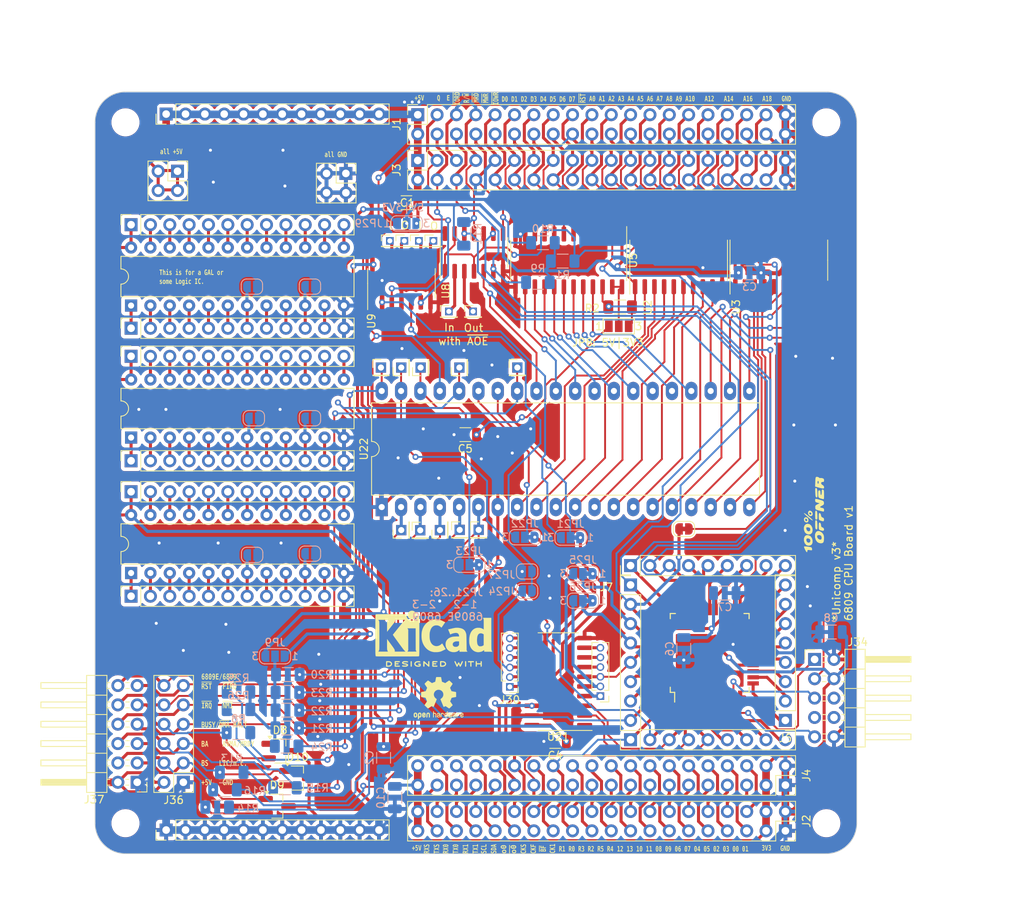
<source format=kicad_pcb>
(kicad_pcb (version 20240108) (generator "pcbnew") (generator_version "8.0")
  (layers (0 "F.Cu" signal) (31 "B.Cu" signal) (34 "B.Paste" user) (35 "F.Paste" user) (36 "B.SilkS" user "B.Silkscreen") (37 "F.SilkS" user "F.Silkscreen") (38 "B.Mask" user) (39 "F.Mask" user) (44 "Edge.Cuts" user))
  (net 0 "")
  (net 1 "GND")
  (net 2 "+5V")
  (net 3 "/A15")
  (net 4 "/A14")
  (net 5 "/A13")
  (net 6 "/A12")
  (net 7 "/A11")
  (net 8 "/A10")
  (net 9 "/A9")
  (net 10 "/A8")
  (net 11 "/A7")
  (net 12 "/A6")
  (net 13 "/A5")
  (net 14 "/A4")
  (net 15 "/A3")
  (net 16 "/A2")
  (net 17 "/A1")
  (net 18 "/A0")
  (net 19 "/CD0")
  (net 20 "/CD1")
  (net 21 "/CD2")
  (net 22 "/CD3")
  (net 23 "/CD4")
  (net 24 "/CD5")
  (net 25 "/CD6")
  (net 26 "/CD7")
  (net 27 "/CA0")
  (net 28 "/CA1")
  (net 29 "/CA2")
  (net 30 "/CA3")
  (net 31 "/CA4")
  (net 32 "/CA5")
  (net 33 "/CA6")
  (net 34 "/CA7")
  (net 35 "/CA8")
  (net 36 "/CA9")
  (net 37 "/CA10")
  (net 38 "/CA11")
  (net 39 "/CA12")
  (net 40 "/CA13")
  (net 41 "/CA14")
  (net 42 "/CA15")
  (net 43 "/Bus/~{CE_EXT11}")
  (net 44 "/Bus/~{CE_EXT4}")
  (net 45 "/TDI")
  (net 46 "/TMS")
  (net 47 "/TCK")
  (net 48 "+3V3")
  (net 49 "/TDO")
  (net 50 "/CLKF")
  (net 51 "/Bus/TX1")
  (net 52 "/Bus/RES4")
  (net 53 "/Bus/SDA")
  (net 54 "/Bus/CLK1")
  (net 55 "/DDIR")
  (net 56 "/CLKS")
  (net 57 "/~{IOWR}")
  (net 58 "/~{MWR}")
  (net 59 "/~{MRD}")
  (net 60 "/R{slash}~{W}_e")
  (net 61 "/~{IORD}")
  (net 62 "+5VA")
  (net 63 "/RES1")
  (net 64 "/Bus/~{CE_EXT12}")
  (net 65 "/RES0")
  (net 66 "/Bus/SCL")
  (net 67 "/Bus/~{CE_EXT10}")
  (net 68 "/Bus/RX0")
  (net 69 "/Bus/RXSTM")
  (net 70 "/Bus/~{CE_EXT1}")
  (net 71 "/Bus/A16")
  (net 72 "/Bus/A17")
  (net 73 "/Bus/A18")
  (net 74 "/Bus/A19")
  (net 75 "/CLKCPUc")
  (net 76 "Net-(J30-Pin_4)")
  (net 77 "Net-(J30-Pin_5)")
  (net 78 "Net-(J30-Pin_6)")
  (net 79 "/CLKCPU")
  (net 80 "Net-(J31-Pin_4)")
  (net 81 "Net-(J31-Pin_5)")
  (net 82 "Net-(J31-Pin_6)")
  (net 83 "/R{slash}~{W}")
  (net 84 "/~{NMI}")
  (net 85 "/~{IRQ}")
  (net 86 "/~{FIRQ}")
  (net 87 "/~{HALT}")
  (net 88 "/BS")
  (net 89 "/BA")
  (net 90 "/BUSY")
  (net 91 "/Q")
  (net 92 "/E")
  (net 93 "Net-(JP21-C)")
  (net 94 "Net-(JP22-C)")
  (net 95 "/P38")
  (net 96 "/P39")
  (net 97 "/LIC")
  (net 98 "/AVMA")
  (net 99 "/Qe")
  (net 100 "/Ee")
  (net 101 "/PHI0")
  (net 102 "/~{PHI0}")
  (net 103 "/PHI0_c")
  (net 104 "/Ecpu")
  (net 105 "/Qcpu")
  (net 106 "/Ec")
  (net 107 "/Qc")
  (net 108 "/Buffers/Ec")
  (net 109 "/Buffers/Qc")
  (net 110 "/Buffers/VBuffer")
  (net 111 "Net-(J10-Pin_1)")
  (net 112 "Net-(J11-Pin_1)")
  (net 113 "Net-(J12-Pin_1)")
  (net 114 "Net-(J13-Pin_1)")
  (net 115 "Net-(J14-Pin_1)")
  (net 116 "Net-(J15-Pin_1)")
  (net 117 "Net-(JP8-C)")
  (net 118 "/Bus/~{CE_EXT13}")
  (net 119 "/Bus/~{CE_EXT2}")
  (net 120 "/Bus/~{CE_EXT0}")
  (net 121 "/Bus/RES3")
  (net 122 "/Bus/~{CE_EXT9}")
  (net 123 "/Bus/~{CE_EXT3}")
  (net 124 "/Bus/TX0")
  (net 125 "/Bus/RES2")
  (net 126 "/Bus/~{CE_EXT7}")
  (net 127 "/Bus/~{CE_EXT8}")
  (net 128 "/Bus/TXSTM")
  (net 129 "/Bus/~{CE_EXT5}")
  (net 130 "/Bus/RX1")
  (net 131 "/Bus/~{CE_EXT6}")
  (net 132 "/Bus/RES5")
  (net 133 "/DB1")
  (net 134 "/DB4")
  (net 135 "/DB3")
  (net 136 "/DB2")
  (net 137 "/DB0")
  (net 138 "/DB7")
  (net 139 "/DB5")
  (net 140 "/DB6")
  (net 144 "/ZZ43")
  (net 145 "/ZZ23")
  (net 146 "/ZZ27")
  (net 147 "/ZZ30")
  (net 148 "/ZZ29")
  (net 149 "/ZZ28")
  (net 150 "/ZZ31")
  (net 151 "/ZZ22")
  (net 152 "/ZZ33")
  (net 153 "/ZZ32")
  (net 154 "/ZZ14")
  (net 155 "/ZZ16")
  (net 156 "/ZZ21")
  (net 157 "/ZZ13")
  (net 158 "/ZZ12")
  (net 159 "/ZZ20")
  (net 160 "/ZZ18")
  (net 161 "/ZZ19")
  (net 162 "/ZZ40")
  (net 163 "/ZZ41")
  (net 164 "/ZZ42")
  (net 165 "/ZZ34")
  (net 166 "/ZZ8")
  (net 167 "/ZZ7")
  (net 168 "/ZZ2")
  (net 169 "/ZZ5")
  (net 170 "/ZZ6")
  (net 171 "Net-(JP9-C)")
  (net 172 "/J36-8")
  (net 173 "/J36-4")
  (net 174 "/J36-6")
  (net 175 "/J36-5")
  (net 176 "/J36-3")
  (net 178 "Net-(J22-Pin_1)")
  (net 179 "Net-(J22-Pin_9)")
  (net 180 "Net-(J22-Pin_5)")
  (net 181 "Net-(J22-Pin_7)")
  (net 182 "Net-(J22-Pin_10)")
  (net 183 "Net-(J22-Pin_11)")
  (net 184 "Net-(J22-Pin_8)")
  (net 185 "Net-(J22-Pin_2)")
  (net 186 "Net-(J22-Pin_3)")
  (net 187 "Net-(J22-Pin_4)")
  (net 188 "Net-(J22-Pin_6)")
  (net 189 "Net-(J23-Pin_11)")
  (net 190 "Net-(J23-Pin_2)")
  (net 191 "Net-(J23-Pin_4)")
  (net 192 "Net-(J23-Pin_8)")
  (net 193 "Net-(J23-Pin_1)")
  (net 194 "Net-(J23-Pin_9)")
  (net 195 "Net-(J23-Pin_5)")
  (net 196 "Net-(J23-Pin_6)")
  (net 197 "Net-(J23-Pin_3)")
  (net 198 "Net-(J23-Pin_10)")
  (net 199 "Net-(J23-Pin_7)")
  (net 200 "Net-(J24-Pin_16)")
  (net 201 "Net-(J24-Pin_13)")
  (net 202 "Net-(J24-Pin_21)")
  (net 203 "Net-(J24-Pin_14)")
  (net 204 "Net-(J24-Pin_23)")
  (net 205 "Net-(J24-Pin_18)")
  (net 206 "Net-(J24-Pin_19)")
  (net 207 "Net-(J24-Pin_15)")
  (net 208 "Net-(J24-Pin_20)")
  (net 209 "Net-(J24-Pin_17)")
  (net 210 "Net-(J24-Pin_22)")
  (net 211 "Net-(J25-Pin_16)")
  (net 212 "Net-(J25-Pin_19)")
  (net 213 "Net-(J25-Pin_22)")
  (net 214 "Net-(J25-Pin_13)")
  (net 215 "Net-(J25-Pin_21)")
  (net 216 "Net-(J25-Pin_15)")
  (net 217 "Net-(J25-Pin_20)")
  (net 218 "Net-(J25-Pin_14)")
  (net 219 "Net-(J25-Pin_18)")
  (net 220 "Net-(J25-Pin_23)")
  (net 221 "Net-(J25-Pin_17)")
  (net 222 "Net-(J38-Pin_3)")
  (net 223 "Net-(J38-Pin_4)")
  (net 224 "Net-(J38-Pin_8)")
  (net 225 "Net-(J38-Pin_11)")
  (net 226 "Net-(J38-Pin_10)")
  (net 227 "Net-(J38-Pin_9)")
  (net 228 "Net-(J38-Pin_7)")
  (net 229 "Net-(J38-Pin_6)")
  (net 230 "Net-(J38-Pin_1)")
  (net 231 "Net-(J38-Pin_5)")
  (net 232 "Net-(J38-Pin_2)")
  (net 233 "Net-(J39-Pin_14)")
  (net 234 "Net-(J39-Pin_19)")
  (net 235 "Net-(J39-Pin_18)")
  (net 236 "Net-(J39-Pin_22)")
  (net 237 "Net-(J39-Pin_17)")
  (net 238 "Net-(J39-Pin_21)")
  (net 239 "Net-(J39-Pin_13)")
  (net 240 "Net-(J39-Pin_20)")
  (net 241 "Net-(J39-Pin_15)")
  (net 242 "Net-(J39-Pin_16)")
  (net 243 "Net-(J39-Pin_23)")
  (footprint "Jumper:SolderJumper-3_P1.3mm_Open_Pad1.0x1.5mm_NumberLabels" (layer "F.Cu") (at 118.7506 80.777795)
    (property "Reference" "JP8")
    (property "Value" "Jumper_3_Open" (hide yes))
  )
  (footprint "Capacitor_SMD:C_1206_3216Metric" (layer "F.Cu") (at 98.6028 94.996 180)
    (property "Reference" "C5")
    (property "Value" "100n")
  )
  (footprint "Package_DIP:DIP-24_W7.62mm" (layer "F.Cu") (at 54.737 113.157 90)
    (property "Reference" "J39" (hide yes))
    (property "Value" "GAL_20x10" (hide yes))
  )
  (footprint "Connector_PinHeader_2.54mm:PinHeader_1x09_P2.54mm_Vertical" (layer "F.Cu") (at 120.3 135.043 90)
    (property "Reference" "J8" (hide yes))
    (property "Value" "Conn_01x09" (hide yes))
  )
  (footprint "Connector_PinHeader_2.54mm:PinHeader_2x06_P2.54mm_Vertical" (layer "F.Cu") (at 61.595 140.627 180)
    (property "Reference" "J36")
    (property "Value" "Spare")
  )
  (footprint "Symbol:OSHW-Logo2_7.3x6mm_SilkScreen" (layer "F.Cu") (at 95.1032 129.571195)
    (property "Reference" "H13" (hide yes))
    (property "Value" "Logo Open Source Hardware" (hide yes))
  )
  (footprint "Connector_PinHeader_1.27mm:PinHeader_1x01_P1.27mm_Vertical" (layer "F.Cu") (at 88.7024 69.550995)
    (property "Reference" "J13" (hide yes))
    (property "Value" "Conn_01x01")
  )
  (footprint "Connector_PinSocket_2.54mm:PinSocket_2x20_P2.54mm_Vertical" (layer "F.Cu") (at 92.367 53 90)
    (property "Reference" "J1")
    (property "Value" "BUS")
  )
  (footprint "Connector_PinHeader_1.27mm:PinHeader_1x01_P1.27mm_Vertical" (layer "F.Cu") (at 94.4174 69.550995)
    (property "Reference" "J14" (hide yes))
    (property "Value" "Conn_01x01")
  )
  (footprint "Connector_PinHeader_2.00mm:PinHeader_1x01_P2.00mm_Vertical" (layer "F.Cu") (at 90.201 107.523995 90)
    (property "Reference" "J9" (hide yes))
    (property "Value" ".")
  )
  (footprint "Connector_PinHeader_1.27mm:PinHeader_1x01_P1.27mm_Vertical" (layer "F.Cu") (at 96.4494 78.821995)
    (property "Reference" "J11" (hide yes))
    (property "Value" "Conn_01x01")
  )
  (footprint "Connector_PinHeader_1.27mm:PinHeader_1x06_P1.27mm_Vertical" (layer "F.Cu") (at 116.3376 129.317195 180)
    (property "Reference" "J31" (hide yes))
    (property "Value" "Conn_01x06" (hide yes))
  )
  (footprint "Package_SO:SO-20_5.3x12.6mm_P1.27mm" (layer "F.Cu") (at 139.768172 72.093718 90)
    (property "Reference" "U3")
    (property "Value" "SN74LVC245ANSR")
  )
  (footprint "Connector_PinHeader_2.54mm:PinHeader_1x09_P2.54mm_Vertical" (layer "F.Cu") (at 120.3 112.183 90)
    (property "Reference" "J5" (hide yes))
    (property "Value" "Conn_01x09" (hide yes))
  )
  (footprint "Connector_PinSocket_2.54mm:PinSocket_2x20_P2.54mm_Vertical" (layer "F.Cu") (at 140.627 141 -90)
    (property "Reference" "J4")
    (property "Value" "Spare")
  )
  (footprint "Package_DIP:DIP-24_W7.62mm" (layer "F.Cu") (at 54.737 95.377 90)
    (property "Reference" "J25" (hide yes))
    (property "Value" "GAL_20x10" (hide yes))
  )
  (footprint "Capacitor_SMD:C_1206_3216Metric" (layer "F.Cu") (at 110.3958 135.260795 180)
    (property "Reference" "C4")
    (property "Value" "100n")
  )
  (footprint "Package_TO_SOT_SMD:SOT-23_Handsoldering" (layer "F.Cu") (at 73.899 143.764)
    (property "Reference" "D9")
    (property "Value" "BAV70T")
  )
  (footprint "Package_SO:SO-20_5.3x12.6mm_P1.27mm" (layer "F.Cu") (at 110.8085 127.412195 180)
    (property "Reference" "U21")
    (property "Value" "SN74LVC245ANSR" (hide yes))
  )
  (footprint "Package_DIP:DIP-40_W15.24mm_LongPads" (layer "F.Cu") (at 87.6356 104.501395 90)
    (property "Reference" "U22")
    (property "Value" "MC6809E")
  )
  (footprint "Package_DIP:DIP-24_W7.62mm" (layer "F.Cu") (at 54.732 78.049 90)
    (property "Reference" "J24" (hide yes))
    (property "Value" "GAL_20x10" (hide yes))
  )
  (footprint "Connector_PinHeader_2.00mm:PinHeader_1x01_P2.00mm_Vertical" (layer "F.Cu") (at 90.201 86.187995 90)
    (property "Reference" "J32" (hide yes))
    (property "Value" ".")
  )
  (footprint "Connector_PinHeader_2.00mm:PinHeader_1x01_P2.00mm_Vertical" (layer "F.Cu") (at 92.6902 107.549395)
    (property "Reference" "J16" (hide yes))
    (property "Value" ".")
  )
  (footprint "Connector_PinHeader_2.54mm:PinHeader_2x06_P2.54mm_Horizontal" (layer "F.Cu") (at 55.54 140.627 180)
    (property "Reference" "J37")
    (property "Value" "Outside")
  )
  (footprint "Connector_PinHeader_1.27mm:PinHeader_1x01_P1.27mm_Vertical" (layer "F.Cu") (at 90.6074 69.550995)
    (property "Reference" "J15" (hide yes))
    (property "Value" "Conn_01x01")
  )
  (footprint "Connector_PinHeader_2.00mm:PinHeader_1x01_P2.00mm_Vertical" (layer "F.Cu") (at 105.441 86.187995)
    (property "Reference" "J19" (hide yes))
    (property "Value" ".")
  )
  (footprint "Connector_PinSocket_2.54mm:PinSocket_1x12_P2.54mm_Vertical" (layer "F.Cu") (at 54.737 102.489 90)
    (property "Reference" "J40" (hide yes))
    (property "Value" "Conn_01x12" (hide yes))
  )
  (footprint "Connector_PinSocket_2.54mm:PinSocket_1x12_P2.54mm_Vertical" (layer "F.Cu") (at 54.737 98.425 90)
    (property "Reference" "J23" (hide yes))
    (property "Value" "Conn_01x12" (hide yes))
  )
  (footprint "Connector_PinSocket_2.54mm:PinSocket_2x02_P2.54mm_Vertical" (layer "F.Cu") (at 60.833 60.414)
    (property "Reference" "J41" (hide yes))
    (property "Value" "Conn_02x02_Odd_Even" (hide yes))
  )
  (footprint "Connector_PinHeader_2.00mm:PinHeader_1x01_P2.00mm_Vertical" (layer "F.Cu") (at 97.835 86.187995 90)
    (property "Reference" "J29" (hide yes))
    (property "Value" ".")
  )
  (footprint "Connector_PinHeader_2.54mm:PinHeader_1x12_P2.54mm_Vertical" (layer "F.Cu") (at 59.34 146.893995 90)
    (property "Reference" "J20" (hide yes))
    (property "Value" "Conn_01x12" (hide yes))
  )
  (footprint "Connector_PinHeader_2.00mm:PinHeader_1x01_P2.00mm_Vertical" (layer "F.Cu") (at 87.534 86.187995)
    (property "Reference" "J33" (hide yes))
    (property "Value" ".")
  )
  (footprint "my_own:Logo_100ProzentOffner_10x2.7mm" (layer "F.Cu") (at 144.3736 105.5116 90)
    (property "Reference" "H8" (hide yes))
    (property "Value" "Logo 100%" (hide yes))
  )
  (footprint "Symbol:KiCad-Logo2_6mm_SilkScreen" (layer "F.Cu") (at 94.469581 121.086613)
    (property "Reference" "H12" (hide yes))
    (property "Value" "Logo kicad" (hide yes))
  )
  (footprint "Connector_PinSocket_2.54mm:PinSocket_2x20_P2.54mm_Vertical" (layer "F.Cu") (at 140.627 147 -90)
    (property "Reference" "J2")
    (property "Value" "BUS")
  )
  (footprint "Connector_PinHeader_1.27mm:PinHeader_1x06_P1.27mm_Vertical" (layer "F.Cu") (at 104.4504 128.097995 180)
    (property "Reference" "J30")
    (property "Value" "Conn_01x06")
  )
  (footprint "Connector_PinHeader_2.54mm:PinHeader_1x08_P2.54mm_Vertical" (layer "F.Cu") (at 140.62 132.503 180)
    (property "Reference" "J6")
    (property "Value" "Conn_01x08" (hide yes))
  )
  (footprint "Connector_PinSocket_2.54mm:PinSocket_1x12_P2.54mm_Vertical" (layer "F.Cu") (at 54.737 67.437 90)
    (property "Reference" "J26" (hide yes))
    (property "Value" "Conn_01x12" (hide yes))
  )
  (footprint "Package_SO:SO-20_5.3x12.6mm_P1.27mm" (layer "F.Cu") (at 126.610972 72.109918 90)
    (property "Reference" "U2")
    (property "Value" "SN74LVC245ANSR")
  )
  (footprint "MountingHole:MountingHole_3.2mm_M3" (layer "F.Cu") (at 146 54)
    (property "Reference" "H3" (hide yes))
    (property "Value" "M3" (hide yes))
  )
  (footprint "Connector_PinSocket_2.54mm:PinSocket_1x12_P2.54mm_Vertical" (layer "F.Cu") (at 54.737 116.205 90)
    (property "Reference" "J38" (hide yes))
    (property "Value" "Conn_01x12" (hide yes))
  )
  (footprint "Package_SO:SOIC-14_3.9x8.7mm_P1.27mm" (layer "F.Cu") (at 90.2264 75.138995 90)
    (property "Reference" "U9")
    (property "Value" "SN74LVC125AD")
  )
  (footprint "Connector_PinHeader_1.27mm:PinHeader_1x01_P1.27mm_Vertical" (layer "F.Cu") (at 92.5124 69.550995)
    (property "Reference" "J12" (hide yes))
    (property "Value" "Conn_01x01")
  )
  (footprint "Connector_PinHeader_2.00mm:PinHeader_1x01_P2.00mm_Vertical" (layer "F.Cu") (at 92.741 86.187995 90)
    (property "Reference" "J28" (hide yes))
    (property "Value" ".")
  )
  (footprint "Connector_PinHeader_2.54mm:PinHeader_1x08_P2.54mm_Vertical" (layer "F.Cu") (at 120.3 114.723)
    (property "Reference" "J7")
    (property "Value" "Conn_01x08" (hide yes))
  )
  (footprint "Package_TO_SOT_SMD:SOT-23_Handsoldering" (layer "F.Cu") (at 74.295 136.525)
    (property "Reference" "D8")
    (property "Value" "BAV70T" (hide yes))
  )
  (footprint "Connector_PinHeader_1.27mm:PinHeader_1x01_P1.27mm_Vertical" (layer "F.Cu") (at 99.6244 78.821995)
    (property "Reference" "J10" (hide yes))
    (property "Value" "Conn_01x01")
  )
  (footprint "Connector_PinSocket_2.54mm:PinSocket_2x20_P2.54mm_Vertical" (layer "F.Cu") (at 92.367 59 90)
    (property "Reference" "J3")
    (property "Value" "Spare")
  )
  (footprint "Connector_PinSocket_2.54mm:PinSocket_1x12_P2.54mm_Vertical" (layer "F.Cu") (at 54.737 81.026 90)
    (property "Reference" "J22" (hide yes))
    (property "Value" "Conn_01x12" (hide yes))
  )
  (footprint "Package_TO_SOT_SMD:SOT-23_Handsoldering" (layer "F.Cu") (at 76.605 140.081)
    (property "Reference" "D10")
    (property "Value" "BAV70T")
  )
  (footprint "Connector_PinHeader_2.00mm:PinHeader_1x01_P2.00mm_Vertical" (layer "F.Cu") (at 97.8718 107.498595)
    (property "Reference" "J17" (hide yes))
    (property "Value" ".")
  )
  (footprint "Package_SO:SOIC-14_3.9x8.7mm_P1.27mm" (layer "F.Cu") (at 99.7514 71.074995 90)
    (property "Reference" "U8")
    (property "Value" "SN74LVC125AD" (hide yes))
  )
  (footprint "Resistor_SMD:R_1206_3216Metric_Pad1.30x1.75mm_HandSolder" (layer "F.Cu") (at 118.9278 78.237795 180)
    (property "Reference" "R2")
    (property "Value" "10k")
  )
  (footprint "Connector_PinHeader_2.00mm:PinHeader_1x01_P2.00mm_Vertical" (layer "F.Cu") (at 100.361 107.498595)
    (property "Reference" "J18" (hide yes))
    (property "Value" ".")
  )
  (footprint "MountingHole:MountingHole_3.2mm_M3" (layer "F.Cu") (at 54 54)
    (property "Reference" "H1" (hide yes))
    (property "Value" "M3" (hide yes))
  )
  (footprint "Package_QFP:TQFP-44_10x10mm_P0.8mm" (layer "F.Cu") (at 130.689 123.6488 90)
    (property "Reference" "U1" (hide yes))
    (property "Value" "XC9572VQ44" (hide yes))
  )
  (footprint "Jumper:SolderJumper-2_P1.3mm_Bridged_RoundedPad1.0x1.5mm" (layer "F.Cu") (at 127.3104 107.371595 180)
    (property "Reference" "JP20" (hide yes))
    (property "Value" "RW")
  )
  (footprint "Connector_PinSocket_2.54mm:PinSocket_2x02_P2.54mm_Vertical" (layer "F.Cu") (at 82.931 60.706)
    (property "Reference" "J42" (hide yes))
    (property "Value" "Conn_02x02_Odd_Even" (hide yes))
  )
  (footprint "MountingHole:MountingHole_3.2mm_M3" (layer "F.Cu") (at 54 146)
    (property "Reference" "H2" (hide yes))
    (property "Value" "M3" (hide yes))
  )
  (footprint "Connector_PinHeader_2.00mm:PinHeader_1x01_P2.00mm_Vertical" (layer "F.Cu") (at 95.281 107.523995 90)
    (property "Reference" "J27" (hide yes))
    (property "Value" ".")
  )
  (footprint "Capacitor_SMD:C_1206_3216Metric" (layer "F.Cu") (at 90.8886 64.547195 180)
    (property "Reference" "C1")
    (property "Value" "100n")
  )
  (footprint "Connector_PinSocket_2.54mm:PinSocket_1x12_P2.54mm_Vertical" (layer "F.Cu") (at 54.737 84.709 90)
    (property "Reference" "J35" (hide yes))
    (property "Value" "Conn_01x12" (hide yes))
  )
  (footprint "Connector_PinHeader_2.54mm:PinHeader_2x05_P2.54mm_Horizontal" (layer "F.Cu") (at 144.46 124.5)
    (property "Reference" "J34")
    (property "Value" "JTAG")
  )
  (footprint "Connector_PinHeader_2.54mm:PinHeader_1x12_P2.54mm_Vertical" (layer "F.Cu") (at 59.34 52.913995 90)
    (property "Reference" "J21" (hide yes))
    (property "Value" "Conn_01x12" (hide yes))
  )
  (footprint "Package_SO:SO-24_5.3x15mm_P1.27mm" (layer "F.Cu") (at 112.183772 72.126118 -90)
    (property "Reference" "U5")
    (property "Value" "SN74LVCC3245ANSR")
  )
  (footprint "MountingHole:MountingHole_3.2mm_M3" (layer "F.Cu") (at 146 146)
    (property "Reference" "H4" (hide yes))
    (property "Value" "M3" (hide yes))
  )
  (footprint "Jumper:SolderJumper-3_P1.3mm_Open_RoundedPad1.0x1.5mm_NumberLabels" (layer "B.Cu") (at 90.9168 67.264995)
    (property "Reference" "JP29")
    (property "Value" "Vcc")
  )
  (footprint "Resistor_SMD:R_1206_3216Metric_Pad1.30x1.75mm_HandSolder" (layer "B.Cu") (at 98.4052 68.637195 90)
    (property "Reference" "R11")
    (property "Value" "10k")
  )
  (footprint "Capacitor_SMD:C_1206_3216Metric" (layer "B.Cu") (at 89.3572 142.6446 -90)
    (property "Reference" "C10")
    (property "Value" "100n")
  )
  (footprint "Jumper:SolderJumper-2_P1.3mm_Open_RoundedPad1.0x1.5mm" (layer "B.Cu") (at 78.217 92.837 180)
    (property "Reference" "JP13" (hide yes))
    (property "Value" "GND")
  )
  (footprint "Capacitor_SMD:C_1206_3216Metric" (layer "B.Cu") (at 87.884 137.414 -90)
    (property "Reference" "C2")
    (property "Value" "100n")
  )
  (footprint "Resistor_SMD:R_1206_3216Metric_Pad1.30x1.75mm_HandSolder" (layer "B.Cu") (at 66.04 143.891 180)
    (property "Reference" "R14")
    (property "Value" "1k")
  )
  (footprint "Resistor_SMD:R_1206_3216Metric_Pad1.30x1.75mm_HandSolder" (layer "B.Cu") (at 75.2596 128.8288)
    (property "Reference" "R23")
    (property "Value" "1k")
  )
  (footprint "Jumper:SolderJumper-2_P1.3mm_Open_RoundedPad1.0x1.5mm" (layer "B.Cu") (at 106.7204 115.5192 180)
    (property "Reference" "JP24")
    (property "Value" "6809")
  )
  (footprint "Jumper:SolderJumper-2_P1.3mm_Open_RoundedPad1.0x1.5mm" (layer "B.Cu") (at 106.7214 112.959595)
    (property "Reference" "JP27")
    (property "Value" "Jumper_2_Open")
  )
  (footprint "Resistor_SMD:R_1206_3216Metric_Pad1.30x1.75mm_HandSolder" (layer "B.Cu") (at 67.945 139.319 180)
    (property "Reference" "R13")
    (property "Value" "1k")
  )
  (footprint "Jumper:SolderJumper-3_P1.3mm_Open_RoundedPad1.0x1.5mm_NumberLabels" (layer "B.Cu") (at 73.63 124.079 180)
    (property "Reference" "JP9")
    (property "Value" "Vcc")
  )
  (footprint "NetTie:NetTie-2_SMD_Pad0.5mm" (layer "B.Cu") (at 98.8116 51.2572)
    (property "Reference" "NT1" (hide yes))
    (property "Value" "RD" (hide yes))
  )
  (footprint "Jumper:SolderJumper-2_P1.3mm_Open_RoundedPad1.0x1.5mm" (layer "B.Cu") (at 70.851 92.837 180)
    (property "Reference" "JP12" (hide yes))
    (property "Value" "GND")
  )
  (footprint "Resistor_SMD:R_1206_3216Metric_Pad1.30x1.75mm_HandSolder" (layer "B.Cu") (at 75.311 126.492)
    (property "Reference" "R20")
    (property "Value" "1k")
  )
  (footprint "Resistor_SMD:R_1206_3216Metric_Pad1.30x1.75mm_HandSolder" (layer "B.Cu") (at 75.2596 131.1656)
    (property "Reference" "R22")
    (property "Value" "1k")
  )
  (footprint "Resistor_SMD:R_1206_3216Metric_Pad1.30x1.75mm_HandSolder" (layer "B.Cu") (at 75.158 135.89)
    (property "Reference" "R24")
    (property "Value" "1k")
  )
  (footprint "Jumper:SolderJumper-3_P1.3mm_Bridged12_RoundedPad1.0x1.5mm_NumberLabels" (layer "B.Cu") (at 99.1418 112.070595 180)
    (property "Reference" "JP23")
    (property "Value" "6809E/6809")
  )
  (footprint "Resistor_SMD:R_1206_3216Metric_Pad1.30x1.75mm_HandSolder" (layer "B.Cu") (at 75.2348 133.5024)
    (property "Reference" "R21")
    (property "Value" "1k")
  )
  (footprint "Resistor_SMD:R_1206_3216Metric_Pad1.30x1.75mm_HandSolder" (layer "B.Cu") (at 111.3902 72.212995)
    (property "Reference" "R1")
    (property "Value" "10k")
  )
  (footprint "Capacitor_SMD:C_1206_3216Metric" (layer "B.Cu") (at 132.668 115.7898)
    (property "Reference" "C7")
    (property "Value" "100n")
  )
  (footprint "Resistor_SMD:R_1206_3216Metric_Pad1.30x1.75mm_HandSolder" (layer "B.Cu") (at 68.834 128.778 180)
    (property "Reference" "R25")
    (property "Value" "1k")
  )
  (footprint "Resistor_SMD:R_1206_3216Metric_Pad1.30x1.75mm_HandSolder" (layer "B.Cu") (at 74.93 141.351 180)
    (property "Reference" "R15")
    (property "Value" "1k")
  )
  (footprint "Jumper:SolderJumper-3_P1.3mm_Bridged12_RoundedPad1.0x1.5mm_NumberLabels" (layer "B.Cu") (at 114.047 113.244995 180)
    (property "Reference" "JP25")
    (property "Value" "6809E/6809")
  )
  (footprint "Capacitor_SMD:C_1206_3216Metric" (layer "B.Cu") (at 146.6088 120.904 180)
    (property "Reference" "C8")
    (property "Value" "100n")
  )
  (footprint "Jumper:SolderJumper-2_P1.3mm_Open_RoundedPad1.0x1.5mm" (layer "B.Cu") (at 78.217 110.617 180)
    (property "Reference" "JP15" (hide yes))
    (property "Value" "GND")
  )
  (footprint "Capacitor_SMD:C_1206_3216Metric" (layer "B.Cu") (at 135.921 73.741995)
    (property "Reference" "C3")
    (property "Value" "100n")
  )
  (footprint "Jumper:SolderJumper-3_P1.3mm_Bridged12_RoundedPad1.0x1.5mm_NumberLabels" (layer "B.Cu") (at 112.4204 108.5088 180)
    (property "Reference" "JP21")
    (property "Value" "6809E/6809")
  )
  (footprint "Resistor_SMD:R_1206_3216Metric_Pad1.30x1.75mm_HandSolder" (layer "B.Cu") (at 68.834 134.112 180)
    (property "Reference" "R8")
    (property "Value" "1k")
  )
  (footprint "Resistor_SMD:R_1206_3216Metric_Pad1.30x1.75mm_HandSolder" (layer "B.Cu") (at 108.7988 69.799995 180)
    (property "Reference" "R10")
    (property "Value" "10k")
  )
  (footprint "NetTie:NetTie-2_SMD_Pad0.5mm" (layer "B.Cu") (at 100.4292 63.327995 180)
    (property "Reference" "NT2" (hide yes))
    (property "Value" "WR" (hide yes))
  )
  (footprint "Jumper:SolderJumper-2_P1.3mm_Open_RoundedPad1.0x1.5mm" (layer "B.Cu") (at 70.627 110.777 180)
    (property "Reference" "JP14" (hide yes))
    (property "Value" "GND")
  )
  (footprint "Resistor_SMD:R_1206_3216Metric_Pad1.30x1.75mm_HandSolder" (layer "B.Cu") (at 108.1378 75.006995 180)
    (property "Reference" "R9")
    (property "Value" "10k" (hide yes))
  )
  (footprint "Jumper:SolderJumper-2_P1.3mm_Open_RoundedPad1.0x1.5mm" (layer "B.Cu") (at 78.217 75.565 180)
    (property "Reference" "JP11" (hide yes))
    (property "Value" "GND")
  )
  (footprint "Resistor_SMD:R_1206_3216Metric_Pad1.30x1.75mm_HandSolder" (layer "B.Cu") (at 67.056 141.605 180)
    (property "Reference" "R16")
    (property "Value" "1k")
  )
  (footprint "Capacitor_SMD:C_1206_3216Metric" (layer "B.Cu") (at 127.285 123.1068 -90)
    (property "Reference" "C6")
    (property "Value" "100n")
  )
  (footprint "Jumper:SolderJumper-3_P1.3mm_Bridged12_RoundedPad1.0x1.5mm_NumberLabels" (layer "B.Cu") (at 106.426 108.458 180)
    (property "Reference" "JP22")
    (property "Value" "6809E/6809")
  )
  (footprint "Resistor_SMD:R_1206_3216Metric_Pad1.30x1.75mm_HandSolder" (layer "B.Cu") (at 68.834 131.064 180)
    (property "Reference" "R26")
    (property "Value" "1k")
  )
  (footprint "Jumper:SolderJumper-2_P1.3mm_Open_RoundedPad1.0x1.5mm" (layer "B.Cu") (at 70.597 75.565 180)
    (property "Reference" "JP10" (hide yes))
    (property "Value" "GND")
  )
  (footprint "Jumper:SolderJumper-3_P1.3mm_Bridged12_RoundedPad1.0x1.5mm_NumberLabels" (layer "B.Cu") (at 114.047 116.794995 180)
    (property "Reference" "JP26")
    (property "Value" "6809E/6809")
  )
  (gr_line (start 50 54) (end 50 146) (stroke (width 0.1)) (layer "Edge.Cuts"))
  (gr_arc (start 50 54) (mid 51.171571 51.17157) (end 54 50) (stroke (width 0.1)) (layer "Edge.Cuts"))
  (gr_arc (start 146 50) (mid 148.828425 51.171573) (end 150 54) (stroke (width 0.1)) (layer "Edge.Cuts"))
  (gr_arc (start 150 146) (mid 148.828425 148.828424) (end 146 150) (stroke (width 0.1)) (layer "Edge.Cuts"))
  (gr_line (start 150 146) (end 150 54) (stroke (width 0.1)) (layer "Edge.Cuts"))
  (gr_line (start 146 50) (end 54 50) (stroke (width 0.1)) (layer "Edge.Cuts"))
  (gr_arc (start 54 150) (mid 51.171571 148.828427) (end 50 146) (stroke (width 0.1)) (layer "Edge.Cuts"))
  (gr_line (start 146 150) (end 54 150) (stroke (width 0.1)) (layer "Edge.Cuts"))
  (gr_text "JP21..26:\n 1-2   2-3\n6809E 6809" (at 101.0412 119.4816 0) (layer "B.SilkS") (effects (font (size 1 1)) (justify left bottom mirror)))
  (gr_text "5V|3V3" (at 93.2998 65.766395 0) (layer "B.SilkS") (effects (font (size 1 1)) (justify left bottom mirror)))
  (gr_text "A0 A1 A2 A3 A4 A5 A6 A7 A8 A9 A10   A12   A14   A16   A18   GND\n" (at 114.8588 51.3588 0) (layer "F.SilkS") (effects (font (size 0.7 0.5) (thickness 0.1) (bold yes)) (justify left bottom)))
  (gr_text "TXS" (at 95.2984 150.0016 90) (layer "F.SilkS") (effects (font (size 0.7 0.5) (thickness 0.1) (bold yes)) (justify left bottom)))
  (gr_text "I\n" (at 88.4738 68.128595 0) (layer "F.SilkS") (effects (font (size 1 1)) (justify left bottom)))
  (gr_text "D0 D1 D2 D3 D4 D5 D6 D7" (at 103.378 51.4096 0) (layer "F.SilkS") (effects (font (size 0.7 0.5) (thickness 0.1) (bold yes)) (justify left bottom)))
  (gr_text "In" (at 95.7382 81.514395 0) (layer "F.SilkS") (effects (font (size 1 1)) (justify left bottom)))
  (gr_text "+5V    Q  E" (at 91.948 51.2572 0) (layer "F.SilkS") (effects (font (size 0.7 0.5) (thickness 0.1) (bold yes)) (justify left bottom)))
  (gr_text "RXS" (at 93.9984 150.0016 90) (layer "F.SilkS") (effects (font (size 0.7 0.5) (thickness 0.1) (bold yes)) (justify left bottom)))
  (gr_text "with ~{AOE}" (at 94.9762 83.317795 0) (layer "F.SilkS") (effects (font (size 1 1)) (justify left bottom)))
  (gr_text ": 5V|3V3" (at 115.1692 83.495595 0) (layer "F.SilkS") (effects (font (size 1 1)) (justify left bottom)))
  (gr_text "Out" (at 98.329 81.565195 0) (layer "F.SilkS") (effects (font (size 1 1)) (justify left bottom)))
  (gr_text "all GND\n" (at 80.137 58.674 0) (layer "F.SilkS") (effects (font (size 0.7 0.5) (thickness 0.1) (bold yes)) (justify left bottom)))
  (gr_text "~{MRD}\n" (at 100.4824 51.4096 90) (layer "F.SilkS") (effects (font (size 0.7 0.5) (thickness 0.1) (bold yes)) (justify left bottom)))
  (gr_text "~{MWR}" (at 101.7524 51.4604 90) (layer "F.SilkS") (effects (font (size 0.7 0.5) (thickness 0.1) (bold yes)) (justify left bottom)))
  (gr_text "R/~{W}" (at 99.2124 51.4604 90) (layer "F.SilkS") (effects (font (size 0.7 0.5) (thickness 0.1) (bold yes)) (justify left bottom)))
  (gr_text "+5V" (at 91.5924 149.7076 0) (layer "F.SilkS") (effects (font (size 0.7 0.5) (thickness 0.1) (bold yes)) (justify left bottom)))
  (gr_text "*Unicomp v3*\n6809 CPU Board v1" (at 148.1328 119.5324 90) (layer "F.SilkS") (effects (font (size 1 1)) (justify left)))
  (gr_text "~{BF}" (at 109.31014 149.760066 90) (layer "F.SilkS") (effects (font (size 0.7 0.5) (thickness 0.1) (bold yes)) (justify left bottom)))
  (gr_text "R1 R0 R3 R2 R5 R4" (at 110.8964 149.8346 0) (layer "F.SilkS") (effects (font (size 0.7 0.5) (thickness 0.1) (bold yes)) (justify left bottom)))
  (gr_text "12 13 10 11 08 09 06 07 04 05 02 03 00 01" (at 118.5164 149.8346 0) (layer "F.SilkS") (effects (font (size 0.7 0.5) (thickness 0.1) (bold yes)) (justify left bottom)))
  (gr_text "O" (at 90.074 68.103195 0) (layer "F.SilkS") (effects (font (size 1 1)) (justify left bottom)))
  (gr_text "~{IOWR}" (at 103.0732 51.7144 90) (layer "F.SilkS") (effects (font (size 0.7 0.5) (thickness 0.1) (bold yes)) (justify left bottom)))
  (gr_text "RX0" (at 96.4984 150.0016 90) (layer "F.SilkS") (effects (font (size 0.7 0.5) (thickness 0.1) (bold yes)) (justify left bottom)))
  (gr_text "o0" (at 104.0984 150.0016 90) (layer "F.SilkS") (effects (font (size 0.7 0.7) (thickness 0.1) (bold yes)) (justify left bottom)))
  (gr_text "all +5V\n" (at 58.547 58.293 0) (layer "F.SilkS") (effects (font (size 0.7 0.5) (thickness 0.1) (bold yes)) (justify left bottom)))
  (gr_text "RX1" (at 99.0984 150.0016 90) (layer "F.SilkS") (effects (font (size 0.7 0.5) (thickness 0.1) (bold yes)) (justify left bottom)))
  (gr_text "CKF" (at 107.9984 150.0016 90) (layer "F.SilkS") (effects (font (size 0.7 0.5) (thickness 0.1) (bold yes)) (justify left bottom)))
  (gr_text "CK1" (at 110.5154 149.9616 90) (layer "F.SilkS") (effects (font (size 0.7 0.5) (thickness 0.1) (bold yes)) (justify left bottom)))
  (gr_text "3V3" (at 137.5156 149.7076 0) (layer "F.SilkS") (effects (font (size 0.7 0.5) (thickness 0.1) (bold yes)) (justify left bottom)))
  (gr_text "O" (at 93.884 68.204795 0) (layer "F.SilkS") (effects (font (size 1 1)) (justify left bottom)))
  (gr_text "SCL" (at 101.4984 150.0016 90) (layer "F.SilkS") (effects (font (size 0.7 0.5) (thickness 0.1) (bold yes)) (justify left bottom)))
  (gr_text "6809E/6809:\n~{RST}   ~{FIRQ}\n\n~{IRQ}   ~{NMI}\n\nBUSY/~{DMA} HALT\n\nBA    AVMA/MRDY\n\nBS   LIC/n.c.\n\n+5V   GND" (at 63.9572 141.1224 0) (layer "F.SilkS") (effects (font (size 0.75 0.55) (thickness 0.1) (bold yes)) (justify left bottom)))
  (gr_text "CKS" (at 106.6984 150.0016 90) (layer "F.SilkS") (effects (font (size 0.7 0.5) (thickness 0.1) (bold yes)) (justify left bottom)))
  (gr_text "TX1" (at 100.3984 150.0016 90) (layer "F.SilkS") (effects (font (size 0.7 0.5) (thickness 0.1) (bold yes)) (justify left bottom)))
  (gr_text "~{RST}" (at 114.5032 51.4604 90) (layer "F.SilkS") (effects (font (size 0.7 0.5) (thickness 0.1) (bold yes)) (justify left bottom)))
  (gr_text "I" (at 92.3092 68.128595 0) (layer "F.SilkS") (effects (font (size 1 1)) (justify left bottom)))
  (gr_text "GND" (at 139.954 149.7584 0) (layer "F.SilkS") (effects (font (size 0.7 0.5) (thickness 0.1) (bold yes)) (justify left bottom)))
  (gr_text "SDA" (at 102.7984 150.0016 90) (layer "F.SilkS") (effects (font (size 0.7 0.5) (thickness 0.1) (bold yes)) (justify left bottom)))
  (gr_text "~{o0}" (at 105.3984 150.0016 90) (layer "F.SilkS") (effects (font (size 0.7 0.7) (thickness 0.1) (bold yes)) (justify left bottom)))
  (gr_text "TX0" (at 97.7984 150.0016 90) (layer "F.SilkS") (effects (font (size 0.7 0.5) (thickness 0.1) (bold yes)) (justify left bottom)))
  (gr_text "~{IORD}" (at 97.9932 51.7144 90) (layer "F.SilkS") (effects (font (size 0.7 0.5) (thickness 0.1) (bold yes)) (justify left bottom)))
  (gr_text "This is for a GAL or\nsome Logic IC." (at 58.44 75.332 0) (layer "F.SilkS") (effects (font (size 0.7 0.5) (thickness 0.1) (bold yes)) (justify left bottom)))
  (segment (start 129.089 129.3488) (end 129.089 126.385792) (width 0.4) (layer "F.Cu") (net 1))
  (segment (start 89.3882 52.2422) (end 90.291205 51.339195) (width 1) (layer "F.Cu") (net 1))
  (segment (start 90.7344 74.757995) (end 91.4964 73.995995) (width 0.4) (layer "F.Cu") (net 1))
  (segment (start 105.611904 112.500099) (end 102.641083 112.500099) (width 0.25) (layer "F.Cu") (net 1))
  (segment (start 91.4964 73.995995) (end 91.4964 72.663995) (width 0.4) (layer "F.Cu") (net 1))
  (segment (start 87.503 104.368795) (end 87.6356 104.501395) (width 0.4) (layer "F.Cu") (net 1))
  (segment (start 89.3882 56.261) (end 89.3882 52.2422) (width 1) (layer "F.Cu") (net 1))
  (segment (start 87.806 81.329) (end 87.806 82.882) (width 0.4) (layer "F.Cu") (net 1))
  (segment (start 97.1278 94.996) (end 87.6356 104.4882) (width 0.4) (layer "F.Cu") (net 1))
  (segment (start 101.660395 111.519411) (end 101.660395 102.422395) (width 0.25) (layer "F.Cu") (net 1))
  (segment (start 111.9688 122.967195) (end 113.2388 121.697195) (width 0.4) (layer "F.Cu") (net 1))
  (segment (start 139.002195 51.339195) (end 140.62 52.957) (width 1) (layer "F.Cu") (net 1))
  (segment (start 90.291205 51.339195) (end 92.5068 51.339195) (width 1) (layer "F.Cu") (net 1))
  (segment (start 86.36 90.884548) (end 87.503 92.027548) (width 0.4) (layer "F.Cu") (net 1))
  (segment (start 136.389 123.6488) (end 134.89 123.6488) (width 0.4) (layer "F.Cu") (net 1))
  (segment (start 105.198772 75.588618) (end 105.198772 75.278818) (width 0.25) (layer "F.Cu") (net 1))
  (segment (start 105.1272 132.960016) (end 105.1272 133.956395) (width 0.4) (layer "F.Cu") (net 1))
  (segment (start 107.346 131.857195) (end 106.230021 131.857195) (width 0.4) (layer "F.Cu") (net 1))
  (segment (start 105.1272 133.956395) (end 106.4316 135.260795) (width 0.4) (layer "F.Cu") (net 1))
  (segment (start 87.806 82.882) (end 86.36 84.328) (width 0.4) (layer "F.Cu") (net 1))
  (segment (start 82.677 78.105) (end 82.677 81.153) (width 0.4) (layer "F.Cu") (net 1))
  (segment (start 87.6864 74.757995) (end 87.6864 74.758003) (width 0.4) (layer "F.Cu") (net 1))
  (segment (start 132.325972 73.769018) (end 131.638539 73.081585) (width 0.4) (layer "F.Cu") (net 1))
  (segment (start 140.62 61.497) (end 146.183172 67.060172) (width 0.4) (layer "F.Cu") (net 1))
  (segment (start 89.3882 64.496395) (end 89.3882 56.261) (width 1) (layer "F.Cu") (net 1))
  (segment (start 149.5 63.317995) (end 141.679005 55.497) (width 1) (layer "F.Cu") (net 1))
  (segment (start 89.3882 56.261) (end 84.9432 60.706) (width 0.4) (layer "F.Cu") (net 1))
  (segment (start 140.627 53) (end 140.627 61.54) (width 1) (layer "F.Cu") (net 1))
  (segment (start 86.4164 76.027995) (end 87.6864 74.757995) (width 0.4) (layer "F.Cu") (net 1))
  (segment (start 89.4644 74.757995) (end 90.7344 74.757995) (width 0.4) (layer "F.Cu") (net 1))
  (segment (start 140.627 138.46) (end 140.627 147) (width 1) (layer "F.Cu") (net 1))
  (segment (start 132.325972 75.436218) (end 132.325972 73.769018) (width 0.4) (layer "F.Cu") (net 1))
  (segment (start 113.2388 121.697195) (end 114.271 121.697195) (width 0.4) (layer "F.Cu") (net 1))
  (segment (start 82.677 95.377) (end 82.677 98.425) (width 0.4) (layer "F.Cu") (net 1))
  (segment (start 97.127784 100.175784) (end 97.127784 94.996008) (width 0.25) (layer "F.Cu") (net 1))
  (segment (start 86.4164 77.613995) (end 86.4164 74.420969) (width 0.4) (layer "F.Cu") (net 1))
  (segment (start 133.089 117.9488) (end 133.089 121.8478) (width 0.4) (layer "F.Cu") (net 1))
  (segment (start 102.641083 112.500099) (end 101.660395 111.519411) (width 0.25) (layer "F.Cu") (net 1))
  (segment (start 86.36 84.328) (end 86.36 90.884548) (width 0.4) (layer "F.Cu") (net 1))
  (segment (start 145.025972 73.743618) (end 137.433176 73.743618) (width 0.4) (layer "F.Cu") (net 1))
  (segment (start 146.183172 72.586418) (end 145.025972 73.743618) (width 0.4) (layer "F.Cu") (net 1))
  (segment (start 85.7164 69.888467) (end 89.4136 66.191267) (width 0.4) (layer "F.Cu") (net 1))
  (segment (start 149.5 122) (end 149.5 121.7168) (width 0.4) (layer "F.Cu") (net 1))
  (segment (start 86.4164 77.613995) (end 86.4164 79.9394) (width 0.4) (layer "F.Cu") (net 1))
  (segment (start 141.679005 55.497) (end 140.62 55.497) (width 1) (layer "F.Cu") (net 1))
  (segment (start 86.4164 79.9394) (end 87.806 81.329) (width 0.4) (layer "F.Cu") (net 1))
  (segment (start 87.503 92.027548) (end 87.503 104.368795) (width 0.4) (layer "F.Cu") (net 1))
  (segment (start 149.5 136.743995) (end 149.5 131.9784) (width 1) (layer "F.Cu") (net 1))
  (segment (start 98.806 101.854) (end 97.127784 100.175784) (width 0.25) (layer "F.Cu") (net 1))
  (segment (start 86.4164 74.420969) (end 85.7164 73.720969) (width 0.4) (layer "F.Cu") (net 1))
  (segment (start 133.089 121.8478) (end 133.762 122.5208) (width 0.4) (layer "F.Cu") (net 1))
  (segment (start 90.2264 75.519995) (end 90.2264 77.613995) (width 0.4) (layer "F.Cu") (net 1))
  (segment (start 104.4696 73.570395) (end 105.8474 72.192595) (width 0.4) (layer "F.Cu") (net 1))
  (segment (start 106.468772 68.663618) (end 105.198772 68.663618) (width 0.25) (layer "F.Cu") (net 1))
  (segment (start 145.483172 75.556218) (end 145.483172 74.200818) (width 0.4) (layer "F.Cu") (net 1))
  (segment (start 93.1474 74.757995) (end 94.0364 75.646995) (width 0.4) (layer "F.Cu") (net 1))
  (segment (start 105.198772 75.278818) (end 103.522372 73.602418) (width 0.25) (layer "F.Cu") (net 1))
  (segment (start 89.4644 74.757995) (end 90.2264 75.519995) (width 0.4) (layer "F.Cu") (net 1))
  (segment (start 127.832008 125.1288) (end 127.285 124.581792) (width 0.4) (layer "F.Cu") (net 1))
  (segment (start 129.089 126.385792) (end 127.285 124.581792) (width 0.4) (layer "F.Cu") (net 1))
  (segment (start 106.0714 112.959595) (end 105.611904 112.500099) (width 0.25) (layer "F.Cu") (net 1))
  (segment (start 147 124.5) (end 149.5 122) (width 0.4) (layer "F.Cu") (net 1))
  (segment (start 141.740995 144.503) (end 149.5 136.743995) (width 1) (layer "F.Cu") (net 1))
  (segment (start 106.230021 131.857195) (end 105.1272 132.960016) (width 0.4) (layer "F.Cu") (net 1))
  (segment (start 85.7164 73.720969) (end 85.7164 69.888467) (width 0.4) (layer "F.Cu") (net 1))
  (segment (start 90.7344 74.757995) (end 93.1474 74.757995) (width 0.4) (layer "F.Cu") (net 1))
  (segment (start 146.183172 67.060172) (end 146.183172 72.586418) (width 0.4) (layer "F.Cu") (net 1))
  (segment (start 82.677 116.205) (end 82.677 113.157) (width 0.4) (layer "F.Cu") (net 1))
  (segment (start 149.5 121.7168) (end 149.5 63.317995) (width 1) (layer "F.Cu") (net 1))
  (segment (start 89.4136 66.191267) (end 89.4136 64.547195) (width 0.4) (layer "F.Cu") (net 1))
  (segment (start 111.9688 129.317195) (end 111.9688 122.967195) (width 0.4) (layer "F.Cu") (net 1))
  (segment (start 105.8474 72.192595) (end 105.8474 68.663618) (width 0.4) (layer "F.Cu") (net 1))
  (segment (start 86.4164 77.613995) (end 86.4164 76.027995) (width 0.4) (layer "F.Cu") (net 1))
  (segment (start 84.9432 60.706) (end 82.931 60.706) (width 0.4) (layer "F.Cu") (net 1))
  (segment (start 107.346 131.857195) (end 109.4288 131.857195) (width 0.4) (layer "F.Cu") (net 1))
  (segment (start 147 134.66) (end 149.5 132.16) (width 0.4) (layer "F.Cu") (net 1))
  (segment (start 87.6864 74.757995) (end 87.6864 72.663995) (width 0.4) (layer "F.Cu") (net 1))
  (segment (start 103.5918 73.570395) (end 104.4696 73.570395) (width 0.4) (layer "F.Cu") (net 1))
  (segment (start 87.6864 74.757995) (end 89.4644 74.757995) (width 0.4) (layer "F.Cu") (net 1))
  (segment (start 106.4316 135.260795) (end 108.9208 135.260795) (width 0.4) (layer "F.Cu") (net 1))
  (segment (start 92.5068 51.339195) (end 139.002195 51.339195) (width 1) (layer "F.Cu") (net 1))
  (segment (start 134.89 123.6488) (end 133.762 122.5208) (width 0.4) (layer "F.Cu") (net 1))
  (segment (start 101.660395 102.422395) (end 101.092 101.854) (width 0.25) (layer "F.Cu") (net 1))
  (segment (start 87.6356 104.4882) (end 87.6356 104.501395) (width 0.4) (layer "F.Cu") (net 1))
  (segment (start 131.638539 73.081585) (end 129.799597 73.081585) (width 0.4) (layer "F.Cu") (net 1))
  (segment (start 149.5 131.9784) (end 149.5 121.7168) (width 1) (layer "F.Cu") (net 1))
  (segment (start 149.5 132.16) (end 149.5 131.9784) (width 0.4) (layer "F.Cu") (net 1))
  (segment (start 105.198772 68.663618) (end 105.8474 68.663618) (width 0.25) (layer "F.Cu") (net 1))
  (segment (start 140.62 144.503) (end 141.740995 144.503) (width 1) (layer "F.Cu") (net 1))
  (segment (start 109.4288 131.857195) (end 111.9688 129.317195) (width 0.4) (layer "F.Cu") (net 1))
  (segment (start 101.092 101.854) (end 98.806 101.854) (width 0.25) (layer "F.Cu") (net 1))
  (segment (start 145.483172 74.200818) (end 145.025972 73.743618) (width 0.4) (layer "F.Cu") (net 1))
  (segment (start 94.0364 75.646995) (end 94.0364 77.613995) (width 0.4) (layer "F.Cu") (net 1))
  (via (at 66.167 109.22) (size 0.8) (drill 0.4) (layers "F.Cu" "B.Cu") (net 1))
  (via (at 107.188 94.234) (size 0.8) (drill 0.4) (layers "F.Cu" "B.Cu") (net 1))
  (via (at 79.629 127.762) (size 0.8) (drill 0.4) (layers "F.Cu" "B.Cu") (net 1))
  (via (at 106.0714 112.959595) (size 0.8) (drill 0.4) (layers "F.Cu" "B.Cu") (net 1))
  (via (at 129.799597 73.081585) (size 0.8) (drill 0.4) (layers "F.Cu" "B.Cu") (net 1))
  (via (at 95.25 116.84) (size 0.8) (drill 0.4) (layers "F.Cu" "B.Cu") (net 1))
  (via (at 95.123 100.711) (size 0.8) (drill 0.4) (layers "F.Cu" "B.Cu") (net 1))
  (via (at 79.375 123.825) (size 0.8) (drill 0.4) (layers "F.Cu" "B.Cu") (net 1))
  (via (at 74.295 91.682) (size 0.8) (drill 0.4) (layers "F.Cu" "B.Cu") (net 1))
  (via (at 79.248 134.62) (size 0.8) (drill 0.4) (layers "F.Cu" "B.Cu") (net 1))
  (via (at 147.193 93.726) (size 0.8) (drill 0.4) (layers "F.Cu" "B.Cu") (net 1))
  (via (at 97.917 126.873) (size 0.8) (drill 0.4) (layers "F.Cu" "B.Cu") (net 1))
  (via (at 89.4136 64.547195) (size 0.8) (drill 0.4) (layers "F.Cu" "B.Cu") (net 1))
  (via (at 79.502 132.334) (size 0.8) (drill 0.4) (layers "F.Cu" "B.Cu") (net 1))
  (via (at 79.502 129.921) (size 0.8) (drill 0.4) (layers "F.Cu" "B.Cu") (net 1))
  (via (at 141.859 101.092) (size 0.8) (drill 0.4) (layers "F.Cu" "B.Cu") (net 1))
  (via (at 59.309 91.682) (size 0.8) (drill 0.4) (layers "F.Cu" "B.Cu") (net 1))
  (via (at 141.732 93.726) (size 0.8) (drill 0.4) (layers "F.Cu" "B.Cu") (net 1))
  (via (at 109.601 113.538) (size 0.8) (drill 0.4) (layers "F.Cu" "B.Cu") (net 1))
  (via (at 87.6864 74.758003) (size 0.8) (drill 0.4) (layers "F.Cu" "B.Cu") (net 1))
  (via (at 97.127784 94.996008) (size 0.8) (drill 0.4) (layers "F.Cu" "B.Cu") (net 1))
  (via (at 127.285 124.581792) (size 0.8) (drill 0.4) (layers "F.Cu" "B.Cu") (net 1))
  (via (at 100.457 130.556) (size 0.8) (drill 0.4) (layers "F.Cu" "B.Cu") (net 1))
  (via (at 102.87 95.25) (size 0.8) (drill 0.4) (layers "F.Cu" "B.Cu") (net 1))
  (via (at 108.9208 135.260795) (size 0.8) (drill 0.4) (layers "F.Cu" "B.Cu") (net 1))
  (via (at 74.422 109.22) (size 0.8) (drill 0.4) (layers "F.Cu" "B.Cu") (net 1))
  (via (at 141.986 84.709) (size 0.8) (drill 0.4) (layers "F.Cu" "B.Cu") (net 1))
  (via (at 65.151 57.658) (size 0.8) (drill 0.4) (layers "F.Cu" "B.Cu") (net 1))
  (via (at 105.8474 68.663618) (size 0.8) (drill 0.4) (layers "F.Cu" "B.Cu") (net 1))
  (via (at 140.589 107.569) (size 0.8) (drill 0.4) (layers "F.Cu" "B.Cu") (net 1))
  (via (at 92.5068 51.339195) (size 0.8) (drill 0.4) (layers "F.Cu" "B.Cu") (net 1))
  (via (at 137.433176 73.743618) (size 0.8) (drill 0.4) (layers "F.Cu" "B.Cu") (net 1))
  (via (at 58.039 119.761) (size 0.8) (drill 0.4) (layers "F.Cu" "B.Cu") (net 1))
  (via (at 109.728 116.459) (size 0.8) (drill 0.4) (layers "F.Cu" "B.Cu") (net 1))
  (via (at 83.312 138.303) (size 0.8) (drill 0.4) (layers "F.Cu" "B.Cu") (net 1))
  (via (at 55.753 91.682) (size 0.8) (drill 0.4) (layers "F.Cu" "B.Cu") (net 1))
  (via (at 74.676 57.658) (size 0.8) (drill 0.4) (layers "F.Cu" "B.Cu") (net 1))
  (via (at 104.775 97.409) (size 0.8) (drill 0.4) (layers "F.Cu" "B.Cu") (net 1))
  (via (at 90.297 83.693) (size 0.8) (drill 0.4) (layers "F.Cu" "B.Cu") (net 1))
  (via (at 67.183 119.888) (size 0.8) (drill 0.4) (layers "F.Cu" "B.Cu") (net 1))
  (via (at 90.6272 51.339195) (size 0.8) (drill 0.4) (layers "F.Cu" "B.Cu") (net 1))
  (via (at 143.891 117.475) (size 0.8) (drill 0.4) (layers "F.Cu" "B.Cu") (net 1))
  (via (at 58.42 109.22) (size 0.8) (drill 0.4) (layers "F.Cu" "B.Cu") (net 1))
  (via (at 91.6432 51.339195) (size 0.8) (drill 0.4) (layers "F.Cu" "B.Cu") (net 1))
  (via (at 65.532 61.849) (size 0.8) (drill 0.4) (layers "F.Cu" "B.Cu") (net 1))
  (via (at 102.108 85.852) (size 0.8) (drill 0.4) (layers "F.Cu" "B.Cu") (net 1))
  (via (at 93.091 94.234) (size 0.8) (drill 0.4) (layers "F.Cu" "B.Cu") (net 1))
  (via (at 83.693 134.62) (size 0.8) (drill 0.4) (layers "F.Cu" "B.Cu") (net 1))
  (via (at 133.762 122.5208) (size 0.8) (drill 0.4) (layers "F.Cu" "B.Cu") (net 1))
  (via (at 98.425 83.947) (size 0.8) (drill 0.4) (layers "F.Cu" "B.Cu") (net 1))
  (via (at 89.789 98.044) (size 0.8) (drill 0.4) (layers "F.Cu" "B.Cu") (net 1))
  (via (at 74.93 62.357) (size 0.8) (drill 0.4) (layers "F.Cu" "B.Cu") (net 1))
  (via (at 100.711 98.171) (size 0.8) (drill 0.4) (layers "F.Cu" "B.Cu") (net 1))
  (via (at 143.51 114.935) (size 0.8) (drill 0.4) (layers "F.Cu" "B.Cu") (net 1))
  (via (at 67.564 123.571) (size 0.8) (drill 0.4) (layers "F.Cu" "B.Cu") (net 1))
  (via (at 146.812 84.963) (size 0.8) (drill 0.4) (layers "F.Cu" "B.Cu") (net 1))
  (via (at 61.595 123.317) (size 0.8) (drill 0.4) (layers "F.Cu" "B.Cu") (net 1))
  (segment (start 129.7996 73.081595) (end 129.3424 72.624395) (width 0.4) (layer "B.Cu") (net 1))
  (segment (start 51.1556 107.95) (end 51.1556 91.821) (width 1) (layer "B.Cu") (net 1))
  (segment (start 55.753 91.682) (end 59.309 91.682) (width 0.4) (layer "B.Cu") (net 1))
  (segment (start 82.677 113.157) (end 80.137 110.617) (width 0.4) (layer "B.Cu") (net 1))
  (segment (start 71.489 91.682) (end 71.501 91.694) (width 0.4) (layer "B.Cu") (net 1))
  (segment (start 129.346 122.5208) (end 133.762 122.5208) (width 0.4) (layer "B.Cu") (net 1))
  (segment (start 51.1556 91.821) (end 51.2946 91.682) (width 0.4) (layer "B.Cu") (net 1))
  (segment (start 51.1556 63.1444) (end 57.658 56.642) (width 1) (layer "B.Cu") (net 1))
  (segment (start 66.167 109.22) (end 58.42 109.22) (width 0.4) (layer "B.Cu") (net 1))
  (segment (start 51.1556 91.821) (end 51.1556 73.914) (width 1) (layer "B.Cu") (net 1))
  (segment (start 57.505 138.662) (end 57.505 124.815) (width 1) (layer "B.Cu") (net 1))
  (segment (start 58.5772 50.7492) (end 90.037205 50.7492) (width 1) (layer "B.Cu") (net 1))
  (segment (start 57.658 56.642) (end 57.658 51.6684) (width 1) (layer "B.Cu") (net 1))
  (segment (start 51.181 118.491) (end 51.181 109.601) (width 1) (layer "B.Cu") (net 1))
  (segment (start 89.3572 144.1196) (end 89.3572 144.816795) (width 0.4) (layer "B.Cu") (net 1))
  (segment (start 138.334 149.179995) (end 140.62 146.893995) (width 1) (layer "B.Cu") (net 1))
  (segment (start 105.8474 68.663618) (end 107.352623 67.158395) (width 0.4) (layer "B.Cu") (net 1))
  (segment (start 59.34 146.893995) (end 59.34 142.882) (width 1) (layer "B.Cu") (net 1))
  (segment (start 51.2826 74.041) (end 51.1556 73.914) (width 0.4) (layer "B.Cu") (net 1))
  (segment (start 71.374 109.22) (end 66.167 109.22) (width 0.4) (layer "B.Cu") (net 1))
  (segment (start 118.0598 67.158395) (end 123.5258 72.624395) (width 0.4) (layer "B.Cu") (net 1))
  (segment (start 57.658 51.6684) (end 58.5772 50.7492) (width 1) (layer "B.Cu") (net 1))
  (segment (start 82.951 60.599) (end 82.951 63.139) (width 0.4) (layer "B.Cu") (net 1))
  (segment (start 105.8474 68.663618) (end 105.8474 67.163395) (width 0.4) (layer "B.Cu") (net 1))
  (segment (start 87.28 139.493) (end 87.28 143.4592) (width 0.4) (layer "B.Cu") (net 1))
  (segment (start 145.1338 120.904) (end 145.1338 122.6338) (width 0.4) (layer "B.Cu") (net 1))
  (segment (start 51.181 107.9754) (end 51.1556 107.95) (width 1) (layer "B.Cu") (net 1))
  (segment (start 107.352623 67.158395) (end 118.0598 67.158395) (width 0.4) (layer "B.Cu") (net 1))
  (segment (start 129.3424 72.624395) (end 128.8598 72.624395) (width 0.4) (layer "B.Cu") (net 1))
  (segment (start 90.6272 51.339195) (end 91.6432 51.339195) (width 1) (layer "B.Cu") (net 1))
  (segment (start 91.09 149.179995) (end 106.2792 149.179995) (width 1) (layer "B.Cu") (net 1))
  (segment (start 89.3572 144.816795) (end 87.28 146.893995) (width 0.4) (layer "B.Cu") (net 1))
  (segment (start 80.01 92.837) (end 78.867 92.837) (width 0.4) (layer "B.Cu") (net 1))
  (segment (start 78.867 92.082) (end 78.867 92.837) (width 0.4) (layer "B.Cu") (net 1))
  (segment (start 90.037205 50.7492) (end 90.6272 51.339195) (width 1) (layer "B.Cu") (net 1))
  (segment (start 134.143 115.7898) (end 134.143 122.1398) (width 0.4) (layer "B.Cu") (net 1))
  (segment (start 51.1556 73.914) (end 51.1556 63.1444) (width 1) (layer "B.Cu") (net 1))
  (segment (start 74.295 91.682) (end 78.467 91.682) (width 0.4) (layer "B.Cu") (net 1))
  (segment (start 78.867 110.617) (end 78.867 109.862) (width 0.4) (layer "B.Cu") (net 1))
  (segment (start 136.096 72.441995) (end 137.396 73.741995) (width 0.4) (layer "B.Cu") (net 1))
  (segment (start 87.884 138.889) (end 87.28 139.493) (width 0.4) (layer "B.Cu") (net 1))
  (segment (start 58.42 109.22) (end 51.562 109.22) (width 0.4) (layer "B.Cu") (net 1))
  (segment (start 92.5976 112.070595) (end 97.8418 112.070595) (width 0.4) (layer "B.Cu") (net 1))
  (segment (start 71.501 91.694) (end 71.501 92.837) (width 0.4) (layer "B.Cu") (net 1))
  (segment (start 133.365436 72.441995) (end 136.096 72.441995) (width 0.4) (layer "B.Cu") (net 1))
  (segment (start 74.422 109.22) (end 71.374 109.22) (width 0.4) (layer "B.Cu") (net 1))
  (segment (start 145.1338 122.6338) (end 147 124.5) (width 0.4) (layer "B.Cu") (net 1))
  (segment (start 92.704205 135.260795) (end 89.076 138.889) (width 0.4) (layer "B.Cu") (net 1))
  (segment (start 78.225 109.22) (end 74.422 109.22) (width 0.4) (layer "B.Cu") (net 1))
  (segment (start 108.9208 135.260795) (end 92.704205 135.260795) (width 0.4) (layer "B.Cu") (net 1))
  (segment (start 145.1338 120.904) (end 142.4048 123.633) (width 0.4) (layer "B.Cu") (net 1))
  (segment (start 78.867 74.81) (end 78.098 74.041) (width 0.4) (layer "B.Cu") (net 1))
  (segment (start 105.8474 67.163395) (end 102.7994 64.115395) (width 0.4) (layer "B.Cu") (net 1))
  (segment (start 134.8742 123.633) (end 133.762 122.5208) (width 0.4) (layer "B.Cu") (net 1))
  (segment (start 59.309 91.682) (end 71.489 91.682) (width 0.4) (layer "B.Cu") (net 1))
  (segment (start 134.143 122.1398) (end 133.762 122.5208) (width 0.4) (layer "B.Cu") (net 1))
  (segment (start 72.771 74.041) (end 51.2826 74.041) (width 0.4) (layer "B.Cu") (net 1))
  (segment (start 123.5258 72.624395) (end 128.8598 72.624395) (width 0.4) (layer "B.Cu") (net 1))
  (segment (start 80.411 60.599) (end 80.411 63.139) (width 0.4) (layer "B.Cu") (net 1))
  (segment (start 87.6356 107.108595) (end 92.5976 112.070595) (width 0.4) (layer "B.Cu") (net 1))
  (segment (start 80.188 75.565) (end 82.672 78.049) (width 0.4) (layer "B.Cu") (net 1))
  (segment (start 82.55 95.377) (end 80.01 92.837) (width 0.4) (layer "B.Cu") (net 1))
  (segment (start 80.411 60.599) (end 82.951 60.599) (width 0.4) (layer "B.Cu") (net 1))
  (segment (start 55.54 140.627) (end 57.505 138.662) (width 1) (layer "B.Cu") (net 1))
  (segment (start 89.076 138.889) (end 87.884 138.889) (width 0.4) (layer "B.Cu") (net 1))
  (segment (start 87.28 143.4592) (end 87.28 146.893995) (width 1) (layer "B.Cu") (net 1))
  (segment (start 72.771 74.041) (end 71.247 75.565) (width 0.4) (layer "B.Cu") (net 1))
  (segment (start 59.34 146.893995) (end 88.804 146.893995) (width 1) (layer "B.Cu") (net 1))
  (segment (start 91.6432 51.339195) (end 92.5068 51.339195) (width 1) (layer "B.Cu") (net 1))
  (segment (start 80.411 63.139) (end 82.951 63.139) (width 0.4) (layer "B.Cu") (net 1))
  (segment (start 71.277 109.317) (end 71.374 109.22) (width 0.4) (layer "B.Cu") (net 1))
  (segment (start 78.467 91.682) (end 78.867 92.082) (width 0.4) (layer "B.Cu") (net 1))
  (segment (start 106.2792 149.179995) (end 138.334 149.179995) (width 1) (layer "B.Cu") (net 1))
  (segment (start 71.277 110.777) (end 71.277 109.317) (width 0.4) (layer "B.Cu") (net 1))
  (segment (start 102.7994 64.115395) (end 89.8708 64.115395) (width 0.4) (layer "B.Cu") (net 1))
  (segment (start 78.867 75.565) (end 78.867 74.81) (width 0.4) (layer "B.Cu") (net 1))
  (segment (start 78.867 109.862) (end 78.225 109.22) (width 0.4) (layer "B.Cu") (net 1))
  (segment (start 57.505 124.815) (end 51.181 118.491) (width 1) (layer "B.Cu") (net 1))
  (segment (start 78.867 75.565) (end 80.188 75.565) (width 0.4) (layer "B.Cu") (net 1))
  (segment (start 51.2946 91.682) (end 55.753 91.682) (width 0.4) (layer "B.Cu") (net 1))
  (segment (start 71.489 91.682) (end 74.295 91.682) (width 0.4) (layer "B.Cu") (net 1))
  (segment (start 82.677 95.377) (end 82.55 95.377) (width 0.4) (layer "B.Cu") (net 1))
  (segment (start 88.804 146.893995) (end 91.09 149.179995) (width 1) (layer "B.Cu") (net 1))
  (segment (start 127.285 124.5818) (end 129.346 122.5208) (width 0.4) (layer "B.Cu") (net 1))
  (segment (start 51.181 109.601) (end 51.181 107.9754) (width 1) (layer "B.Cu") (net 1))
  (segment (start 142.4048 123.633) (end 134.8742 123.633) (width 0.4) (layer "B.Cu") (net 1))
  (segment (start 80.137 110.617) (end 78.867 110.617) (width 0.4) (layer "B.Cu") (net 1))
  (segment (start 51.562 109.22) (end 51.181 109.601) (width 0.4) (layer "B.Cu") (net 1))
  (segment (start 133.183036 72.624395) (end 128.8598 72.624395) (width 0.4) (layer "B.Cu") (net 1))
  (segment (start 59.34 146.893995) (end 59.34 144.427) (width 1) (layer "B.Cu") (net 1))
  (segment (start 133.183036 72.624395) (end 133.365436 72.441995) (width 0.4) (layer "B.Cu") (net 1))
  (segment (start 87.6356 104.501395) (end 87.6356 107.108595) (width 0.4) (layer "B.Cu") (net 1))
  (segment (start 78.098 74.041) (end 72.771 74.041) (width 0.4) (layer "B.Cu") (net 1))
  (segment (start 59.34 144.427) (end 55.54 140.627) (width 1) (layer "B.Cu") (net 1))
  (segment (start 59.34 142.882) (end 61.595 140.627) (width 1) (layer "B.Cu") (net 1))
  (segment (start 92.389 67.092795) (end 92.2168 67.264995) (width 0.4) (layer "F.Cu") (net 2))
  (segment (start 54.732 70.429) (end 51.76 70.429) (width 0.4) (layer "F.Cu") (net 2))
  (segment (start 109.118402 88.544398) (end 109.118402 90.271598) (width 0.25) (layer "F.Cu") (net 2))
  (segment (start 58.293 60.325) (end 60.833 60.325) (width 0.4) (layer "F.Cu") (net 2))
  (segment (start 92.389 64.547195) (end 92.389 67.092795) (width 0.4) (layer "F.Cu") (net 2))
  (segment (start 86.794 131.625) (end 86.794 124.707056) (width 0.4) (layer "F.Cu") (net 2))
  (segment (start 50.7492 86.614) (end 50.7492 140.1572) (width 1) (layer "F.Cu") (net 2))
  (segment (start 87.884 135.939) (end 87.884 132.715) (width 0.4) (layer "F.Cu") (net 2))
  (segment (start 117.4506 80.777795) (end 110.492 87.736395) (width 0.25) (layer "F.Cu") (net 2))
  (segment (start 50.7492 140.1572) (end 51.219 140.627) (width 1) (layer "F.Cu") (net 2))
  (segment (start 100.0778 94.996) (end 102.8756 97.7938) (width 0.4) (layer "F.Cu") (net 2))
  (segment (start 58.293 60.325) (end 56.134 58.166) (width 0.4) (layer "F.Cu") (net 2))
  (segment (start 53 140.627) (end 54.25 141.877) (width 0.4) (layer "F.Cu") (net 2))
  (segment (start 54.732 70.429) (end 54.732 67.442) (width 0.4) (layer "F.Cu") (net 2))
  (segment (start 86.794 124.707056) (end 87.884 123.617056) (width 0.4) (layer "F.Cu") (net 2))
  (segment (start 53 140.627) (end 54.25 139.377) (width 0.4) (layer "F.Cu") (net 2))
  (segment (start 57.805 141.877) (end 59.055 140.627) (width 0.4) (layer "F.Cu") (net 2))
  (segment (start 59.34 52.913995) (end 59.34 54.96) (width 1) (layer "F.Cu") (net 2))
  (segment (start 54.737 84.709) (end 54.737 87.757) (width 0.4) (layer "F.Cu") (net 2))
  (segment (start 92.36 64.474595) (end 92.3382 64.496395) (width 1) (layer "F.Cu") (net 2))
  (segment (start 54.732 67.442) (end 54.737 67.437) (width 0.4) (layer "F.Cu") (net 2))
  (segment (start 50.7492 63.5508) (end 50.7492 86.614) (width 1) (layer "F.Cu") (net 2))
  (segment (start 92.36 61.497) (end 92.36 64.474595) (width 1) (layer "F.Cu") (net 2))
  (segment (start 102.8756 104.501395) (end 102.8756 111.6386) (width 0.4) (layer "F.Cu") (net 2))
  (segment (start 56.134 58.166) (end 50.7492 63.5508) (width 1) (layer "F.Cu") (net 2))
  (segment (start 57.852919 140.627) (end 59.055 140.627) (width 0.4) (layer "F.Cu") (net 2))
  (segment (start 106.68 92.71) (end 106.045 92.71) (width 0.25) (layer "F.Cu") (net 2))
  (segment (start 51.219 140.627) (end 53 140.627) (width 1) (layer "F.Cu") (net 2))
  (segment (start 87.884 132.715) (end 86.794 131.625) (width 0.4) (layer "F.Cu") (net 2))
  (segment (start 54.737 87.757) (end 51.8922 87.757) (width 0.4) (layer "F.Cu") (net 2))
  (segment (start 102.8756 97.7938) (end 102.8756 104.501395) (width 0.4) (layer "F.Cu") (net 2))
  (segment (start 110.492 87.736395) (end 109.926405 87.736395) (width 0.25) (layer "F.Cu") (net 2))
  (segment (start 51.816 105.537) (end 50.8 104.521) (width 0.4) (layer "F.Cu") (net 2))
  (segment (start 54.25 141.877) (end 57.805 141.877) (width 0.4) (layer "F.Cu") (net 2))
  (segment (start 60.833 62.865) (end 60.833 60.325) (width 0.4) (layer "F.Cu") (net 2))
  (segment (start 51.8922 87.757) (end 50.7492 86.614) (width 0.4) (layer "F.Cu") (net 2))
  (segment (start 54.737 102.489) (end 54.737 105.537) (width 0.4) (layer "F.Cu") (net 2))
  (segment (start 109.118402 90.271598) (end 106.68 92.71) (width 0.25) (layer "F.Cu") (net 2))
  (segment (start 58.293 62.865) (end 60.833 62.865) (width 0.4) (layer "F.Cu") (net 2))
  (segment (start 51.76 70.429) (end 50.8 69.469) (width 0.4) (layer "F.Cu") (net 2))
  (segment (start 54.737 105.537) (end 51.816 105.537) (width 0.4) (layer "F.Cu") (net 2))
  (segment (start 87.884 123.617056) (end 87.884 118.237) (width 0.4) (layer "F.Cu") (net 2))
  (segment (start 59.34 54.96) (end 56.134 58.166) (width 1) (layer "F.Cu") (net 2))
  (segment (start 102.8756 111.6386) (end 102.997 111.76) (width 0.4) (layer "F.Cu") (net 2))
  (segment (start 56.602919 139.377) (end 57.852919 140.627) (width 0.4) (layer "F.Cu") (net 2))
  (segment (start 54.25 139.377) (end 56.602919 139.377) (width 0.4) (layer "F.Cu") (net 2))
  (segment (start 58.293 60.325) (end 58.293 62.865) (width 0.4) (layer "F.Cu") (net 2))
  (segment (start 109.926405 87.736395) (end 109.118402 88.544398) (width 0.25) (layer "F.Cu") (net 2))
  (segment (start 92.367 53) (end 92.367 61.54) (width 1) (layer "F.Cu") (net 2))
  (via (at 87.884 118.237) (size 0.8) (drill 0.4) (layers "F.Cu" "B.Cu") (net 2))
  (via (at 106.045 92.71) (size 0.8) (drill 0.4) (layers "F.Cu" "B.Cu") (net 2))
  (via (at 87.884 135.939) (size 0.8) (drill 0.4) (layers "F.Cu" "B.Cu") (net 2))
  (via (at 102.997 111.76) (size 0.8) (drill 0.4) (layers "F.Cu" "B.Cu") (net 2))
  (via (at 100.077802 94.995999) (size 0.8) (drill 0.4) (layers "F.Cu" "B.Cu") (net 2))
  (via (at 92.2168 67.264995) (size 0.8) (drill 0.4) (layers "F.Cu" "B.Cu") (net 2))
  (segment (start 87.884 114.554) (end 87.884 118.237) (width 0.4) (layer "B.Cu") (net 2))
  (segment (start 100.077802 94.995999) (end 101.728801 93.345) (width 0.25) (layer "B.Cu") (net 2))
  (segment (start 95.758 118.999) (end 88.646 118.999) (width 0.4) (layer "B.Cu") (net 2))
  (segment (start 59.383005 52.957) (end 59.34 52.913995) (width 1) (layer "B.Cu") (net 2))
  (segment (start 101.728801 93.345) (end 105.41 93.345) (width 0.25) (layer "B.Cu") (net 2))
  (segment (start 87.63 118.491) (end 87.884 118.237) (width 0.4) (layer "B.Cu") (net 2))
  (segment (start 72.33 123.324) (end 77.163 118.491) (width 0.4) (layer "B.Cu") (net 2))
  (segment (start 81.026 107.696) (end 87.884 114.554) (width 0.4) (layer "B.Cu") (net 2))
  (segment (start 72.33 124.079) (end 72.33 123.324) (width 0.4) (layer "B.Cu") (net 2))
  (segment (start 92.36 52.957) (end 59.383005 52.957) (width 1) (layer "B.Cu") (net 2))
  (segment (start 88.646 118.999) (end 87.884 118.237) (width 0.4) (layer "B.Cu") (net 2))
  (segment (start 54.737 105.537) (end 56.896 107.696) (width 0.4) (layer "B.Cu") (net 2))
  (segment (start 105.41 93.345) (end 106.045 92.71) (width 0.25) (layer "B.Cu") (net 2))
  (segment (start 56.896 107.696) (end 81.026 107.696) (width 0.4) (layer "B.Cu") (net 2))
  (segment (start 102.997 111.76) (end 95.758 118.999) (width 0.4) (layer "B.Cu") (net 2))
  (segment (start 77.163 118.491) (end 87.63 118.491) (width 0.4) (layer "B.Cu") (net 2))
  (segment (start 133.007 56.4006) (end 133.007 55.54) (width 0.4) (layer "F.Cu") (net 3))
  (segment (start 135.039671 62.724423) (end 138.879207 62.724423) (width 0.25) (layer "F.Cu") (net 3))
  (segment (start 134.257 60.29) (end 134.257 57.6506) (width 0.4) (layer "F.Cu") (net 3))
  (segment (start 134.257 57.6506) (end 133.007 56.4006) (width 0.4) (layer "F.Cu") (net 3))
  (segment (start 141.180618 63.253418) (end 145.483172 67.555972) (width 0.25) (layer "F.Cu") (net 3))
  (segment (start 133.007 61.54) (end 134.257 60.29) (width 0.4) (layer "F.Cu") (net 3))
  (segment (start 139.408202 63.253418) (end 141.180618 63.253418) (width 0.25) (layer "F.Cu") (net 3))
  (segment (start 145.483172 67.555972) (end 145.483172 68.631218) (width 0.25) (layer "F.Cu") (net 3))
  (segment (start 138.879207 62.724423) (end 139.408202 63.253418) (width 0.25) (layer "F.Cu") (net 3))
  (segment (start 133.864671 61.549423) (end 135.039671 62.724423) (width 0.25) (layer "F.Cu") (net 3))
  (segment (start 131.826 62.0268) (end 131.826 60.181) (width 0.25) (layer "F.Cu") (net 4))
  (segment (start 133.007 57.7722) (end 133.007 59) (width 0.4) (layer "F.Cu") (net 4))
  (segment (start 139.221806 63.703418) (end 140.272871 63.703418) (width 0.25) (layer "F.Cu") (net 4))
  (segment (start 144.213172 67.643719) (end 144.213172 68.631218) (width 0.25) (layer "F.Cu") (net 4))
  (segment (start 134.853275 63.174423) (end 138.692811 63.174423) (width 0.25) (layer "F.Cu") (net 4))
  (segment (start 131.757 54.25) (end 131.757 56.5222) (width 0.4) (layer "F.Cu") (net 4))
  (segment (start 133.007 53) (end 131.757 54.25) (width 0.4) (layer "F.Cu") (net 4))
  (segment (start 132.523623 62.724423) (end 131.826 62.0268) (width 0.25) (layer "F.Cu") (net 4))
  (segment (start 134.403275 62.724423) (end 134.853275 63.174423) (width 0.25) (layer "F.Cu") (net 4))
  (segment (start 131.826 60.181) (end 133.007 59) (width 0.25) (layer "F.Cu") (net 4))
  (segment (start 140.272871 63.703418) (end 144.213172 67.643719) (width 0.25) (layer "F.Cu") (net 4))
  (segment (start 134.403275 62.724423) (end 132.523623 62.724423) (width 0.25) (layer "F.Cu") (net 4))
  (segment (start 131.757 56.5222) (end 133.007 57.7722) (width 0.4) (layer "F.Cu") (net 4))
  (segment (start 138.692811 63.174423) (end 139.221806 63.703418) (width 0.25) (layer "F.Cu") (net 4))
  (segment (start 139.581596 64.1676) (end 142.943172 67.529176) (width 0.25) (layer "F.Cu") (net 5))
  (segment (start 142.943172 67.529176) (end 142.943172 68.631218) (width 0.25) (layer "F.Cu") (net 5))
  (segment (start 130.467 60.797538) (end 131.717 59.547538) (width 0.4) (layer "F.Cu") (net 5))
  (segment (start 130.467 56.742081) (end 130.467 55.54) (width 0.4) (layer "F.Cu") (net 5))
  (segment (start 134.666879 63.624423) (end 138.506415 63.624423) (width 0.25) (layer "F.Cu") (net 5))
  (segment (start 130.467 61.54) (end 130.467 60.797538) (width 0.4) (layer "F.Cu") (net 5))
  (segment (start 131.717 59.547538) (end 131.717 57.992081) (width 0.4) (layer "F.Cu") (net 5))
  (segment (start 139.049592 64.1676) (end 139.581596 64.1676) (width 0.25) (layer "F.Cu") (net 5))
  (segment (start 131.717 57.992081) (end 130.467 56.742081) (width 0.4) (layer "F.Cu") (net 5))
  (segment (start 132.071372 63.174423) (end 134.216879 63.174423) (width 0.25) (layer "F.Cu") (net 5))
  (segment (start 138.506415 63.624423) (end 139.049592 64.1676) (width 0.25) (layer "F.Cu") (net 5))
  (segment (start 134.216879 63.174423) (end 134.666879 63.624423) (width 0.25) (layer "F.Cu") (net 5))
  (segment (start 130.446372 61.549423) (end 132.071372 63.174423) (width 0.25) (layer "F.Cu") (net 5))
  (segment (start 134.030483 63.624423) (end 134.480483 64.074423) (width 0.25) (layer "F.Cu") (net 6))
  (segment (start 130.753605 63.624423) (end 134.030483 63.624423) (width 0.25) (layer "F.Cu") (net 6))
  (segment (start 134.480483 64.074423) (end 138.320019 64.074423) (width 0.25) (layer "F.Cu") (net 6))
  (segment (start 130.467 59) (end 130.467 59.878299) (width 0.25) (layer "F.Cu") (net 6))
  (segment (start 139.3444 64.6176) (end 141.673172 66.946372) (width 0.25) (layer "F.Cu") (net 6))
  (segment (start 130.467 57.797919) (end 129.217 56.547919) (width 0.4) (layer "F.Cu") (net 6))
  (segment (start 129.196372 62.06719) (end 130.753605 63.624423) (width 0.25) (layer "F.Cu") (net 6))
  (segment (start 130.467 59.878299) (end 129.196372 61.148927) (width 0.25) (layer "F.Cu") (net 6))
  (segment (start 138.320019 64.074423) (end 138.863196 64.6176) (width 0.25) (layer "F.Cu") (net 6))
  (segment (start 138.863196 64.6176) (end 139.3444 64.6176) (width 0.25) (layer "F.Cu") (net 6))
  (segment (start 129.217 56.547919) (end 129.217 54.25) (width 0.4) (layer "F.Cu") (net 6))
  (segment (start 130.467 59) (end 130.467 57.797919) (width 0.4) (layer "F.Cu") (net 6))
  (segment (start 141.673172 66.946372) (end 141.673172 68.631218) (width 0.25) (layer "F.Cu") (net 6))
  (segment (start 129.217 54.25) (end 130.467 53) (width 0.4) (layer "F.Cu") (net 6))
  (segment (start 129.196372 61.148927) (end 129.196372 62.06719) (width 0.25) (layer "F.Cu") (net 6))
  (segment (start 129.177 60.29) (end 129.177 57.7522) (width 0.4) (layer "F.Cu") (net 7))
  (segment (start 138.133623 64.524423) (end 140.403172 66.793972) (width 0.25) (layer "F.Cu") (net 7))
  (segment (start 134.294087 64.524423) (end 138.133623 64.524423) (width 0.25) (layer "F.Cu") (net 7))
  (segment (start 127.927 61.54) (end 129.177 60.29) (width 0.4) (layer "F.Cu") (net 7))
  (segment (start 140.403172 66.793972) (end 140.403172 68.631218) (width 0.25) (layer "F.Cu") (net 7))
  (segment (start 127.927 56.5022) (end 127.927 55.54) (width 0.4) (layer "F.Cu") (net 7))
  (segment (start 130.431372 64.074423) (end 133.844087 64.074423) (width 0.25) (layer "F.Cu") (net 7))
  (segment (start 127.906372 61.549423) (end 130.431372 64.074423) (width 0.25) (layer "F.Cu") (net 7))
  (segment (start 129.177 57.7522) (end 127.927 56.5022) (width 0.4) (layer "F.Cu") (net 7))
  (segment (start 133.844087 64.074423) (end 134.294087 64.524423) (width 0.25) (layer "F.Cu") (net 7))
  (segment (start 135.865628 64.974423) (end 139.133172 68.241967) (width 0.25) (layer "F.Cu") (net 8))
  (segment (start 129.130765 64.524423) (end 133.657691 64.524423) (width 0.25) (layer "F.Cu") (net 8))
  (segment (start 126.656372 62.05003) (end 129.130765 64.524423) (width 0.25) (layer "F.Cu") (net 8))
  (segment (start 126.656372 60.270628) (end 127.927 59) (width 0.25) (layer "F.Cu") (net 8))
  (segment (start 134.107691 64.974423) (end 135.865628 64.974423) (width 0.25) (layer "F.Cu") (net 8))
  (segment (start 139.133172 68.241967) (end 139.133172 68.631218) (width 0.25) (layer "F.Cu") (net 8))
  (segment (start 126.677 56.547919) (end 127.927 57.797919) (width 0.4) (layer "F.Cu") (net 8))
  (segment (start 133.657691 64.524423) (end 134.107691 64.974423) (width 0.25) (layer "F.Cu") (net 8))
  (segment (start 126.656372 62.05003) (end 126.656372 60.270628) (width 0.25) (layer "F.Cu") (net 8))
  (segment (start 127.927 53) (end 126.677 54.25) (width 0.4) (layer "F.Cu") (net 8))
  (segment (start 127.927 57.797919) (end 127.927 59) (width 0.4) (layer "F.Cu") (net 8))
  (segment (start 126.677 54.25) (end 126.677 56.547919) (width 0.4) (layer "F.Cu") (net 8))
  (segment (start 133.471295 64.974423) (end 133.921295 65.424423) (width 0.25) (layer "F.Cu") (net 9))
  (segment (start 125.387 56.742081) (end 125.387 55.54) (width 0.4) (layer "F.Cu") (net 9))
  (segment (start 125.387 60.767767) (end 126.637 59.517767) (width 0.4) (layer "F.Cu") (net 9))
  (segment (start 125.387 61.54) (end 125.387 60.767767) (width 0.4) (layer "F.Cu") (net 9))
  (segment (start 126.637 59.517767) (end 126.637 57.992081) (width 0.4) (layer "F.Cu") (net 9))
  (segment (start 128.791372 64.974423) (end 133.471295 64.974423) (width 0.25) (layer "F.Cu") (net 9))
  (segment (start 135.045628 65.424423) (end 137.863172 68.241967) (width 0.25) (layer "F.Cu") (net 9))
  (segment (start 133.921295 65.424423) (end 135.045628 65.424423) (width 0.25) (layer "F.Cu") (net 9))
  (segment (start 125.366372 61.549423) (end 128.791372 64.974423) (width 0.25) (layer "F.Cu") (net 9))
  (segment (start 137.863172 68.241967) (end 137.863172 68.631218) (width 0.25) (layer "F.Cu") (net 9))
  (segment (start 126.637 57.992081) (end 125.387 56.742081) (width 0.4) (layer "F.Cu") (net 9))
  (segment (start 124.866965 62.724423) (end 124.191372 62.04883) (width 0.25) (layer "F.Cu") (net 10))
  (segment (start 128.333767 65.539418) (end 125.518772 62.724423) (width 0.25) (layer "F.Cu") (net 10))
  (segment (start 125.387 57.797919) (end 125.387 59) (width 0.4) (layer "F.Cu") (net 10))
  (segment (start 133.399894 65.539418) (end 128.333767 65.539418) (width 0.25) (layer "F.Cu") (net 10))
  (segment (start 125.387 53) (end 124.137 54.25) (width 0.4) (layer "F.Cu") (net 10))
  (segment (start 125.518772 62.724423) (end 124.866965 62.724423) (width 0.25) (layer "F.Cu") (net 10))
  (segment (start 133.734899 65.874423) (end 133.399894 65.539418) (width 0.25) (layer "F.Cu") (net 10))
  (segment (start 136.593172 68.631218) (end 136.593172 68.241967) (width 0.25) (layer "F.Cu") (net 10))
  (segment (start 124.137 56.547919) (end 125.387 57.797919) (width 0.4) (layer "F.Cu") (net 10))
  (segment (start 134.225628 65.874423) (end 133.734899 65.874423) (width 0.25) (layer "F.Cu") (net 10))
  (segment (start 136.593172 68.241967) (end 134.225628 65.874423) (width 0.25) (layer "F.Cu") (net 10))
  (segment (start 124.191372 62.04883) (end 124.191372 60.195628) (width 0.25) (layer "F.Cu") (net 10))
  (segment (start 124.191372 60.195628) (end 125.387 59) (width 0.25) (layer "F.Cu") (net 10))
  (segment (start 124.137 54.25) (end 124.137 56.547919) (width 0.4) (layer "F.Cu") (net 10))
  (segment (start 125.241376 63.206018) (end 125.281576 63.246218) (width 0.25) (layer "F.Cu") (net 11))
  (segment (start 124.137 58.032081) (end 122.847 56.742081) (width 0.4) (layer "F.Cu") (net 11))
  (segment (start 132.325972 68.131614) (end 132.325972 68.647418) (width 0.25) (layer "F.Cu") (net 11))
  (segment (start 125.408576 63.297018) (end 125.433976 63.297018) (width 0.25) (layer "F.Cu") (net 11))
  (segment (start 125.281576 63.246218) (end 125.357776 63.246218) (width 0.25) (layer "F.Cu") (net 11))
  (segment (start 122.847 56.742081) (end 122.847 55.54) (width 0.4) (layer "F.Cu") (net 11))
  (segment (start 130.183776 65.989418) (end 132.325972 68.131614) (width 0.25) (layer "F.Cu") (net 11))
  (segment (start 125.357776 63.246218) (end 125.408576 63.297018) (width 0.25) (layer "F.Cu") (net 11))
  (segment (start 128.126376 65.989418) (end 130.183776 65.989418) (width 0.25) (layer "F.Cu") (net 11))
  (segment (start 125.433976 63.297018) (end 128.126376 65.989418) (width 0.25) (layer "F.Cu") (net 11))
  (segment (start 122.847 60.795) (end 124.137 59.505) (width 0.4) (layer "F.Cu") (net 11))
  (segment (start 124.566091 63.206018) (end 125.241376 63.206018) (width 0.25) (layer "F.Cu") (net 11))
  (segment (start 123.055569 61.695496) (end 124.566091 63.206018) (width 0.25) (layer "F.Cu") (net 11))
  (segment (start 123.055569 61.549423) (end 123.055569 61.695496) (width 0.25) (layer "F.Cu") (net 11))
  (segment (start 122.847 61.54) (end 122.847 60.795) (width 0.4) (layer "F.Cu") (net 11))
  (segment (start 124.137 59.505) (end 124.137 58.032081) (width 0.4) (layer "F.Cu") (net 11))
  (segment (start 122.847 57.797919) (end 122.847 59) (width 0.4) (layer "F.Cu") (net 12))
  (segment (start 121.651372 62.036124) (end 122.339671 62.724423) (width 0.25) (layer "F.Cu") (net 12))
  (segment (start 121.597 56.547919) (end 122.847 57.797919) (width 0.4) (layer "F.Cu") (net 12))
  (segment (start 124.379695 63.656018) (end 125.05498 63.656018) (width 0.25) (layer "F.Cu") (net 12))
  (segment (start 125.09518 63.696218) (end 125.19678 63.696218) (width 0.25) (layer "F.Cu") (net 12))
  (segment (start 129.835471 66.439418) (end 131.055972 67.659919) (width 0.25) (layer "F.Cu") (net 12))
  (segment (start 125.19678 63.696218) (end 127.93998 66.439418) (width 0.25) (layer "F.Cu") (net 12))
  (segment (start 123.4481 62.724423) (end 124.379695 63.656018) (width 0.25) (layer "F.Cu") (net 12))
  (segment (start 127.93998 66.439418) (end 129.835471 66.439418) (width 0.25) (layer "F.Cu") (net 12))
  (segment (start 121.597 54.25) (end 121.597 56.547919) (width 0.4) (layer "F.Cu") (net 12))
  (segment (start 125.05498 63.656018) (end 125.09518 63.696218) (width 0.25) (layer "F.Cu") (net 12))
  (segment (start 122.339671 62.724423) (end 123.4481 62.724423) (width 0.25) (layer "F.Cu") (net 12))
  (segment (start 122.847 53) (end 121.597 54.25) (width 0.4) (layer "F.Cu") (net 12))
  (segment (start 131.055972 67.659919) (end 131.055972 68.647418) (width 0.25) (layer "F.Cu") (net 12))
  (segment (start 121.651372 60.195628) (end 121.651372 62.036124) (width 0.25) (layer "F.Cu") (net 12))
  (segment (start 122.847 59) (end 121.651372 60.195628) (width 0.25) (layer "F.Cu") (net 12))
  (segment (start 127.753584 66.889418) (end 129.230972 66.889418) (width 0.25) (layer "F.Cu") (net 13))
  (segment (start 129.785972 67.444418) (end 129.785972 68.647418) (width 0.25) (layer "F.Cu") (net 13))
  (segment (start 121.911372 63.174423) (end 123.261704 63.174423) (width 0.25) (layer "F.Cu") (net 13))
  (segment (start 123.261704 63.174423) (end 124.193299 64.106018) (width 0.25) (layer "F.Cu") (net 13))
  (segment (start 120.307 56.5022) (end 120.307 55.54) (width 0.4) (layer "F.Cu") (net 13))
  (segment (start 120.307 60.767767) (end 121.557 59.517767) (width 0.4) (layer "F.Cu") (net 13))
  (segment (start 120.286372 61.549423) (end 121.911372 63.174423) (width 0.25) (layer "F.Cu") (net 13))
  (segment (start 124.868584 64.106018) (end 124.908784 64.146218) (width 0.25) (layer "F.Cu") (net 13))
  (segment (start 120.307 61.54) (end 120.307 60.767767) (width 0.4) (layer "F.Cu") (net 13))
  (segment (start 121.557 59.517767) (end 121.557 57.7522) (width 0.4) (layer "F.Cu") (net 13))
  (segment (start 124.193299 64.106018) (end 124.868584 64.106018) (width 0.25) (layer "F.Cu") (net 13))
  (segment (start 121.557 57.7522) (end 120.307 56.5022) (width 0.4) (layer "F.Cu") (net 13))
  (segment (start 125.010384 64.146218) (end 127.753584 66.889418) (width 0.25) (layer "F.Cu") (net 13))
  (segment (start 129.230972 66.889418) (end 129.785972 67.444418) (width 0.25) (layer "F.Cu") (net 13))
  (segment (start 124.908784 64.146218) (end 125.010384 64.146218) (width 0.25) (layer "F.Cu") (net 13))
  (segment (start 128.515972 67.907202) (end 128.515972 68.647418) (width 0.25) (layer "F.Cu") (net 14))
  (segment (start 124.682188 64.556018) (end 124.722388 64.596218) (width 0.25) (layer "F.Cu") (net 14))
  (segment (start 123.22596 63.775818) (end 124.00616 64.556018) (width 0.25) (layer "F.Cu") (net 14))
  (segment (start 119.041772 61.973771) (end 119.041772 60.265228) (width 0.25) (layer "F.Cu") (net 14))
  (segment (start 119.041772 61.973771) (end 120.843819 63.775818) (width 0.25) (layer "F.Cu") (net 14))
  (segment (start 119.041772 60.265228) (end 120.307 59) (width 0.25) (layer "F.Cu") (net 14))
  (segment (start 124.823988 64.596218) (end 127.567188 67.339418) (width 0.25) (layer "F.Cu") (net 14))
  (segment (start 124.722388 64.596218) (end 124.823988 64.596218) (width 0.25) (layer "F.Cu") (net 14))
  (segment (start 127.567188 67.339418) (end 127.948188 67.339418) (width 0.25) (layer "F.Cu") (net 14))
  (segment (start 127.948188 67.339418) (end 128.515972 67.907202) (width 0.25) (layer "F.Cu") (net 14))
  (segment (start 119.057 56.547919) (end 120.307 57.797919) (width 0.4) (layer "F.Cu") (net 14))
  (segment (start 120.307 57.797919) (end 120.307 59) (width 0.4) (layer "F.Cu") (net 14))
  (segment (start 124.00616 64.556018) (end 124.682188 64.556018) (width 0.25) (layer "F.Cu") (net 14))
  (segment (start 119.057 54.25) (end 119.057 56.547919) (width 0.4) (layer "F.Cu") (net 14))
  (segment (start 120.307 53) (end 119.057 54.25) (width 0.4) (layer "F.Cu") (net 14))
  (segment (start 120.843819 63.775818) (end 123.22596 63.775818) (width 0.25) (layer "F.Cu") (net 14))
  (segment (start 119.017 59.545) (end 119.017 57.7522) (width 0.4) (layer "F.Cu") (net 15))
  (segment (start 117.767 56.5022) (end 117.767 55.54) (width 0.4) (layer "F.Cu") (net 15))
  (segment (start 117.981028 61.549423) (end 120.657423 64.225818) (width 0.25) (layer "F.Cu") (net 15))
  (segment (start 120.657423 64.225818) (end 123.012768 64.225818) (width 0.25) (layer "F.Cu") (net 15))
  (segment (start 124.688392 65.097018) (end 127.245972 67.654598) (width 0.25) (layer "F.Cu") (net 15))
  (segment (start 123.223168 64.436218) (end 123.249964 64.436218) (width 0.25) (layer "F.Cu") (net 15))
  (segment (start 123.845164 65.031418) (end 124.597392 65.031418) (width 0.25) (layer "F.Cu") (net 15))
  (segment (start 123.249964 64.436218) (end 123.845164 65.031418) (width 0.25) (layer "F.Cu") (net 15))
  (segment (start 124.597392 65.031418) (end 124.662992 65.097018) (width 0.25) (layer "F.Cu") (net 15))
  (segment (start 124.662992 65.097018) (end 124.688392 65.097018) (width 0.25) (layer "F.Cu") (net 15))
  (segment (start 119.017 57.7522) (end 117.767 56.5022) (width 0.4) (layer "F.Cu") (net 15))
  (segment (start 123.012768 64.225818) (end 123.223168 64.436218) (width 0.25) (layer "F.Cu") (net 15))
  (segment (start 117.767 60.795) (end 119.017 59.545) (width 0.4) (layer "F.Cu") (net 15))
  (segment (start 127.245972 67.654598) (end 127.245972 68.647418) (width 0.25) (layer "F.Cu") (net 15))
  (segment (start 117.767 61.54) (end 117.767 60.795) (width 0.4) (layer "F.Cu") (net 15))
  (segment (start 124.808348 66.657794) (end 125.612772 66.657794) (width 0.25) (layer "F.Cu") (net 16))
  (segment (start 116.592 62.056752) (end 116.592 60.185229) (width 0.25) (layer "F.Cu") (net 16))
  (segment (start 117.767 57.797919) (end 117.767 59) (width 0.4) (layer "F.Cu") (net 16))
  (segment (start 120.465568 64.675818) (end 122.826372 64.675818) (width 0.25) (layer "F.Cu") (net 16))
  (segment (start 117.767 53) (end 116.517 54.25) (width 0.4) (layer "F.Cu") (net 16))
  (segment (start 116.624824 62.089576) (end 116.592 62.056752) (width 0.25) (layer "F.Cu") (net 16))
  (segment (start 118.514173 62.724423) (end 120.465568 64.675818) (width 0.25) (layer "F.Cu") (net 16))
  (segment (start 117.259671 62.724423) (end 118.514173 62.724423) (width 0.25) (layer "F.Cu") (net 16))
  (segment (start 116.624824 62.089576) (end 117.259671 62.724423) (width 0.25) (layer "F.Cu") (net 16))
  (segment (start 117.767 59.010229) (end 117.767 59) (width 0.25) (layer "F.Cu") (net 16))
  (segment (start 116.517 56.547919) (end 117.767 57.797919) (width 0.4) (layer "F.Cu") (net 16))
  (segment (start 116.571372 62.036124) (end 116.624824 62.089576) (width 0.25) (layer "F.Cu") (net 16))
  (segment (start 125.975972 67.020994) (end 125.975972 68.647418) (width 0.25) (layer "F.Cu") (net 16))
  (segment (start 122.826372 64.675818) (end 124.808348 66.657794) (width 0.25) (layer "F.Cu") (net 16))
  (segment (start 116.517 54.25) (end 116.517 56.547919) (width 0.4) (layer "F.Cu") (net 16))
  (segment (start 116.592 60.185229) (end 117.767 59.010229) (width 0.25) (layer "F.Cu") (net 16))
  (segment (start 125.612772 66.657794) (end 125.975972 67.020994) (width 0.25) (layer "F.Cu") (net 16))
  (segment (start 120.268172 65.191018) (end 122.477972 65.191018) (width 0.25) (layer "F.Cu") (net 17))
  (segment (start 115.227 60.807767) (end 116.4844 59.550367) (width 0.4) (layer "F.Cu") (net 17))
  (segment (start 122.477972 65.191018) (end 124.705972 67.419018) (width 0.25) (layer "F.Cu") (net 17))
  (segment (start 116.4844 57.999481) (end 115.227 56.742081) (width 0.4) (layer "F.Cu") (net 17))
  (segment (start 116.831372 63.174423) (end 118.251577 63.174423) (width 0.25) (layer "F.Cu") (net 17))
  (segment (start 115.227 56.742081) (end 115.227 55.54) (width 0.4) (layer "F.Cu") (net 17))
  (segment (start 115.206372 61.549423) (end 116.831372 63.174423) (width 0.25) (layer "F.Cu") (net 17))
  (segment (start 115.227 61.54) (end 115.227 60.807767) (width 0.4) (layer "F.Cu") (net 17))
  (segment (start 124.705972 67.419018) (end 124.705972 68.647418) (width 0.25) (layer "F.Cu") (net 17))
  (segment (start 118.251577 63.174423) (end 120.268172 65.191018) (width 0.25) (layer "F.Cu") (net 17))
  (segment (start 116.4844 59.550367) (end 116.4844 57.999481) (width 0.4) (layer "F.Cu") (net 17))
  (segment (start 122.115172 65.691818) (end 119.524372 65.691818) (width 0.25) (layer "F.Cu") (net 18))
  (segment (start 113.977 54.25) (end 113.977 56.547919) (width 0.4) (layer "F.Cu") (net 18))
  (segment (start 114.031372 60.205857) (end 115.227 59.010229) (width 0.25) (layer "F.Cu") (net 18))
  (segment (start 115.227 57.797919) (end 115.227 59) (width 0.4) (layer "F.Cu") (net 18))
  (segment (start 123.435972 67.012618) (end 122.115172 65.691818) (width 0.25) (layer "F.Cu") (net 18))
  (segment (start 113.977 56.547919) (end 115.227 57.797919) (width 0.4) (layer "F.Cu") (net 18))
  (segment (start 115.739772 63.786818) (end 114.031372 62.078418) (width 0.25) (layer "F.Cu") (net 18))
  (segment (start 115.227 59.010229) (end 115.227 59) (width 0.25) (layer "F.Cu") (net 18))
  (segment (start 115.227 53) (end 113.977 54.25) (width 0.4) (layer "F.Cu") (net 18))
  (segment (start 123.435972 68.647418) (end 123.435972 67.012618) (width 0.25) (layer "F.Cu") (net 18))
  (segment (start 114.031372 62.078418) (end 114.031372 60.205857) (width 0.25) (layer "F.Cu") (net 18))
  (segment (start 119.524372 65.691818) (end 117.619372 63.786818) (width 0.25) (layer "F.Cu") (net 18))
  (segment (start 117.619372 63.786818) (end 115.739772 63.786818) (width 0.25) (layer "F.Cu") (net 18))
  (segment (start 106.468772 75.588618) (end 106.468772 81.246767) (width 0.25) (layer "F.Cu") (net 19))
  (segment (start 106.544972 75.496218) (end 106.417972 75.623218) (width 0.25) (layer "F.Cu") (net 19))
  (segment (start 106.468772 81.246767) (end 108.997 83.774995) (width 0.25) (layer "F.Cu") (net 19))
  (via (at 108.997 83.774995) (size 0.8) (drill 0.4) (layers "F.Cu" "B.Cu") (net 19))
  (segment (start 110.4956 89.261395) (end 110.4956 85.273595) (width 0.25) (layer "B.Cu") (net 19))
  (segment (start 110.4956 85.273595) (end 108.997 83.774995) (width 0.25) (layer "B.Cu") (net 19))
  (segment (start 107.738772 81.201727) (end 109.013386 82.476341) (width 0.25) (layer "F.Cu") (net 20))
  (segment (start 107.738772 75.588618) (end 107.738772 81.201727) (width 0.25) (layer "F.Cu") (net 20))
  (via (at 109.013386 82.476341) (size 0.8) (drill 0.4) (layers "F.Cu" "B.Cu") (net 20))
  (segment (start 113.0356 86.498555) (end 109.013386 82.476341) (width 0.25) (layer "B.Cu") (net 20))
  (segment (start 113.0356 89.261395) (end 113.0356 86.498555) (width 0.25) (layer "B.Cu") (net 20))
  (segment (start 109.008772 75.588618) (end 109.008772 81.373767) (width 0.25) (layer "F.Cu") (net 21))
  (segment (start 109.008772 81.373767) (end 110.013 82.377995) (width 0.25) (layer "F.Cu") (net 21))
  (via (at 110.013 82.377995) (size 0.8) (drill 0.4) (layers "F.Cu" "B.Cu") (net 21))
  (segment (start 115.5756 87.940595) (end 110.013 82.377995) (width 0.25) (layer "B.Cu") (net 21))
  (segment (start 115.5756 89.261395) (end 115.5756 87.940595) (width 0.25) (layer "B.Cu") (net 21))
  (segment (start 110.278772 81.500767) (end 111.029 82.250995) (width 0.25) (layer "F.Cu") (net 22))
  (segment (start 110.278772 75.588618) (end 110.278772 81.500767) (width 0.25) (layer "F.Cu") (net 22))
  (via (at 111.029 82.250995) (size 0.8) (drill 0.4) (layers "F.Cu" "B.Cu") (net 22))
  (segment (start 118.1156 89.261395) (end 111.1052 82.250995) (width 0.25) (layer "B.Cu") (net 22))
  (segment (start 111.1052 82.250995) (end 111.029 82.250995) (width 0.25) (layer "B.Cu") (net 22))
  (segment (start 111.548772 81.500767) (end 112.172 82.123995) (width 0.25) (layer "F.Cu") (net 23))
  (segment (start 111.548772 75.588618) (end 111.548772 81.500767) (width 0.25) (layer "F.Cu") (net 23))
  (via (at 112.172 82.123995) (size 0.8) (drill 0.4) (layers "F.Cu" "B.Cu") (net 23))
  (segment (start 113.95 83.901995) (end 112.172 82.123995) (width 0.25) (layer "B.Cu") (net 23))
  (segment (start 115.2962 83.901995) (end 113.95 83.901995) (width 0.25) (layer "B.Cu") (net 23))
  (segment (start 120.6556 89.261395) (end 115.2962 83.901995) (width 0.25) (layer "B.Cu") (net 23))
  (segment (start 112.818772 75.588618) (end 112.818772 81.577612) (width 0.25) (layer "F.Cu") (net 24))
  (segment (start 112.818772 81.577612) (end 113.221272 81.980112) (width 0.25) (layer "F.Cu") (net 24))
  (via (at 113.221272 81.980112) (size 0.8) (drill 0.4) (layers "F.Cu" "B.Cu") (net 24))
  (segment (start 123.1956 89.261395) (end 117.379 83.444795) (width 0.25) (layer "B.Cu") (net 24))
  (segment (start 114.685955 83.444795) (end 113.221272 81.980112) (width 0.25) (layer "B.Cu") (net 24))
  (segment (start 117.379 83.444795) (end 114.685955 83.444795) (width 0.25) (layer "B.Cu") (net 24))
  (segment (start 114.088772 81.729831) (end 114.268931 81.90999) (width 0.25) (layer "F.Cu") (net 25))
  (segment (start 114.164972 75.496218) (end 114.037972 75.623218) (width 0.25) (layer "F.Cu") (net 25))
  (segment (start 114.088772 75.588618) (end 114.088772 81.729831) (width 0.25) (layer "F.Cu") (net 25))
  (via (at 114.268931 81.90999) (size 0.8) (drill 0.4) (layers "F.Cu" "B.Cu") (net 25))
  (segment (start 115.184936 82.825995) (end 114.268931 81.90999) (width 0.25) (layer "B.Cu") (net 25))
  (segment (start 119.3002 82.825995) (end 115.184936 82.825995) (width 0.25) (layer "B.Cu") (net 25))
  (segment (start 125.7356 89.261395) (end 119.3002 82.825995) (width 0.25) (layer "B.Cu") (net 25))
  (segment (start 115.358772 75.588618) (end 115.358772 81.773607) (width 0.25) (layer "F.Cu") (net 26))
  (segment (start 115.358772 81.773607) (end 115.314854 81.817525) (width 0.25) (layer "F.Cu") (net 26))
  (via (at 115.314854 81.817525) (size 0.8) (drill 0.4) (layers "F.Cu" "B.Cu") (net 26))
  (segment (start 120.43173 81.817525) (end 115.314854 81.817525) (width 0.25) (layer "B.Cu") (net 26))
  (segment (start 128.2756 89.261395) (end 127.8756 89.261395) (width 0.25) (layer "B.Cu") (net 26))
  (segment (start 127.8756 89.261395) (end 120.43173 81.817525) (width 0.25) (layer "B.Cu") (net 26))
  (segment (start 116.761595 87.2372) (end 113.068805 87.2372) (width 0.25) (layer "F.Cu") (net 27))
  (segment (start 111.664 98.252995) (end 105.4156 104.501395) (width 0.25) (layer "F.Cu") (net 27))
  (segment (start 122.165972 81.832823) (end 116.761595 87.2372) (width 0.25) (layer "F.Cu") (net 27))
  (segment (start 113.068805 87.2372) (end 111.664 88.642005) (width 0.25) (layer "F.Cu") (net 27))
  (segment (start 111.664 88.642005) (end 111.664 98.252995) (width 0.25) (layer "F.Cu") (net 27))
  (segment (start 122.165972 75.572418) (end 122.165972 81.832823) (width 0.25) (layer "F.Cu") (net 27))
  (segment (start 122.615972 82.019219) (end 122.615972 80.927019) (width 0.25) (layer "F.Cu") (net 28))
  (segment (start 115.158805 87.6872) (end 116.947991 87.6872) (width 0.25) (layer "F.Cu") (net 28))
  (segment (start 114.2548 98.202195) (end 114.2548 88.591205) (width 0.25) (layer "F.Cu") (net 28))
  (segment (start 116.947991 87.6872) (end 122.615972 82.019219) (width 0.25) (layer "F.Cu") (net 28))
  (segment (start 114.2548 88.591205) (end 115.158805 87.6872) (width 0.25) (layer "F.Cu") (net 28))
  (segment (start 107.9556 104.501395) (end 114.2548 98.202195) (width 0.25) (layer "F.Cu") (net 28))
  (segment (start 123.435972 80.107019) (end 123.435972 75.572418) (width 0.25) (layer "F.Cu") (net 28))
  (segment (start 122.615972 80.927019) (end 123.435972 80.107019) (width 0.25) (layer "F.Cu") (net 28))
  (segment (start 123.065972 82.205615) (end 123.065972 81.136023) (width 0.25) (layer "F.Cu") (net 29))
  (segment (start 123.065972 81.136023) (end 124.705972 79.496023) (width 0.25) (layer "F.Cu") (net 29))
  (segment (start 116.956587 98.040408) (end 116.956587 88.315) (width 0.25) (layer "F.Cu") (net 29))
  (segment (start 116.956587 88.315) (end 123.065972 82.205615) (width 0.25) (layer "F.Cu") (net 29))
  (segment (start 124.705972 79.496023) (end 124.705972 75.572418) (width 0.25) (layer "F.Cu") (net 29))
  (segment (start 110.4956 104.501395) (end 116.956587 98.040408) (width 0.25) (layer "F.Cu") (net 29))
  (segment (start 119.2406 98.296395) (end 119.2406 86.667383) (width 0.25) (layer "F.Cu") (net 30))
  (segment (start 113.0356 104.501395) (end 119.2406 98.296395) (width 0.25) (layer "F.Cu") (net 30))
  (segment (start 125.975972 79.445223) (end 125.975972 75.572418) (width 0.25) (layer "F.Cu") (net 30))
  (segment (start 123.515972 82.392011) (end 123.515972 81.905223) (width 0.25) (layer "F.Cu") (net 30))
  (segment (start 119.2406 86.667383) (end 123.515972 82.392011) (width 0.25) (layer "F.Cu") (net 30))
  (segment (start 123.515972 81.905223) (end 125.975972 79.445223) (width 0.25) (layer "F.Cu") (net 30))
  (segment (start 115.5756 104.501395) (end 121.7806 98.296395) (width 0.25) (layer "F.Cu") (net 31))
  (segment (start 121.7806 98.296395) (end 121.7806 88.395405) (width 0.25) (layer "F.Cu") (net 31))
  (segment (start 121.7806 88.395405) (end 124.745 85.431005) (width 0.25) (layer "F.Cu") (net 31))
  (segment (start 124.745 81.312591) (end 127.245972 78.811619) (width 0.25) (layer "F.Cu") (net 31))
  (segment (start 124.745 85.431005) (end 124.745 81.312591) (width 0.25) (layer "F.Cu") (net 31))
  (segment (start 127.245972 78.811619) (end 127.245972 75.572418) (width 0.25) (layer "F.Cu") (net 31))
  (segment (start 126.015 86.991005) (end 124.4148 88.591205) (width 0.25) (layer "F.Cu") (net 32))
  (segment (start 126.015 80.904795) (end 128.515972 78.403823) (width 0.25) (layer "F.Cu") (net 32))
  (segment (start 128.515972 78.403823) (end 128.515972 75.572418) (width 0.25) (layer "F.Cu") (net 32))
  (segment (start 124.4148 98.202195) (end 118.1156 104.501395) (width 0.25) (layer "F.Cu") (net 32))
  (segment (start 126.015 86.991005) (end 126.015 80.904795) (width 0.25) (layer "F.Cu") (net 32))
  (segment (start 124.4148 88.591205) (end 124.4148 98.202195) (width 0.25) (layer "F.Cu") (net 32))
  (segment (start 127.0818 97.937595) (end 127.0818 98.075195) (width 0.25) (layer "F.Cu") (net 33))
  (segment (start 129.785972 78.175223) (end 127.0818 80.879395) (width 0.25) (layer "F.Cu") (net 33))
  (segment (start 127.0818 98.075195) (end 120.6556 104.501395) (width 0.25) (layer "F.Cu") (net 33))
  (segment (start 127.0818 80.879395) (end 127.0818 97.937595) (width 0.25) (layer "F.Cu") (net 33))
  (segment (start 129.785972 75.572418) (end 129.785972 78.175223) (width 0.25) (layer "F.Cu") (net 33))
  (segment (start 131.055972 75.572418) (end 131.055972 77.997423) (width 0.25) (layer "F.Cu") (net 34))
  (segment (start 131.055972 77.997423) (end 129.444 79.609395) (width 0.25) (layer "F.Cu") (net 34))
  (segment (start 129.444 98.252995) (end 123.1956 104.501395) (width 0.25) (layer "F.Cu") (net 34))
  (segment (start 129.444 79.609395) (end 129.444 98.252995) (width 0.25) (layer "F.Cu") (net 34))
  (segment (start 135.323172 76.803623) (end 135.323172 75.556218) (width 0.25) (layer "F.Cu") (net 35))
  (segment (start 132.2306 79.896195) (end 135.323172 76.803623) (width 0.25) (layer "F.Cu") (net 35))
  (segment (start 125.7356 104.501395) (end 132.2306 98.006395) (width 0.25) (layer "F.Cu") (net 35))
  (segment (start 132.2306 98.006395) (end 132.2306 79.896195) (width 0.25) (layer "F.Cu") (net 35))
  (segment (start 136.593172 76.983624) (end 134.694853 78.881943) (width 0.25) (layer "F.Cu") (net 36))
  (segment (start 134.694853 78.881943) (end 134.694853 98.082142) (width 0.25) (layer "F.Cu") (net 36))
  (segment (start 134.694853 98.082142) (end 128.2756 104.501395) (width 0.25) (layer "F.Cu") (net 36))
  (segment (start 136.593172 75.556218) (end 136.593172 76.983624) (width 0.25) (layer "F.Cu") (net 36))
  (segment (start 137.0508 85.184692) (end 136.5052 84.639092) (width 0.25) (layer "F.Cu") (net 37))
  (segment (start 130.8156 104.501395) (end 137.0508 98.266195) (width 0.25) (layer "F.Cu") (net 37))
  (segment (start 136.5052 84.639092) (end 136.5052 78.297434) (width 0.25) (layer "F.Cu") (net 37))
  (segment (start 137.0508 98.266195) (end 137.0508 85.184692) (width 0.25) (layer "F.Cu") (net 37))
  (segment (start 136.5052 78.297434) (end 137.863172 76.939462) (width 0.25) (layer "F.Cu") (net 37))
  (segment (start 137.863172 76.939462) (end 137.863172 75.556218) (width 0.25) (layer "F.Cu") (net 37))
  (segment (start 137.5008 100.356195) (end 133.3556 104.501395) (width 0.25) (layer "F.Cu") (net 38))
  (segment (start 137.5008 84.998296) (end 137.5008 100.356195) (width 0.25) (layer "F.Cu") (net 38))
  (segment (start 136.9878 78.466395) (end 139.133172 76.321023) (width 0.25) (layer "F.Cu") (net 38))
  (segment (start 139.133172 76.321023) (end 139.133172 75.556218) (width 0.25) (layer "F.Cu") (net 38))
  (segment (start 136.9878 78.466395) (end 136.9878 84.485296) (width 0.25) (layer "F.Cu") (net 38))
  (segment (start 136.9878 84.485296) (end 137.5008 84.998296) (width 0.25) (layer "F.Cu") (net 38))
  (segment (start 137.9894 84.8505) (end 137.5836 84.4447) (width 0.25) (layer "F.Cu") (net 39))
  (segment (start 137.9894 102.407595) (end 137.9894 84.8505) (width 0.25) (layer "F.Cu") (net 39))
  (segment (start 137.5836 84.4447) (end 137.5836 78.962795) (width 0.25) (layer "F.Cu") (net 39))
  (segment (start 137.5836 78.962795) (end 140.403172 76.143223) (width 0.25) (layer "F.Cu") (net 39))
  (segment (start 135.8956 104.501395) (end 137.9894 102.407595) (width 0.25) (layer "F.Cu") (net 39))
  (segment (start 140.403172 76.143223) (end 140.403172 75.556218) (width 0.25) (layer "F.Cu") (net 39))
  (segment (start 135.8956 79.990395) (end 135.4384 79.533195) (width 0.25) (layer "F.Cu") (net 40))
  (segment (start 141.673172 76.473423) (end 141.673172 75.556218) (width 0.25) (layer "F.Cu") (net 40))
  (segment (start 135.8956 89.261395) (end 135.8956 79.990395) (width 0.25) (layer "F.Cu") (net 40))
  (segment (start 138.6134 79.533195) (end 141.673172 76.473423) (width 0.25) (layer "F.Cu") (net 40))
  (via (at 138.6134 79.533195) (size 0.8) (drill 0.4) (layers "F.Cu" "B.Cu") (net 40))
  (via (at 135.4384 79.533195) (size 0.8) (drill 0.4) (layers "F.Cu" "B.Cu") (net 40))
  (segment (start 135.4384 79.533195) (end 138.6134 79.533195) (width 0.25) (layer "B.Cu") (net 40))
  (segment (start 141.001 80.980995) (end 142.943172 79.038823) (width 0.25) (layer "F.Cu") (net 41))
  (segment (start 133.3556 79.796501) (end 133.969853 79.182248) (width 0.25) (layer "F.Cu") (net 41))
  (segment (start 138.6134 80.980995) (end 141.001 80.980995) (width 0.25) (layer "F.Cu") (net 41))
  (segment (start 133.3556 89.261395) (end 133.3556 79.796501) (width 0.25) (layer "F.Cu") (net 41))
  (segment (start 142.943172 79.038823) (end 142.943172 75.556218) (width 0.25) (layer "F.Cu") (net 41))
  (via (at 133.969853 79.182248) (size 0.8) (drill 0.4) (layers "F.Cu" "B.Cu") (net 41))
  (via (at 138.6134 80.980995) (size 0.8) (drill 0.4) (layers "F.Cu" "B.Cu") (net 41))
  (segment (start 135.7686 80.980995) (end 133.969853 79.182248) (width 0.25) (layer "B.Cu") (net 41))
  (segment (start 138.6134 80.980995) (end 135.7686 80.980995) (width 0.25) (layer "B.Cu") (net 41))
  (segment (start 138.5626 82.276395) (end 141.3058 82.276395) (width 0.25) (layer "F.Cu") (net 42))
  (segment (start 141.3058 82.276395) (end 144.213172 79.369023) (width 0.25) (layer "F.Cu") (net 42))
  (segment (start 144.213172 79.369023) (end 144.213172 75.556218) (width 0.25) (layer "F.Cu") (net 42))
  (segment (start 130.8156 89.261395) (end 130.8156 79.787195) (width 0.25) (layer "F.Cu") (net 42))
  (segment (start 130.8156 79.787195) (end 132.3904 78.212395) (width 0.25) (layer "F.Cu") (net 42))
  (via (at 138.5626 82.276395) (size 0.8) (drill 0.4) (layers "F.Cu" "B.Cu") (net 42))
  (via (at 132.3904 78.212395) (size 0.8) (drill 0.4) (layers "F.Cu" "B.Cu") (net 42))
  (segment (start 138.5626 82.276395) (end 135.8956 82.276395) (width 0.25) (layer "B.Cu") (net 42))
  (segment (start 132.3904 78.771195) (end 132.3904 78.212395) (width 0.25) (layer "B.Cu") (net 42))
  (segment (start 135.8956 82.276395) (end 132.3904 78.771195) (width 0.25) (layer "B.Cu") (net 42))
  (segment (start 122.847 141) (end 122.847 142.692233) (width 0.4) (layer "F.Cu") (net 43))
  (segment (start 121.5644 143.974833) (end 121.5644 145.7174) (width 0.4) (layer "F.Cu") (net 43))
  (segment (start 121.5644 145.7174) (end 122.847 147) (width 0.4) (layer "F.Cu") (net 43))
  (segment (start 122.847 142.692233) (end 121.5644 143.974833) (width 0.4) (layer "F.Cu") (net 43))
  (segment (start 130.467 143.257919) (end 130.467 144.46) (width 0.4) (layer "F.Cu") (net 44))
  (segment (start 131.717 142.007919) (end 130.467 143.257919) (width 0.4) (layer "F.Cu") (net 44))
  (segment (start 131.717 139.71) (end 131.717 142.007919) (width 0.4) (layer "F.Cu") (net 44))
  (segment (start 130.467 138.46) (end 131.717 139.71) (width 0.4) (layer "F.Cu") (net 44))
  (segment (start 133.089 130.3488) (end 134.2614 131.5212) (width 0.25) (layer "F.Cu") (net 45))
  (segment (start 134.2614 131.5212) (end 135.7376 131.5212) (width 0.25) (layer "F.Cu") (net 45))
  (segment (start 133.089 129.3488) (end 133.089 130.3488) (width 0.25) (layer "F.Cu") (net 45))
  (via (at 135.7376 131.5212) (size 0.8) (drill 0.4) (layers "F.Cu" "B.Cu") (net 45))
  (segment (start 138.0744 133.858) (end 143.658 133.858) (width 0.25) (layer "B.Cu") (net 45))
  (segment (start 143.658 133.858) (end 144.46 134.66) (width 0.25) (layer "B.Cu") (net 45))
  (segment (start 135.7376 131.5212) (end 138.0744 133.858) (width 0.25) (layer "B.Cu") (net 45))
  (segment (start 133.8072 127.4064) (end 133.8072 129.267) (width 0.25) (layer "F.Cu") (net 46))
  (segment (start 133.8072 129.267) (end 133.889 129.3488) (width 0.25) (layer "F.Cu") (net 46))
  (via (at 133.8072 127.4064) (size 0.8) (drill 0.4) (layers "F.Cu" "B.Cu") (net 46))
  (segment (start 144.46 129.58) (end 143.61 128.73) (width 0.25) (layer "B.Cu") (net 46))
  (segment (start 135.1308 128.73) (end 133.8072 127.4064) (width 0.25) (layer "B.Cu") (net 46))
  (segment (start 143.61 128.73) (end 135.1308 128.73) (width 0.25) (layer "B.Cu") (net 46))
  (segment (start 142.2908 126.6692) (end 142.2908 133.1822) (width 0.25) (layer "F.Cu") (net 47))
  (segment (start 141.795 133.678) (end 139.6216 133.678) (width 0.25) (layer "F.Cu") (net 47))
  (segment (start 144.46 124.5) (end 142.2908 126.6692) (width 0.25) (layer "F.Cu") (net 47))
  (segment (start 142.2908 133.1822) (end 141.795 133.678) (width 0.25) (layer "F.Cu") (net 47))
  (segment (start 135.2924 129.3488) (end 134.689 129.3488) (width 0.25) (layer "F.Cu") (net 47))
  (segment (start 139.6216 133.678) (end 135.2924 129.3488) (width 0.25) (layer "F.Cu") (net 47))
  (segment (start 136.83 148.293) (end 91.143 148.293) (width 0.4) (layer "F.Cu") (net 48))
  (segment (start 78.105 138.049) (end 78.105 140.081) (width 0.4) (layer "F.Cu") (net 48))
  (segment (start 134.204 125.2488) (end 133.230202 124.275002) (width 0.4) (layer "F.Cu") (net 48))
  (segment (start 77.851 143.764) (end 78.105 144.018) (width 0.4) (layer "F.Cu") (net 48))
  (segment (start 75.795 136.525) (end 76.581 136.525) (width 0.4) (layer "F.Cu") (net 48))
  (segment (start 145.71 135.3664) (end 143.9164 137.16) (width 0.4) (layer "F.Cu") (net 48))
  (segment (start 87.9475 145.029582) (end 87.9475 145.0975) (width 0.4) (layer "F.Cu") (net 48))
  (segment (start 78.105 140.081) (end 78.105 144.018) (width 0.4) (layer "F.Cu") (net 48))
  (segment (start 75.399 143.764) (end 77.851 143.764) (width 0.4) (layer "F.Cu") (net 48))
  (segment (start 85.235 120.286998) (end 86.106 121.157998) (width 0.4) (layer "F.Cu") (net 48))
  (segment (start 124.989 120.4488) (end 130.939 120.4488) (width 0.4) (layer "F.Cu") (net 48))
  (segment (start 132.289 119.0988) (end 132.289 117.9488) (width 0.4) (layer "F.Cu") (net 48))
  (segment (start 86.106 121.157998) (end 85.089999 122.173999) (width 0.4) (layer "F.Cu") (net 48))
  (segment (start 136.389 125.2488) (end 134.204 125.2488) (width 0.4) (layer "F.Cu") (net 48))
  (segment (start 82.931 75.057) (end 84.455 76.581) (width 0.4) (layer "F.Cu") (net 48))
  (segment (start 76.581 136.525) (end 78.105 138.049) (width 0.4) (layer "F.Cu") (net 48))
  (segment (start 132.289 119.0988) (end 132.289 123.3338) (width 0.4) (layer "F.Cu") (net 48))
  (segment (start 139.387 137.16) (end 138.087 138.46) (width 0.4) (layer "F.Cu") (net 48))
  (segment (start 138.087 138.46) (end 138.087 147) (width 1) (layer "F.Cu") (net 48))
  (segment (start 82.931 72.644) (end 82.931 75.057) (width 0.4) (layer "F.Cu") (net 48))
  (segment (start 85.089999 139.485001) (end 84.367 140.208) (width 0.4) (layer "F.Cu") (net 48))
  (segment (start 84.455 66.167) (end 84.455 71.12) (width 0.4) (layer "F.Cu") (net 48))
  (segment (start 143.9164 137.16) (end 139.387 137.16) (width 0.4) (layer "F.Cu") (net 48))
  (segment (start 138.08 147.043) (end 136.83 148.293) (width 0.4) (layer "F.Cu") (net 48))
  (segment (start 91.143 148.293) (end 87.9475 145.0975) (width 0.4) (layer "F.Cu") (net 48))
  (segment (start 84.367 140.208) (end 84.367 141.449082) (width 0.4) (layer "F.Cu") (net 48))
  (segment (start 130.939 120.4488) (end 132.289 119.0988) (width 0.4) (layer "F.Cu") (net 48))
  (segment (start 145.71 128.33) (end 145.71 135.3664) (width 0.4) (layer "F.Cu") (net 48))
  (segment (start 85.217 65.405) (end 84.455 66.167) (width 0.4) (layer "F.Cu") (net 48))
  (segment (start 79.1845 145.0975) (end 87.9475 145.0975) (width 0.4) (layer "F.Cu") (net 48))
  (segment (start 85.089999 122.173999) (end 85.089999 139.485001) (width 0.4) (layer "F.Cu") (net 48))
  (segment (start 147 127.04) (end 145.71 128.33) (width 0.4) (layer "F.Cu") (net 48))
  (segment (start 84.455 71.12) (end 82.931 72.644) (width 0.4) (layer "F.Cu") (net 48))
  (segment (start 84.455 91.712142) (end 85.235 92.492142) (width 0.4) (layer "F.Cu") (net 48))
  (segment (start 84.455 76.581) (end 84.455 91.712142) (width 0.4) (layer "F.Cu") (net 48))
  (segment (start 78.105 144.018) (end 79.1845 145.0975) (width 0.4) (layer "F.Cu") (net 48))
  (segment (start 85.235 92.492142) (end 85.235 120.286998) (width 0.4) (layer "F.Cu") (net 48))
  (segment (start 132.289 123.3338) (end 133.230202 124.275002) (width 0.4) (layer "F.Cu") (net 48))
  (segment (start 84.367 141.449082) (end 87.9475 145.029582) (width 0.4) (layer "F.Cu") (net 48))
  (via (at 86.106 121.157998) (size 0.8) (drill 0.4) (layers "F.Cu" "B.Cu") (net 48))
  (via (at 133.230202 124.275002) (size 0.8) (drill 0.4) (layers "F.Cu" "B.Cu") (net 48))
  (via (at 85.217 65.405) (size 0.8) (drill 0.4) (layers "F.Cu" "B.Cu") (net 48))
  (via (at 130.939 120.4488) (size 0.8) (drill 0.4) (layers "F.Cu" "B.Cu") (net 48))
  (segment (start 135.0916 126.1364) (end 133.230202 124.275002) (width 0.4) (layer "B.Cu") (net 48))
  (segment (start 148.0838 120.904) (end 148.6588 121.479) (width 0.4) (layer "B.Cu") (net 48))
  (segment (start 131.193 115.7898) (end 131.193 120.1948) (width 0.4) (layer "B.Cu") (net 48))
  (segment (start 141.773599 125.79) (end 141.427199 126.1364) (width 0.4) (layer "B.Cu") (net 48))
  (segment (start 89.6168 67.264995) (end 87.756805 65.405) (width 0.4) (layer "B.Cu") (net 48))
  (segment (start 130.292 121.6318) (end 130.939 120.9848) (width 0.4) (layer "B.Cu") (net 48))
  (segment (start 148.6588 121.479) (end 148.6588 125.3812) (width 0.4) (layer "B.Cu") (net 48))
  (segment (start 127.285 121.6318) (end 130.292 121.6318) (width 0.4) (layer "B.Cu") (net 48))
  (segment (start 74.93 124.079) (end 77.851002 121.157998) (width 0.4) (layer "B.Cu") (net 48))
  (segment (start 131.193 120.1948) (end 130.939 120.4488) (width 0.4) (layer "B.Cu") (net 48))
  (segment (start 130.939 120.9848) (end 130.939 120.4488) (width 0.4) (layer "B.Cu") (net 48))
  (segment (start 148.6588 125.3812) (end 147 127.04) (width 0.4) (layer "B.Cu") (net 48))
  (segment (start 145.75 125.79) (end 141.773599 125.79) (width 0.4) (layer "B.Cu") (net 48))
  (segment (start 87.756805 65.405) (end 85.217 65.405) (width 0.4) (layer "B.Cu") (net 48))
  (segment (start 141.427199 126.1364) (end 135.0916 126.1364) (width 0.4) (layer "B.Cu") (net 48))
  (segment (start 147 127.04) (end 145.75 125.79) (width 0.4) (layer "B.Cu") (net 48))
  (segment (start 77.851002 121.157998) (end 86.106 121.157998) (width 0.4) (layer "B.Cu") (net 48))
  (segment (start 133.889 115.7422) (end 133.889 117.9488) (width 0.25) (layer "F.Cu") (net 49))
  (segment (start 145.635 125.865) (end 145.635 114.5454) (width 0.25) (layer "F.Cu") (net 49))
  (segment (start 145.635 114.5454) (end 141.732 110.6424) (width 0.25) (layer "F.Cu") (net 49))
  (segment (start 136.715 111.334449) (end 136.715 112.9162) (width 0.25) (layer "F.Cu") (net 49))
  (segment (start 141.732 110.6424) (end 137.407049 110.6424) (width 0.25) (layer "F.Cu") (net 49))
  (segment (start 144.46 127.04) (end 145.635 125.865) (width 0.25) (layer "F.Cu") (net 49))
  (segment (start 136.715 112.9162) (end 133.889 115.7422) (width 0.25) (layer "F.Cu") (net 49))
  (segment (start 137.407049 110.6424) (end 136.715 111.334449) (width 0.25) (layer "F.Cu") (net 49))
  (segment (start 106.3244 143.934833) (end 106.3244 145.7174) (width 0.4) (layer "F.Cu") (net 50))
  (segment (start 107.607 141) (end 107.607 142.652233) (width 0.4) (layer "F.Cu") (net 50))
  (segment (start 128.289 132.872) (end 130.46 135.043) (width 0.4) (layer "F.Cu") (net 50))
  (segment (start 106.3244 145.7174) (end 107.607 147) (width 0.4) (layer "F.Cu") (net 50))
  (segment (start 106.432 137.973299) (end 106.432 138.946701) (width 0.25) (layer "F.Cu") (net 50))
  (segment (start 107.287299 137.118) (end 106.432 137.973299) (width 0.25) (layer "F.Cu") (net 50))
  (segment (start 113.9952 137.118) (end 107.287299 137.118) (width 0.25) (layer "F.Cu") (net 50))
  (segment (start 107.607 140.121701) (end 107.607 141) (width 0.25) (layer "F.Cu") (net 50))
  (segment (start 128.289 129.3488) (end 128.289 132.872) (width 0.4) (layer "F.Cu") (net 50))
  (segment (start 106.432 138.946701) (end 107.607 140.121701) (width 0.25) (layer "F.Cu") (net 50))
  (segment (start 128.385 137.118) (end 113.9952 137.118) (width 0.25) (layer "F.Cu") (net 50))
  (segment (start 107.607 142.652233) (end 106.3244 143.934833) (width 0.4) (layer "F.Cu") (net 50))
  (segment (start 130.46 135.043) (end 128.385 137.118) (width 0.25) (layer "F.Cu") (net 50))
  (segment (start 99.987 141.567) (end 99.987 141) (width 0.4) (layer "F.Cu") (net 51))
  (segment (start 98.737 145.75) (end 98.737 142.817) (width 0.4) (layer "F.Cu") (net 51))
  (segment (start 98.737 142.817) (end 99.987 141.567) (width 0.4) (layer "F.Cu") (net 51))
  (segment (start 99.987 147) (end 98.737 145.75) (width 0.4) (layer "F.Cu") (net 51))
  (segment (start 116.4844 145.7174) (end 117.767 147) (width 0.4) (layer "F.Cu") (net 52))
  (segment (start 116.4844 143.974833) (end 116.4844 145.7174) (width 0.4) (layer "F.Cu") (net 52))
  (segment (start 117.767 142.692233) (end 116.4844 143.974833) (width 0.4) (layer "F.Cu") (net 52))
  (segment (start 117.767 141) (end 117.767 142.692233) (width 0.4) (layer "F.Cu") (net 52))
  (segment (start 102.527 147) (end 101.277 145.75) (width 0.4) (layer "F.Cu") (net 53))
  (segment (start 101.277 145.75) (end 101.277 142.817) (width 0.4) (layer "F.Cu") (net 53))
  (segment (start 102.527 141.567) (end 102.527 141) (width 0.4) (layer "F.Cu") (net 53))
  (segment (start 101.277 142.817) (end 102.527 141.567) (width 0.4) (layer "F.Cu") (net 53))
  (segment (start 108.8644 143.974833) (end 108.8644 145.7174) (width 0.4) (layer "F.Cu") (net 54))
  (segment (start 110.147 142.692233) (end 108.8644 143.974833) (width 0.4) (layer "F.Cu") (net 54))
  (segment (start 110.147 141) (end 110.147 142.692233) (width 0.4) (layer "F.Cu") (net 54))
  (segment (start 108.8644 145.7174) (end 110.147 147) (width 0.4) (layer "F.Cu") (net 54))
  (segment (start 138.6388 104.1852) (end 138.6388 83.876595) (width 0.25) (layer "F.Cu") (net 55))
  (segment (start 135.452405 107.371595) (end 138.6388 104.1852) (width 0.25) (layer "F.Cu") (net 55))
  (segment (start 127.9604 107.371595) (end 135.452405 107.371595) (width 0.25) (layer "F.Cu") (net 55))
  (segment (start 117.898772 71.901423) (end 116.5916 73.208595) (width 0.25) (layer "F.Cu") (net 55))
  (segment (start 117.898772 68.663618) (end 117.898772 71.901423) (width 0.25) (layer "F.Cu") (net 55))
  (via (at 138.6388 83.876595) (size 0.8) (drill 0.4) (layers "F.Cu" "B.Cu") (net 55))
  (via (at 116.5916 73.208595) (size 0.8) (drill 0.4) (layers "F.Cu" "B.Cu") (net 55))
  (segment (start 138.6388 83.876595) (end 136.429 83.876595) (width 0.25) (layer "B.Cu") (net 55))
  (segment (start 136.429 83.876595) (end 126.7008 74.148395) (width 0.25) (layer "B.Cu") (net 55))
  (segment (start 126.7008 74.148395) (end 117.5314 74.148395) (width 0.25) (layer "B.Cu") (net 55))
  (segment (start 117.5314 74.148395) (end 116.5916 73.208595) (width 0.25) (layer "B.Cu") (net 55))
  (segment (start 108.857 139.71) (end 107.607 138.46) (width 0.4) (layer "F.Cu") (net 56))
  (segment (start 107.607 144.46) (end 107.607 144.383705) (width 0.4) (layer "F.Cu") (net 56))
  (segment (start 108.857 143.133705) (end 108.857 139.71) (width 0.4) (layer "F.Cu") (net 56))
  (segment (start 107.607 144.383705) (end 108.857 143.133705) (width 0.4) (layer "F.Cu") (net 56))
  (segment (start 102.527 58.1278) (end 102.527 59) (width 0.4) (layer "F.Cu") (net 57))
  (segment (start 102.527 53) (end 101.277 54.25) (width 0.4) (layer "F.Cu") (net 57))
  (segment (start 101.277 54.25) (end 101.277 56.8778) (width 0.4) (layer "F.Cu") (net 57))
  (segment (start 101.277 56.8778) (end 102.527 58.1278) (width 0.4) (layer "F.Cu") (net 57))
  (segment (start 101.2444 60.2326) (end 102.52 58.957) (width 0.4) (layer "B.Cu") (net 57))
  (segment (start 100.9372 63.097909) (end 101.2444 62.790709) (width 0.4) (layer "B.Cu") (net 57))
  (segment (start 101.2444 62.790709) (end 101.2444 60.2326) (width 0.4) (layer "B.Cu") (net 57))
  (segment (start 100.9372 63.327995) (end 100.9372 63.097909) (width 0.4) (layer "B.Cu") (net 57))
  (segment (start 103.5614 66.452195) (end 103.5614 65.053) (width 0.25) (layer "F.Cu") (net 58))
  (segment (start 103.5614 68.599995) (end 103.5614 66.452195) (width 0.25) (layer "F.Cu") (net 58))
  (segment (start 103.536 65.053) (end 99.98 61.497) (width 0.25) (layer "F.Cu") (net 58))
  (segment (start 101.237 60.29) (end 99.987 61.54) (width 0.4) (layer "F.Cu") (net 58))
  (segment (start 99.987 55.54) (end 99.987 56.742081) (width 0.4) (layer "F.Cu") (net 58))
  (segment (start 101.237 57.992081) (end 101.237 60.29) (width 0.4) (layer "F.Cu") (net 58))
  (segment (start 99.987 56.742081) (end 101.237 57.992081) (width 0.4) (layer "F.Cu") (net 58))
  (segment (start 103.5614 65.053) (end 103.536 65.053) (width 0.25) (layer "F.Cu") (net 58))
  (via (at 103.5614 66.452195) (size 0.8) (drill 0.4) (layers "F.Cu" "B.Cu") (net 58))
  (segment (start 107.2488 69.799995) (end 104.547 69.799995) (width 0.25) (layer "B.Cu") (net 58))
  (segment (start 104.2472 67.137995) (end 103.5614 66.452195) (width 0.25) (layer "B.Cu") (net 58))
  (segment (start 104.547 69.799995) (end 104.2472 69.500195) (width 0.25) (layer "B.Cu") (net 58))
  (segment (start 104.2472 69.500195) (end 104.2472 67.137995) (width 0.25) (layer "B.Cu") (net 58))
  (segment (start 99.9372 63.327995) (end 99.9372 61.5398) (width 0.4) (layer "B.Cu") (net 58))
  (segment (start 99.987 58.2294) (end 99.987 59) (width 0.4) (layer "F.Cu") (net 59))
  (segment (start 99.987 53) (end 98.737 54.25) (width 0.4) (layer "F.Cu") (net 59))
  (segment (start 98.737 56.9794) (end 99.987 58.2294) (width 0.4) (layer "F.Cu") (net 59))
  (segment (start 98.737 54.25) (end 98.737 56.9794) (width 0.4) (layer "F.Cu") (net 59))
  (segment (start 99.7514 66.579195) (end 99.7514 63.010767) (width 0.25) (layer "F.Cu") (net 59))
  (segment (start 98.7554 60.2316) (end 99.987 59) (width 0.25) (layer "F.Cu") (net 59))
  (segment (start 99.7514 63.010767) (end 98.7554 62.014767) (width 0.25) (layer "F.Cu") (net 59))
  (segment (start 99.7514 68.599995) (end 99.7514 66.579195) (width 0.25) (layer "F.Cu") (net 59))
  (segment (start 98.7554 62.014767) (end 98.7554 60.2316) (width 0.25) (layer "F.Cu") (net 59))
  (via (at 99.7514 66.579195) (size 0.8) (drill 0.4) (layers "F.Cu" "B.Cu") (net 59))
  (segment (start 99.98 52.007595) (end 99.2608 51.288395) (width 0.4) (layer "B.Cu") (net 59))
  (segment (start 99.98 52.957) (end 99.98 52.007595) (width 0.4) (layer "B.Cu") (net 59))
  (segment (start 98.4052 67.087195) (end 99.2434 67.087195) (width 0.25) (layer "B.Cu") (net 59))
  (segment (start 99.2434 67.087195) (end 99.7514 66.579195) (width 0.25) (layer "B.Cu") (net 59))
  (segment (start 98.697 57.992081) (end 98.697 59.547538) (width 0.4) (layer "F.Cu") (net 60))
  (segment (start 97.4654 61.497) (end 97.4654 64.473995) (width 0.25) (layer "F.Cu") (net 60))
  (segment (start 98.697 59.547538) (end 97.447 60.797538) (width 0.4) (layer "F.Cu") (net 60))
  (segment (start 97.447 60.797538) (end 97.447 61.54) (width 0.4) (layer "F.Cu") (net 60))
  (segment (start 97.447 56.742081) (end 98.697 57.992081) (width 0.4) (layer "F.Cu") (net 60))
  (segment (start 97.447 55.54) (end 97.447 56.742081) (width 0.4) (layer "F.Cu") (net 60))
  (segment (start 97.4654 64.473995) (end 98.6084 65.616995) (width 0.25) (layer "F.Cu") (net 60))
  (segment (start 97.44 62.699081) (end 97.44 61.497) (width 0.25) (layer "F.Cu") (net 60))
  (via (at 102.2914 73.233995) (size 0.8) (drill 0.4) (layers "F.Cu" "B.Cu") (net 60))
  (via (at 98.6084 65.616995) (size 0.8) (drill 0.4) (layers "F.Cu" "B.Cu") (net 60))
  (segment (start 100.281938 65.616995) (end 98.6084 65.616995) (width 0.25) (layer "B.Cu") (net 60))
  (segment (start 102.9602 68.295257) (end 100.281938 65.616995) (width 0.25) (layer "B.Cu") (net 60))
  (segment (start 102.2914 71.836995) (end 102.9602 71.168195) (width 0.25) (layer "B.Cu") (net 60))
  (segment (start 102.9602 71.168195) (end 102.9602 68.295257) (width 0.25) (layer "B.Cu") (net 60))
  (segment (start 104.0644 75.006995) (end 106.5878 75.006995) (width 0.25) (layer "B.Cu") (net 60))
  (segment (start 102.2914 73.233995) (end 104.0644 75.006995) (width 0.25) (layer "B.Cu") (net 60))
  (segment (start 102.2914 73.233995) (end 102.2914 71.836995) (width 0.25) (layer "B.Cu") (net 60))
  (segment (start 96.197 57.6398) (end 97.447 58.8898) (width 0.4) (layer "F.Cu") (net 61))
  (segment (start 97.447 58.8898) (end 97.447 59) (width 0.4) (layer "F.Cu") (net 61))
  (segment (start 97.447 53) (end 96.197 54.25) (width 0.4) (layer "F.Cu") (net 61))
  (segment (start 96.197 54.25) (end 96.197 57.6398) (width 0.4) (layer "F.Cu") (net 61))
  (segment (start 97.44 52.109195) (end 98.2608 51.288395) (width 0.4) (layer "B.Cu") (net 61))
  (segment (start 97.44 52.957) (end 97.44 52.109195) (width 0.4) (layer "B.Cu") (net 61))
  (segment (start 92.367 138.46) (end 92.367 147) (width 1) (layer "F.Cu") (net 62))
  (segment (start 92.367 141) (end 89.5268 141) (width 0.4) (layer "B.Cu") (net 62))
  (segment (start 89.5268 141) (end 89.3572 141.1696) (width 0.4) (layer "B.Cu") (net 62))
  (segment (start 112.687 138.46) (end 113.937 139.71) (width 0.4) (layer "F.Cu") (net 63))
  (segment (start 113.937 142.643553) (end 112.687 143.893553) (width 0.4) (layer "F.Cu") (net 63))
  (segment (start 112.687 143.893553) (end 112.687 144.46) (width 0.4) (layer "F.Cu") (net 63))
  (segment (start 113.937 139.71) (end 113.937 142.643553) (width 0.4) (layer "F.Cu") (net 63))
  (segment (start 121.557 139.71) (end 121.557 142.007919) (width 0.4) (layer "F.Cu") (net 64))
  (segment (start 120.307 138.46) (end 121.557 139.71) (width 0.4) (layer "F.Cu") (net 64))
  (segment (start 120.307 143.257919) (end 120.307 144.46) (width 0.4) (layer "F.Cu") (net 64))
  (segment (start 121.557 142.007919) (end 120.307 143.257919) (width 0.4) (layer "F.Cu") (net 64))
  (segment (start 111.437 143.942233) (end 111.437 145.75) (width 0.4) (layer "F.Cu") (net 65))
  (segment (start 111.437 145.75) (end 112.687 147) (width 0.4) (layer "F.Cu") (net 65))
  (segment (start 112.687 142.692233) (end 111.437 143.942233) (width 0.4) (layer "F.Cu") (net 65))
  (segment (start 112.687 141) (end 112.687 142.692233) (width 0.4) (layer "F.Cu") (net 65))
  (segment (start 102.527 138.536295) (end 103.777 139.786295) (width 0.4) (layer "F.Cu") (net 66))
  (segment (start 103.777 139.786295) (end 103.777 142.007919) (width 0.4) (layer "F.Cu") (net 66))
  (segment (start 103.777 142.007919) (end 102.527 143.257919) (width 0.4) (layer "F.Cu") (net 66))
  (segment (start 102.527 138.46) (end 102.527 138.536295) (width 0.4) (layer "F.Cu") (net 66))
  (segment (start 102.527 143.257919) (end 102.527 144.46) (width 0.4) (layer "F.Cu") (net 66))
  (segment (start 124.097 139.71) (end 122.847 138.46) (width 0.4) (layer "F.Cu") (net 67))
  (segment (start 124.097 142.643553) (end 124.097 139.71) (width 0.4) (layer "F.Cu") (net 67))
  (segment (start 122.847 144.46) (end 122.847 143.893553) (width 0.4) (layer "F.Cu") (net 67))
  (segment (start 122.847 143.893553) (end 124.097 142.643553) (width 0.4) (layer "F.Cu") (net 67))
  (segment (start 98.697 142.007919) (end 97.447 143.257919) (width 0.4) (layer "F.Cu") (net 68))
  (segment (start 98.697 139.71) (end 98.697 142.007919) (width 0.4) (layer "F.Cu") (net 68))
  (segment (start 97.447 143.257919) (end 97.447 144.46) (width 0.4) (layer "F.Cu") (net 68))
  (segment (start 97.447 138.46) (end 98.697 139.71) (width 0.4) (layer "F.Cu") (net 68))
  (segment (start 96.157 142.007919) (end 96.157 139.71) (width 0.4) (layer "F.Cu") (net 69))
  (segment (start 96.157 139.71) (end 94.907 138.46) (width 0.4) (layer "F.Cu") (net 69))
  (segment (start 94.907 144.46) (end 94.907 143.257919) (width 0.4) (layer "F.Cu") (net 69))
  (segment (start 94.907 143.257919) (end 96.157 142.007919) (width 0.4) (layer "F.Cu") (net 69))
  (segment (start 135.547 142.2782) (end 135.547 141) (width 0.4) (layer "F.Cu") (net 70))
  (segment (start 135.547 147) (end 134.297 145.75) (width 0.4) (layer "F.Cu") (net 70))
  (segment (start 134.297 143.5282) (end 135.547 142.2782) (width 0.4) (layer "F.Cu") (net 70))
  (segment (start 134.297 145.75) (end 134.297 143.5282) (width 0.4) (layer "F.Cu") (net 70))
  (segment (start 134.297 54.25) (end 134.297 56.547919) (width 0.4) (layer "F.Cu") (net 71))
  (segment (start 134.297 56.547919) (end 135.547 57.797919) (width 0.4) (layer "F.Cu") (net 71))
  (segment (start 135.547 57.797919) (end 135.547 59) (width 0.4) (layer "F.Cu") (net 71))
  (segment (start 135.547 53) (end 134.297 54.25) (width 0.4) (layer "F.Cu") (net 71))
  (segment (start 136.797 57.4982) (end 135.547 56.2482) (width 0.4) (layer "F.Cu") (net 72))
  (segment (start 135.547 56.2482) (end 135.547 55.54) (width 0.4) (layer "F.Cu") (net 72))
  (segment (start 136.797 60.29) (end 136.797 57.4982) (width 0.4) (layer "F.Cu") (net 72))
  (segment (start 135.547 61.54) (end 136.797 60.29) (width 0.4) (layer "F.Cu") (net 72))
  (segment (start 136.837 54.25) (end 138.087 53) (width 0.4) (layer "F.Cu") (net 73))
  (segment (start 136.837 56.547919) (end 136.837 54.25) (width 0.4) (layer "F.Cu") (net 73))
  (segment (start 138.087 59) (end 138.087 57.797919) (width 0.4) (layer "F.Cu") (net 73))
  (segment (start 138.087 57.797919) (end 136.837 56.547919) (width 0.4) (layer "F.Cu") (net 73))
  (segment (start 139.337 56.79) (end 138.087 55.54) (width 0.4) (layer "F.Cu") (net 74))
  (segment (start 138.087 61.54) (end 139.337 60.29) (width 0.4) (layer "F.Cu") (net 74))
  (segment (start 139.337 60.29) (end 139.337 56.79) (width 0.4) (layer "F.Cu") (net 74))
  (segment (start 118.405805 126.777195) (end 116.3376 126.777195) (width 0.25) (layer "F.Cu") (net 75))
  (segment (start 120.3 124.883) (end 118.405805 126.777195) (width 0.25) (layer "F.Cu") (net 75))
  (segment (start 124.989 123.6488) (end 121.5342 123.6488) (width 0.4) (layer "F.Cu") (net 75))
  (segment (start 121.5342 123.6488) (end 120.3 124.883) (width 0.4) (layer "F.Cu") (net 75))
  (segment (start 114.271 126.777195) (end 116.3376 126.777195) (width 0.4) (layer "F.Cu") (net 75))
  (segment (start 104.5012 124.237195) (end 104.4504 124.287995) (width 0.4) (layer "F.Cu") (net 76))
  (segment (start 107.346 124.237195) (end 104.5012 124.237195) (width 0.4) (layer "F.Cu") (net 76))
  (segment (start 104.5012 122.967195) (end 104.4504 123.017995) (width 0.4) (layer "F.Cu") (net 77))
  (segment (start 107.346 122.967195) (end 104.5012 122.967195) (width 0.4) (layer "F.Cu") (net 77))
  (segment (start 107.346 121.697195) (end 104.5012 121.697195) (width 0.4) (layer "F.Cu") (net 78))
  (segment (start 104.5012 121.697195) (end 104.4504 121.747995) (width 0.4) (layer "F.Cu") (net 78))
  (segment (start 104.5012 125.507195) (end 104.4504 125.557995) (width 0.4) (layer "F.Cu") (net 79))
  (segment (start 107.346 125.507195) (end 104.5012 125.507195) (width 0.4) (layer "F.Cu") (net 79))
  (segment (start 106.0704 115.5192) (end 102.9716 118.618) (width 0.25) (layer "B.Cu") (net 79))
  (segment (start 102.9716 118.618) (end 102.9716 124.6124) (width 0.25) (layer "B.Cu") (net 79))
  (segment (start 102.9716 124.6124) (end 103.917195 125.557995) (width 0.25) (layer "B.Cu") (net 79))
  (segment (start 103.917195 125.557995) (end 104.4504 125.557995) (width 0.25) (layer "B.Cu") (net 79))
  (segment (start 114.271 125.507195) (end 116.3376 125.507195) (width 0.4) (layer "F.Cu") (net 80))
  (segment (start 114.271 124.237195) (end 116.3376 124.237195) (width 0.4) (layer "F.Cu") (net 81))
  (segment (start 114.271 122.967195) (end 116.3376 122.967195) (width 0.4) (layer "F.Cu") (net 82))
  (segment (start 126.6604 111.069595) (end 126.6604 107.371595) (width 0.4) (layer "F.Cu") (net 83))
  (segment (start 124.989 121.2488) (end 123.964 121.2488) (width 0.4) (layer "F.Cu") (net 83))
  (segment (start 123.964 121.2488) (end 120.3 117.5848) (width 0.4) (layer "F.Cu") (net 83))
  (segment (start 101.8596 76.459795) (end 101.8596 78.161595) (width 0.25) (layer "F.Cu") (net 83))
  (segment (start 101.0214 73.549995) (end 101.0214 75.621595) (width 0.25) (layer "F.Cu") (net 83))
  (segment (start 101.8596 78.161595) (end 107.9556 84.257595) (width 0.25) (layer "F.Cu") (net 83))
  (segment (start 126.65 111.079995) (end 126.6604 111.069595) (width 0.4) (layer "F.Cu") (net 83))
  (segment (start 107.9556 84.257595) (end 107.9556 89.261395) (width 0.25) (layer "F.Cu") (net 83))
  (segment (start 101.0214 75.621595) (end 101.8596 76.459795) (width 0.25) (layer "F.Cu") (net 83))
  (via (at 126.65 111.079995) (size 0.8) (drill 0.4) (layers "F.Cu" "B.Cu") (net 83))
  (via (at 101.8596 76.459795) (size 0.8) (drill 0.4) (layers "F.Cu" "B.Cu") (net 83))
  (segment (start 118.45 115.413) (end 118.45 110.593195) (width 0.25) (layer "B.Cu") (net 83))
  (segment (start 105.2632 79.863395) (end 101.8596 76.459795) (width 0.25) (layer "B.Cu") (net 83))
  (segment (start 126.65 112.705595) (end 126.65 111.079995) (width 0.4) (layer "B.Cu") (net 83))
  (segment (start 118.45 110.593195) (end 122.6296 106.413595) (width 0.25) (layer "B.Cu") (net 83))
  (segment (start 122.092595 117.263) (end 126.65 112.705595) (width 0.4) (layer "B.Cu") (net 83))
  (segment (start 122.6296 106.413595) (end 123.964405 106.413595) (width 0.25) (layer "B.Cu") (net 83))
  (segment (start 123.964405 106.413595) (end 124.5164 105.8616) (width 0.25) (layer "B.Cu") (net 83))
  (segment (start 134.4806 87.857395) (end 126.4866 79.863395) (width 0.25) (layer "B.Cu") (net 83))
  (segment (start 134.4806 91.8334) (end 134.4806 87.857395) (width 0.25) (layer "B.Cu") (net 83))
  (segment (start 120.3 117.263) (end 118.45 115.413) (width 0.25) (layer "B.Cu") (net 83))
  (segment (start 120.3 117.263) (end 122.092595 117.263) (width 0.4) (layer "B.Cu") (net 83))
  (segment (start 126.4866 79.863395) (end 105.2632 79.863395) (width 0.25) (layer "B.Cu") (net 83))
  (segment (start 124.5164 101.7976) (end 134.4806 91.8334) (width 0.25) (layer "B.Cu") (net 83))
  (segment (start 124.5164 105.8616) (end 124.5164 101.7976) (width 0.25) (layer "B.Cu") (net 83))
  (segment (start 89.294 127.794588) (end 88.747 128.341588) (width 0.25) (layer "F.Cu") (net 84))
  (segment (start 88.747 128.341588) (end 88.747 132.334) (width 0.25) (layer "F.Cu") (net 84))
  (segment (start 89.294 108.430995) (end 89.294 127.794588) (width 0.25) (layer "F.Cu") (net 84))
  (segment (start 60.3376 131.7244) (end 61.595 130.467) (width 0.4) (layer "F.Cu") (net 84))
  (segment (start 73.7494 130.467) (end 76.7848 133.5024) (width 0.25) (layer "F.Cu") (net 84))
  (segment (start 56.742081 130.467) (end 57.999481 131.7244) (width 0.4) (layer "F.Cu") (net 84))
  (segment (start 90.201 107.523995) (end 89.294 108.430995) (width 0.25) (layer "F.Cu") (net 84))
  (segment (start 61.595 130.467) (end 73.7494 130.467) (width 0.25) (layer "F.Cu") (net 84))
  (segment (start 57.999481 131.7244) (end 60.3376 131.7244) (width 0.4) (layer "F.Cu") (net 84))
  (segment (start 55.54 130.467) (end 56.742081 130.467) (width 0.4) (layer "F.Cu") (net 84))
  (via (at 76.7848 133.5024) (size 0.8) (drill 0.4) (layers "F.Cu" "B.Cu") (net 84))
  (via (at 88.747 132.334) (size 0.8) (drill 0.4) (layers "F.Cu" "B.Cu") (net 84))
  (segment (start 90.201 104.526795) (end 90.1756 104.501395) (width 0.4) (layer "B.Cu") (net 84))
  (segment (start 90.201 104.475995) (end 90.1756 104.501395) (width 0.4) (layer "B.Cu") (net 84))
  (segment (start 84.963 132.207) (end 88.62 132.207) (width 0.25) (layer "B.Cu") (net 84))
  (segment (start 88.62 132.207) (end 88.747 132.334) (width 0.25) (layer "B.Cu") (net 84))
  (segment (start 76.7848 133.5024) (end 83.6676 133.5024) (width 0.25) (layer "B.Cu") (net 84))
  (segment (start 90.201 107.523995) (end 90.201 104.526795) (width 0.4) (layer "B.Cu") (net 84))
  (segment (start 83.6676 133.5024) (end 84.963 132.207) (width 0.25) (layer "B.Cu") (net 84))
  (segment (start 89.789 110.450595) (end 89.789 131.064) (width 0.25) (layer "F.Cu") (net 85))
  (segment (start 89.789 131.064) (end 89.916 131.191) (width 0.25) (layer "F.Cu") (net 85))
  (segment (start 57.852919 130.467) (end 56.602919 129.217) (width 0.4) (layer "F.Cu") (net 85))
  (segment (start 59.055 130.467) (end 59.8298 130.467) (width 0.25) (layer "F.Cu") (net 85))
  (segment (start 61.0048 129.292) (end 74.936 129.292) (width 0.25) (layer "F.Cu") (net 85))
  (segment (start 59.8298 130.467) (end 61.0048 129.292) (width 0.25) (layer "F.Cu") (net 85))
  (segment (start 56.602919 129.217) (end 54.25 129.217) (width 0.4) (layer "F.Cu") (net 85))
  (segment (start 59.055 130.467) (end 57.852919 130.467) (width 0.4) (layer "F.Cu") (net 85))
  (segment (start 92.6902 107.549395) (end 89.789 110.450595) (width 0.25) (layer "F.Cu") (net 85))
  (segment (start 54.25 129.217) (end 53 130.467) (width 0.4) (layer "F.Cu") (net 85))
  (segment (start 74.936 129.292) (end 76.8096 131.1656) (width 0.25) (layer "F.Cu") (net 85))
  (via (at 89.916 131.191) (size 0.8) (drill 0.4) (layers "F.Cu" "B.Cu") (net 85))
  (via (at 76.8096 131.1656) (size 0.8) (drill 0.4) (layers "F.Cu" "B.Cu") (net 85))
  (segment (start 92.741 104.475995) (end 92.7156 104.501395) (width 0.4) (layer "B.Cu") (net 85))
  (segment (start 89.8906 131.1656) (end 89.916 131.191) (width 0.25) (layer "B.Cu") (net 85))
  (segment (start 92.6902 104.526795) (end 92.7156 104.501395) (width 0.4) (layer "B.Cu") (net 85))
  (segment (start 76.8096 131.1656) (end 89.8906 131.1656) (width 0.25) (layer "B.Cu") (net 85))
  (segment (start 92.6902 107.549395) (end 92.6902 104.526795) (width 0.4) (layer "B.Cu") (net 85))
  (segment (start 61.76 127.762) (end 75.7428 127.762) (width 0.25) (layer "F.Cu") (net 86))
  (segment (start 61.595 127.927) (end 61.76 127.762) (width 0.25) (layer "F.Cu") (net 86))
  (segment (start 60.3376 129.1844) (end 61.595 127.927) (width 0.4) (layer "F.Cu") (net 86))
  (segment (start 95.281 107.523995) (end 95.281 108.448995) (width 0.25) (layer "F.Cu") (net 86))
  (segment (start 75.7428 127.762) (end 76.8096 128.8288) (width 0.25) (layer "F.Cu") (net 86))
  (segment (start 55.54 127.927) (end 57.287233 127.927) (width 0.4) (layer "F.Cu") (net 86))
  (segment (start 57.287233 127.927) (end 58.544633 129.1844) (width 0.4) (layer "F.Cu") (net 86))
  (segment (start 95.281 108.448995) (end 90.551 113.178995) (width 0.25) (layer "F.Cu") (net 86))
  (segment (start 90.551 113.178995) (end 90.551 128.651) (width 0.25) (layer "F.Cu") (net 86))
  (segment (start 58.544633 129.1844) (end 60.3376 129.1844) (width 0.4) (layer "F.Cu") (net 86))
  (via (at 90.551 128.651) (size 0.8) (drill 0.4) (layers "F.Cu" "B.Cu") (net 86))
  (via (at 76.8096 128.8288) (size 0.8) (drill 0.4) (layers "F.Cu" "B.Cu") (net 86))
  (segment (start 95.281 104.526795) (end 95.2556 104.501395) (width 0.4) (layer "B.Cu") (net 86))
  (segment (start 76.8096 128.8288) (end 90.3732 128.8288) (width 0.25) (layer "B.Cu") (net 86))
  (segment (start 95.408 104.348995) (end 95.2556 104.501395) (width 0.4) (layer "B.Cu") (net 86))
  (segment (start 95.281 107.523995) (end 95.281 104.526795) (width 0.4) (layer "B.Cu") (net 86))
  (segment (start 90.3732 128.8288) (end 90.551 128.651) (width 0.25) (layer "B.Cu") (net 86))
  (segment (start 56.14 133.607) (end 57.887233 133.607) (width 0.4) (layer "F.Cu") (net 87))
  (segment (start 82.803994 121.667402) (end 82.803994 135.89) (width 0.25) (layer "F.Cu") (net 87))
  (segment (start 75.222 133.007) (end 78.105 135.89) (width 0.25) (layer "F.Cu") (net 87))
  (segment (start 84.71 92.836604) (end 84.71 119.761396) (width 0.25) (layer "F.Cu") (net 87))
  (segment (start 60.345 134.257) (end 61.595 133.007) (width 0.4) (layer "F.Cu") (net 87))
  (segment (start 87.6356 89.261395) (end 87.6356 86.289595) (width 0.25) (layer "F.Cu") (net 87))
  (segment (start 55.54 133.007) (end 56.14 133.607) (width 0.4) (layer "F.Cu") (net 87))
  (segment (start 78.105 135.89) (end 80.518 135.89) (width 0.25) (layer "F.Cu") (net 87))
  (segment (start 57.887233 133.607) (end 58.537233 134.257) (width 0.4) (layer "F.Cu") (net 87))
  (segment (start 84.71 119.761396) (end 82.803994 121.667402) (width 0.25) (layer "F.Cu") (net 87))
  (segment (start 87.6356 86.289595) (end 87.534 86.187995) (width 0.25) (layer "F.Cu") (net 87))
  (segment (start 83.439 91.565604) (end 84.71 92.836604) (width 0.25) (layer "F.Cu") (net 87))
  (segment (start 58.537233 134.257) (end 60.345 134.257) (width 0.4) (layer "F.Cu") (net 87))
  (segment (start 83.439 89.789) (end 83.439 91.565604) (width 0.25) (layer "F.Cu") (net 87))
  (segment (start 61.595 133.007) (end 75.222 133.007) (width 0.25) (layer "F.Cu") (net 87))
  (via (at 83.439 89.789) (size 0.8) (drill 0.4) (layers "F.Cu" "B.Cu") (net 87))
  (via (at 80.518 135.89) (size 0.8) (drill 0.4) (layers "F.Cu" "B.Cu") (net 87))
  (via (at 82.803994 135.89) (size 0.8) (drill 0.4) (layers "F.Cu" "B.Cu") (net 87))
  (segment (start 87.6356 89.261395) (end 83.966605 89.261395) (width 0.25) (layer "B.Cu") (net 87))
  (segment (start 80.518 135.89) (end 82.803994 135.89) (width 0.25) (layer "B.Cu") (net 87))
  (segment (start 76.708 135.89) (end 80.518 135.89) (width 0.25) (layer "B.Cu") (net 87))
  (segment (start 87.534 89.159795) (end 87.6356 89.261395) (width 0.4) (layer "B.Cu") (net 87))
  (segment (start 83.966605 89.261395) (end 83.439 89.789) (width 0.25) (layer "B.Cu") (net 87))
  (segment (start 87.661 89.286795) (end 87.6356 89.261395) (width 0.4) (layer "B.Cu") (net 87))
  (segment (start 97.8718 107.498595) (end 91.58 113.790395) (width 0.25) (layer "F.Cu") (net 88))
  (segment (start 90.805 134.240984) (end 90.805 135.128) (width 0.25) (layer "F.Cu") (net 88))
  (segment (start 91.58 113.790395) (end 91.58 133.465984) (width 0.25) (layer "F.Cu") (net 88))
  (segment (start 91.58 133.465984) (end 90.805 134.240984) (width 0.25) (layer "F.Cu") (net 88))
  (via (at 90.805 135.128) (size 0.8) (drill 0.4) (layers "F.Cu" "B.Cu") (net 88))
  (segment (start 97.8718 104.577595) (end 97.7956 104.501395) (width 0.4) (layer "B.Cu") (net 88))
  (segment (start 85.979 137.795) (end 86.36 137.414) (width 0.25) (layer "B.Cu") (net 88))
  (segment (start 85.979 142.114396) (end 85.979 137.795) (width 0.25) (layer "B.Cu") (net 88))
  (segment (start 89.154 137.414) (end 90.805 135.763) (width 0.25) (layer "B.Cu") (net 88))
  (segment (start 86.36 137.414) (end 89.154 137.414) (width 0.25) (layer "B.Cu") (net 88))
  (segment (start 67.913 144.214) (end 83.879396 144.214) (width 0.25) (layer "B.Cu") (net 88))
  (segment (start 97.8718 107.498595) (end 97.8718 104.577595) (width 0.4) (layer "B.Cu") (net 88))
  (segment (start 83.879396 144.214) (end 85.979 142.114396) (width 0.25) (layer "B.Cu") (net 88))
  (segment (start 67.59 143.891) (end 67.913 144.214) (width 0.25) (layer "B.Cu") (net 88))
  (segment (start 90.805 135.763) (end 90.805 135.128) (width 0.25) (layer "B.Cu") (net 88))
  (segment (start 100.361 107.498595) (end 92.03 115.829595) (width 0.25) (layer "F.Cu") (net 89))
  (segment (start 124.989 127.6488) (end 124.989 132.894) (width 0.4) (layer "F.Cu") (net 89))
  (segment (start 124.989 132.894) (end 122.84 135.043) (width 0.4) (layer "F.Cu") (net 89))
  (segment (start 102.843142 112.985) (end 109.3724 119.514258) (width 0.25) (layer "F.Cu") (net 89))
  (segment (start 100.361 107.498595) (end 100.361 110.856412) (width 0.25) (layer "F.Cu") (net 89))
  (segment (start 92.03 115.829595) (end 92.03 134.112) (width 0.25) (layer "F.Cu") (net 89))
  (segment (start 109.3724 119.514258) (end 109.3724 120.142) (width 0.25) (layer "F.Cu") (net 89))
  (segment (start 100.361 110.856412) (end 102.489588 112.985) (width 0.25) (layer "F.Cu") (net 89))
  (segment (start 102.489588 112.985) (end 102.843142 112.985) (width 0.25) (layer "F.Cu") (net 89))
  (via (at 92.03 134.112) (size 0.8) (drill 0.4) (layers "F.Cu" "B.Cu") (net 89))
  (via (at 109.3724 120.142) (size 0.8) (drill 0.4) (layers "F.Cu" "B.Cu") (net 89))
  (segment (start 85.852 134.112) (end 85.471 134.493) (width 0.25) (layer "B.Cu") (net 89))
  (segment (start 122.84 133.254) (end 122.84 135.043) (width 0.25) (layer "B.Cu") (net 89))
  (segment (start 111.0996 126.5936) (end 115.644 131.138) (width 0.25) (layer "B.Cu") (net 89))
  (segment (start 84.201 141.859) (end 82.931 143.129) (width 0.25) (layer "B.Cu") (net 89))
  (segment (start 115.644 131.138) (end 120.724 131.138) (width 0.25) (layer "B.Cu") (net 89))
  (segment (start 72.263 142.494) (end 72.263 141.351) (width 0.25) (layer "B.Cu") (net 89))
  (segment (start 111.0996 123.6472) (end 111.0996 126.5936) (width 0.25) (layer "B.Cu") (net 89))
  (segment (start 100.361 107.498595) (end 100.361 104.526795) (width 0.4) (layer "B.Cu") (net 89))
  (segment (start 109.3724 121.92) (end 111.0996 123.6472) (width 0.25) (layer "B.Cu") (net 89))
  (segment (start 85.471 134.493) (end 85.471 139.319) (width 0.25) (layer "B.Cu") (net 89))
  (segment (start 92.03 134.112) (end 85.852 134.112) (width 0.25) (layer "B.Cu") (net 89))
  (segment (start 82.931 143.129) (end 72.898 143.129) (width 0.25) (layer "B.Cu") (net 89))
  (segment (start 109.3724 120.142) (end 109.3724 121.92) (width 0.25) (layer "B.Cu") (net 89))
  (segment (start 100.361 104.526795) (end 100.3356 104.501395) (width 0.4) (layer "B.Cu") (net 89))
  (segment (start 72.263 141.351) (end 70.231 139.319) (width 0.25) (layer "B.Cu") (net 89))
  (segment (start 72.898 143.129) (end 72.263 142.494) (width 0.25) (layer "B.Cu") (net 89))
  (segment (start 85.471 139.319) (end 84.201 140.589) (width 0.25) (layer "B.Cu") (net 89))
  (segment (start 84.201 140.589) (end 84.201 141.859) (width 0.25) (layer "B.Cu") (net 89))
  (segment (start 120.724 131.138) (end 122.84 133.254) (width 0.25) (layer "B.Cu") (net 89))
  (segment (start 70.231 139.319) (end 69.495 139.319) (width 0.25) (layer "B.Cu") (net 89))
  (segment (start 81.406994 136.779009) (end 80.518002 137.668001) (width 0.25) (layer "F.Cu") (net 90))
  (segment (start 105.4156 89.261395) (end 105.4156 86.213395) (width 0.25) (layer "F.Cu") (net 90))
  (segment (start 81.406994 92.32321) (end 81.406994 136.779009) (width 0.25) (layer "F.Cu") (net 90))
  (segment (start 105.4156 86.213395) (end 105.441 86.187995) (width 0.25) (layer "F.Cu") (net 90))
  (segment (start 81.5282 92.202004) (end 81.406994 92.32321) (width 0.25) (layer "F.Cu") (net 90))
  (via (at 80.518002 137.668001) (size 0.8) (drill 0.4) (layers "F.Cu" "B.Cu") (net 90))
  (via (at 81.5282 92.202004) (size 0.8) (drill 0.4) (layers "F.Cu" "B.Cu") (net 90))
  (segment (start 103.885996 92.202004) (end 81.5282 92.202004) (width 0.25) (layer "B.Cu") (net 90))
  (segment (start 72.390001 137.668001) (end 80.518002 137.668001) (width 0.25) (layer "B.Cu") (net 90))
  (segment (start 105.4156 89.261395) (end 105.4156 90.6724) (width 0.25) (layer "B.Cu") (net 90))
  (segment (start 69.308 130.268) (end 69.308 133.036) (width 0.25) (layer "B.Cu") (net 90))
  (segment (start 70.384 135.662) (end 72.390001 137.668001) (width 0.25) (layer "B.Cu") (net 90))
  (segment (start 105.4156 90.6724) (end 103.885996 92.202004) (width 0.25) (layer "B.Cu") (net 90))
  (segment (start 69.308 133.036) (end 70.384 134.112) (width 0.25) (layer "B.Cu") (net 90))
  (segment (start 70.384 134.112) (end 70.384 135.662) (width 0.25) (layer "B.Cu") (net 90))
  (segment (start 105.441 89.235995) (end 105.4156 89.261395) (width 0.4) (layer "B.Cu") (net 90))
  (segment (start 67.818 128.778) (end 69.308 130.268) (width 0.25) (layer "B.Cu") (net 90))
  (segment (start 67.284 128.778) (end 67.818 128.778) (width 0.25) (layer "B.Cu") (net 90))
  (segment (start 91.4964 81.1728) (end 91.4908 81.1784) (width 0.25) (layer "F.Cu") (net 91))
  (segment (start 91.4964 77.613995) (end 91.4964 81.1728) (width 0.25) (layer "F.Cu") (net 91))
  (via (at 91.4908 81.1784) (size 0.8) (drill 0.4) (layers "F.Cu" "B.Cu") (net 91))
  (segment (start 106.5406 91.1736) (end 106.5406 85.4078) (width 0.25) (layer "B.Cu") (net 91))
  (segment (start 106.5406 85.4078) (end 103.3018 82.169) (width 0.25) (layer "B.Cu") (net 91))
  (segment (start 108.458 96.1644) (end 108.458 93.091) (width 0.25) (layer "B.Cu") (net 91))
  (segment (start 105.126 108.458) (end 104.2906 107.6226) (width 0.25) (layer "B.Cu") (net 91))
  (segment (start 104.2906 107.6226) (end 104.2906 100.3318) (width 0.25) (layer "B.Cu") (net 91))
  (segment (start 103.3018 82.169) (end 92.4814 82.169) (width 0.25) (layer "B.Cu") (net 91))
  (segment (start 108.458 93.091) (end 106.5406 91.1736) (width 0.25) (layer "B.Cu") (net 91))
  (segment (start 104.2906 100.3318) (end 108.458 96.1644) (width 0.25) (layer "B.Cu") (net 91))
  (segment (start 92.4814 82.169) (end 91.4908 81.1784) (width 0.25) (layer "B.Cu") (net 91))
  (via (at 87.6864 77.613995) (size 0.8) (drill 0.4) (layers "F.Cu" "B.Cu") (net 92))
  (segment (start 109.3706 106.759) (end 109.3706 101.3442) (width 0.25) (layer "B.Cu") (net 92))
  (segment (start 108.712 98.044) (end 109.0806 97.6754) (width 0.25) (layer "B.Cu") (net 92))
  (segment (start 94.161616 81.4324) (end 90.343211 77.613995) (width 0.25) (layer "B.Cu") (net 92))
  (segment (start 109.0806 97.6754) (end 109.0806 87.311404) (width 0.25) (layer "B.Cu") (net 92))
  (segment (start 108.712 100.6856) (end 108.712 98.044) (width 0.25) (layer "B.Cu") (net 92))
  (segment (start 90.343211 77.613995) (end 87.6864 77.613995) (width 0.25) (layer "B.Cu") (net 92))
  (segment (start 111.1204 108.5088) (end 109.3706 106.759) (width 0.25) (layer "B.Cu") (net 92))
  (segment (start 109.3706 101.3442) (end 108.712 100.6856) (width 0.25) (layer "B.Cu") (net 92))
  (segment (start 103.201596 81.4324) (end 94.161616 81.4324) (width 0.25) (layer "B.Cu") (net 92))
  (segment (start 109.0806 87.311404) (end 103.201596 81.4324) (width 0.25) (layer "B.Cu") (net 92))
  (segment (start 102.8756 92.2076) (end 109.5248 98.8568) (width 0.25) (layer "F.Cu") (net 93))
  (segment (start 102.8756 89.261395) (end 102.8756 92.2076) (width 0.25) (layer "F.Cu") (net 93))
  (segment (start 109.5248 98.8568) (end 109.5248 99.06) (width 0.25) (layer "F.Cu") (net 93))
  (via (at 109.5248 99.06) (size 0.8) (drill 0.4) (layers "F.Cu" "B.Cu") (net 93))
  (segment (start 112.3696 108.458) (end 112.4204 108.5088) (width 0.25) (layer "B.Cu") (net 93))
  (segment (start 111.8108 101.346) (end 111.8108 105.267585) (width 0.25) (layer "B.Cu") (net 93))
  (segment (start 112.3696 105.826385) (end 112.3696 108.458) (width 0.25) (layer "B.Cu") (net 93))
  (segment (start 109.5248 99.06) (end 111.8108 101.346) (width 0.25) (layer "B.Cu") (net 93))
  (segment (start 111.8108 105.267585) (end 112.3696 105.826385) (width 0.25) (layer "B.Cu") (net 93))
  (segment (start 100.3356 90.6836) (end 106.9348 97.2828) (width 0.25) (layer "F.Cu") (net 94))
  (segment (start 106.9348 101.3452) (end 106.68 101.6) (width 0.25) (layer "F.Cu") (net 94))
  (segment (start 100.3356 89.261395) (end 100.3356 90.6836) (width 0.25) (layer "F.Cu") (net 94))
  (segment (start 106.9348 97.2828) (end 106.9348 101.3452) (width 0.25) (layer "F.Cu") (net 94))
  (via (at 106.68 101.6) (size 0.8) (drill 0.4) (layers "F.Cu" "B.Cu") (net 94))
  (segment (start 106.711 101.631) (end 106.711 108.173) (width 0.25) (layer "B.Cu") (net 94))
  (segment (start 106.68 101.6) (end 106.711 101.631) (width 0.25) (layer "B.Cu") (net 94))
  (segment (start 106.711 108.173) (end 106.426 108.458) (width 0.25) (layer "B.Cu") (net 94))
  (segment (start 92.7156 89.261395) (end 92.7156 86.213395) (width 0.25) (layer "F.Cu") (net 95))
  (segment (start 97.7972 91.498) (end 98.679 92.3798) (width 0.25) (layer "F.Cu") (net 95))
  (segment (start 98.679 92.3798) (end 98.679 100.1212) (width 0.25) (layer "F.Cu") (net 95))
  (segment (start 92.7156 89.261395) (end 94.952205 91.498) (width 0.25) (layer "F.Cu") (net 95))
  (segment (start 92.7156 86.213395) (end 92.741 86.187995) (width 0.25) (layer "F.Cu") (net 95))
  (segment (start 94.952205 91.498) (end 97.7972 91.498) (width 0.25) (layer "F.Cu") (net 95))
  (segment (start 98.679 100.1212) (end 99.1418 100.584) (width 0.25) (layer "F.Cu") (net 95))
  (via (at 99.1418 100.584) (size 0.8) (drill 0.4) (layers "F.Cu" "B.Cu") (net 95))
  (segment (start 92.7156 86.213395) (end 92.741 86.187995) (width 0.4) (layer "B.Cu") (net 95))
  (segment (start 99.1418 112.070595) (end 99.1418 100.584) (width 0.25) (layer "B.Cu") (net 95))
  (segment (start 90.1756 86.213395) (end 90.201 86.187995) (width 0.25) (layer "F.Cu") (net 96))
  (segment (start 90.1756 96.0176) (end 92.075 97.917) (width 0.25) (layer "F.Cu") (net 96))
  (segment (start 90.1756 89.261395) (end 90.1756 86.213395) (width 0.25) (layer "F.Cu") (net 96))
  (segment (start 90.1756 89.261395) (end 90.1756 96.0176) (width 0.25) (layer "F.Cu") (net 96))
  (via (at 92.075 97.917) (size 0.8) (drill 0.4) (layers "F.Cu" "B.Cu") (net 96))
  (segment (start 107.3714 113.1006) (end 107.3404 113.1316) (width 0.25) (layer "B.Cu") (net 96))
  (segment (start 101.4606 106.293795) (end 107.3714 112.204595) (width 0.25) (layer "B.Cu") (net 96))
  (segment (start 107.3404 113.1316) (end 107.3404 115.5192) (width 0.25) (layer "B.Cu") (net 96))
  (segment (start 92.075 97.917) (end 98.298 97.917) (width 0.25) (layer "B.Cu") (net 96))
  (segment (start 101.4606 101.0796) (end 101.4606 106.293795) (width 0.25) (layer "B.Cu") (net 96))
  (segment (start 107.3714 112.204595) (end 107.3714 112.959595) (width 0.25) (layer "B.Cu") (net 96))
  (segment (start 107.3714 112.959595) (end 107.3714 113.1006) (width 0.25) (layer "B.Cu") (net 96))
  (segment (start 98.298 97.917) (end 101.4606 101.0796) (width 0.25) (layer "B.Cu") (net 96))
  (segment (start 90.1756 86.213395) (end 90.201 86.187995) (width 0.4) (layer "B.Cu") (net 96))
  (segment (start 85.344 141.224) (end 85.217 141.097) (width 0.25) (layer "F.Cu") (net 97))
  (segment (start 87.503 141.224) (end 85.344 141.224) (width 0.25) (layer "F.Cu") (net 97))
  (segment (start 100.4418 128.2852) (end 87.503 141.224) (width 0.25) (layer "F.Cu") (net 97))
  (segment (start 100.4418 112.070595) (end 100.4418 128.2852) (width 0.25) (layer "F.Cu") (net 97))
  (via (at 85.217 141.097) (size 0.8) (drill 0.4) (layers "F.Cu" "B.Cu") (net 97))
  (via (at 100.4418 112.070595) (size 0.8) (drill 0.4) (layers "F.Cu" "B.Cu") (net 97))
  (segment (start 70.104 141.605) (end 72.136 143.637) (width 0.25) (layer "B.Cu") (net 97))
  (segment (start 68.606 141.605) (end 70.104 141.605) (width 0.25) (layer "B.Cu") (net 97))
  (segment (start 72.136 143.637) (end 83.312 143.637) (width 0.25) (layer "B.Cu") (net 97))
  (segment (start 83.312 143.637) (end 85.217 141.732) (width 0.25) (layer "B.Cu") (net 97))
  (segment (start 85.217 141.732) (end 85.217 141.097) (width 0.25) (layer "B.Cu") (net 97))
  (segment (start 84.26 93.15) (end 84.26 119.575) (width 0.25) (layer "F.Cu") (net 98))
  (segment (start 81.856994 141.155006) (end 81.788 141.224) (width 0.25) (layer "F.Cu") (net 98))
  (segment (start 84.26 119.575) (end 81.856994 121.978006) (width 0.25) (layer "F.Cu") (net 98))
  (segment (start 81.856994 121.978006) (end 81.856994 141.155006) (width 0.25) (layer "F.Cu") (net 98))
  (segment (start 81.8896 90.7796) (end 84.26 93.15) (width 0.25) (layer "F.Cu") (net 98))
  (segment (start 97.7956 86.227395) (end 97.835 86.187995) (width 0.25) (layer "F.Cu") (net 98))
  (segment (start 97.7956 89.261395) (end 97.7956 86.227395) (width 0.25) (layer "F.Cu") (net 98))
  (via (at 81.788 141.224) (size 0.8) (drill 0.4) (layers "F.Cu" "B.Cu") (net 98))
  (via (at 81.8896 90.7796) (size 0.8) (drill 0.4) (layers "F.Cu" "B.Cu") (net 98))
  (segment (start 74.067 138.938) (end 76.48 141.351) (width 0.25) (layer "B.Cu") (net 98))
  (segment (start 72.644 138.938) (end 74.067 138.938) (width 0.25) (layer "B.Cu") (net 98))
  (segment (start 67.284 131.064) (end 68.58 132.36) (width 0.25) (layer "B.Cu") (net 98))
  (segment (start 97.7956 89.261395) (end 95.566195 91.4908) (width 0.25) (layer "B.Cu") (net 98))
  (segment (start 81.661 141.351) (end 81.788 141.224) (width 0.25) (layer "B.Cu") (net 98))
  (segment (start 68.58 134.874) (end 72.644 138.938) (width 0.25) (layer "B.Cu") (net 98))
  (segment (start 82.6008 91.4908) (end 81.8896 90.7796) (width 0.25) (layer "B.Cu") (net 98))
  (segment (start 68.58 132.36) (end 68.58 134.874) (width 0.25) (layer "B.Cu") (net 98))
  (segment (start 95.566195 91.4908) (end 82.6008 91.4908) (width 0.25) (layer "B.Cu") (net 98))
  (segment (start 97.7956 86.227395) (end 97.835 86.187995) (width 0.4) (layer "B.Cu") (net 98))
  (segment (start 76.48 141.351) (end 81.661 141.351) (width 0.25) (layer "B.Cu") (net 98))
  (segment (start 93.732 65.9952) (end 93.732 60.175) (width 0.25) (layer "F.Cu") (net 99))
  (segment (start 96.3493 66.8528) (end 96.2477 66.7512) (width 0.25) (layer "F.Cu") (net 99))
  (segment (start 93.657 54.597968) (end 93.657 57.75) (width 0.4) (layer "F.Cu") (net 99))
  (segment (start 94.907 53) (end 94.907 53.347968) (width 0.4) (layer "F.Cu") (net 99))
  (segment (start 94.907 53.347968) (end 93.657 54.597968) (width 0.4) (layer "F.Cu") (net 99))
  (segment (start 94.488 66.7512) (end 93.732 65.9952) (width 0.25) (layer "F.Cu") (net 99))
  (segment (start 93.732 60.175) (end 94.907 59) (width 0.25) (layer "F.Cu") (net 99))
  (segment (start 96.1969 66.7004) (end 96.3493 66.8528) (width 0.25) (layer "F.Cu") (net 99))
  (segment (start 96.2477 66.7512) (end 94.488 66.7512) (width 0.25) (layer "F.Cu") (net 99))
  (segment (start 93.657 57.75) (end 94.907 59) (width 0.4) (layer "F.Cu") (net 99))
  (via (at 92.7664 77.678995) (size 0.8) (drill 0.4) (layers "F.Cu" "B.Cu") (net 99))
  (via (at 96.3493 66.8528) (size 0.8) (drill 0.4) (layers "F.Cu" "B.Cu") (net 99))
  (segment (start 96.3493 74.096095) (end 96.3493 66.8528) (width 0.25) (layer "B.Cu") (net 99))
  (segment (start 92.7664 77.678995) (end 96.3493 74.096095) (width 0.25) (layer "B.Cu") (net 99))
  (segment (start 94.9254 65.740995) (end 94.9 65.766395) (width 0.25) (layer "F.Cu") (net 100))
  (segment (start 96.157 59.525938) (end 94.907 60.775938) (width 0.4) (layer "F.Cu") (net 100))
  (segment (start 88.9564 77.613995) (end 88.9564 75.799395) (width 0.25) (layer "F.Cu") (net 100))
  (segment (start 96.157 58.448328) (end 96.157 59.525938) (width 0.4) (layer "F.Cu") (net 100))
  (segment (start 94.907 55.54) (end 94.907 57.198328) (width 0.4) (layer "F.Cu") (net 100))
  (segment (start 94.9254 61.497) (end 94.9254 65.740995) (width 0.25) (layer "F.Cu") (net 100))
  (segment (start 94.907 57.198328) (end 96.157 58.448328) (width 0.4) (layer "F.Cu") (net 100))
  (segment (start 94.907 60.775938) (end 94.907 61.54) (width 0.4) (layer "F.Cu") (net 100))
  (via (at 94.9 65.766395) (size 0.8) (drill 0.4) (layers "F.Cu" "B.Cu") (net 100))
  (via (at 88.9564 75.799395) (size 0.8) (drill 0.4) (layers "F.Cu" "B.Cu") (net 100))
  (segment (start 95.5096 66.375995) (end 94.9 65.766395) (width 0.25) (layer "B.Cu") (net 100))
  (segment (start 93.63 75.799395) (end 95.5096 73.919795) (width 0.25) (layer "B.Cu") (net 100))
  (segment (start 88.9564 75.799395) (end 93.63 75.799395) (width 0.25) (layer "B.Cu") (net 100))
  (segment (start 95.5096 73.919795) (end 95.5096 66.375995) (width 0.25) (layer "B.Cu") (net 100))
  (segment (start 103.9272 130.668267) (end 103.9272 134.788395) (width 0.4) (layer "F.Cu") (net 101))
  (segment (start 103.9272 134.788395) (end 105.067 135.928195) (width 0.4) (layer "F.Cu") (net 101))
  (segment (start 106.317 142.007919) (end 105.067 143.257919) (width 0.4) (layer "F.Cu") (net 101))
  (segment (start 105.278272 129.317195) (end 103.9272 130.668267) (width 0.4) (layer "F.Cu") (net 101))
  (segment (start 105.067 143.257919) (end 105.067 144.46) (width 0.4) (layer "F.Cu") (net 101))
  (segment (start 106.317 139.71) (end 106.317 142.007919) (width 0.4) (layer "F.Cu") (net 101))
  (segment (start 107.346 129.317195) (end 105.278272 129.317195) (width 0.4) (layer "F.Cu") (net 101))
  (segment (start 105.067 138.46) (end 106.317 139.71) (width 0.4) (layer "F.Cu") (net 101))
  (segment (start 105.067 135.928195) (end 105.067 138.46) (width 0.4) (layer "F.Cu") (net 101))
  (segment (start 105.067 140.227767) (end 103.7844 138.945167) (width 0.4) (layer "F.Cu") (net 102))
  (segment (start 103.0732 130.81) (end 102.5144 130.2512) (width 0.4) (layer "F.Cu") (net 102))
  (segment (start 105.067 141.6178) (end 105.067 141) (width 0.4) (layer "F.Cu") (net 102))
  (segment (start 103.7844 138.945167) (end 103.7844 135.7884) (width 0.4) (layer "F.Cu") (net 102))
  (segment (start 103.817 145.75) (end 103.817 142.8678) (width 0.4) (layer "F.Cu") (net 102))
  (segment (start 103.817 142.8678) (end 105.067 141.6178) (width 0.4) (layer "F.Cu") (net 102))
  (segment (start 103.7844 135.7884) (end 103.0732 135.0772) (width 0.4) (layer "F.Cu") (net 102))
  (segment (start 103.0732 135.0772) (end 103.0732 130.81) (width 0.4) (layer "F.Cu") (net 102))
  (segment (start 105.067 147) (end 103.817 145.75) (width 0.4) (layer "F.Cu") (net 102))
  (segment (start 105.067 141) (end 105.067 140.227767) (width 0.4) (layer "F.Cu") (net 102))
  (via (at 107.346 130.587195) (size 0.8) (drill 0.4) (layers "F.Cu" "B.Cu") (net 102))
  (via (at 102.5144 130.2512) (size 0.8) (drill 0.4) (layers "F.Cu" "B.Cu") (net 102))
  (segment (start 102.5144 130.2512) (end 102.8192 130.556) (width 0.4) (layer "B.Cu") (net 102))
  (segment (start 102.8192 130.556) (end 107.314805 130.556) (width 0.4) (layer "B.Cu") (net 102))
  (segment (start 107.314805 130.556) (end 107.346 130.587195) (width 0.4) (layer "B.Cu") (net 102))
  (segment (start 125.38 135.043) (end 124.205 136.218) (width 0.25) (layer "F.Cu") (net 103))
  (segment (start 117.29 134.3588) (end 117.29 132.618696) (width 0.25) (layer "F.Cu") (net 103))
  (segment (start 124.205 136.218) (end 119.1492 136.218) (width 0.25) (layer "F.Cu") (net 103))
  (segment (start 119.1492 136.218) (end 117.29 134.3588) (width 0.25) (layer "F.Cu") (net 103))
  (segment (start 114.2802 130.587195) (end 114.331 130.637995) (width 0.4) (layer "F.Cu") (net 103))
  (segment (start 114.271 130.587195) (end 114.2802 130.587195) (width 0.4) (layer "F.Cu") (net 103))
  (segment (start 126.689 133.734) (end 125.38 135.043) (width 0.4) (layer "F.Cu") (net 103))
  (segment (start 117.29 132.618696) (end 115.258499 130.587195) (width 0.25) (layer "F.Cu") (net 103))
  (segment (start 115.258499 130.587195) (end 114.271 130.587195) (width 0.25) (layer "F.Cu") (net 103))
  (segment (start 126.689 129.3488) (end 126.689 133.734) (width 0.4) (layer "F.Cu") (net 103))
  (segment (start 113.7204 111.618395) (end 115.347 113.244995) (width 0.4) (layer "F.Cu") (net 104))
  (segment (start 107.346 128.047195) (end 108.880328 128.047195) (width 0.4) (layer "F.Cu") (net 104))
  (segment (start 111.3688 125.558723) (end 111.3688 122.424195) (width 0.4) (layer "F.Cu") (net 104))
  (segment (start 104.5012 128.047195) (end 104.4504 128.097995) (width 0.4) (layer "F.Cu") (net 104))
  (segment (start 113.7204 108.5088) (end 113.7204 111.618395) (width 0.4) (layer "F.Cu") (net 104))
  (segment (start 116.49 117.302995) (end 116.49 114.387995) (width 0.4) (layer "F.Cu") (net 104))
  (segment (start 116.49 114.387995) (end 115.347 113.244995) (width 0.4) (layer "F.Cu") (net 104))
  (segment (start 107.346 128.047195) (end 104.5012 128.047195) (width 0.4) (layer "F.Cu") (net 104))
  (segment (start 111.3688 122.424195) (end 116.49 117.302995) (width 0.4) (layer "F.Cu") (net 104))
  (segment (start 108.880328 128.047195) (end 111.3688 125.558723) (width 0.4) (layer "F.Cu") (net 104))
  (via (at 115.347 113.244995) (size 0.8) (drill 0.4) (layers "F.Cu" "B.Cu") (net 104))
  (via (at 113.720402 108.5088) (size 0.8) (drill 0.4) (layers "F.Cu" "B.Cu") (net 104))
  (segment (start 110.14 110.668995) (end 107.929005 108.458) (width 0.4) (layer "F.Cu") (net 105))
  (segment (start 107.929005 108.458) (end 107.726 108.458) (width 0.4) (layer "F.Cu") (net 105))
  (segment (start 109.3018 126.777195) (end 110.14 125.938995) (width 0.4) (layer "F.Cu") (net 105))
  (segment (start 107.346 126.777195) (end 104.5012 126.777195) (width 0.4) (layer "F.Cu") (net 105))
  (segment (start 115.347 116.794995) (end 110.14 122.001995) (width 0.4) (layer "F.Cu") (net 105))
  (segment (start 115.347 116.794995) (end 110.14 111.587995) (width 0.4) (layer "F.Cu") (net 105))
  (segment (start 107.346 126.777195) (end 109.3018 126.777195) (width 0.4) (layer "F.Cu") (net 105))
  (segment (start 110.14 111.587995) (end 110.14 110.668995) (width 0.4) (layer "F.Cu") (net 105))
  (segment (start 104.5012 126.777195) (end 104.4504 126.827995) (width 0.4) (layer "F.Cu") (net 105))
  (segment (start 110.14 122.001995) (end 110.14 123.144995) (width 0.4) (layer "F.Cu") (net 105))
  (segment (start 110.14 125.938995) (end 110.14 123.144995) (width 0.4) (layer "F.Cu") (net 105))
  (via (at 107.725998 108.458) (size 0.8) (drill 0.4) (layers "F.Cu" "B.Cu") (net 105))
  (via (at 115.347 116.794995) (size 0.8) (drill 0.4) (layers "F.Cu" "B.Cu") (net 105))
  (segment (start 122.891528 122.0488) (end 120.472864 119.630136) (width 0.4) (layer "F.Cu") (net 106))
  (segment (start 124.989 122.0488) (end 122.891528 122.0488) (width 0.4) (layer "F.Cu") (net 106))
  (segment (start 114.331 115.016995) (end 114.047 114.732995) (width 0.4) (layer "B.Cu") (net 106))
  (segment (start 114.047 114.732995) (end 114.047 113.244995) (width 0.4) (layer "B.Cu") (net 106))
  (segment (start 117.119 115.016995) (end 114.331 115.016995) (width 0.4) (layer "B.Cu") (net 106))
  (segment (start 120.3 119.803) (end 117.85 117.353) (width 0.4) (layer "B.Cu") (net 106))
  (segment (start 117.85 117.353) (end 117.85 115.747995) (width 0.4) (layer "B.Cu") (net 106))
  (segment (start 117.85 115.747995) (end 117.119 115.016995) (width 0.4) (layer "B.Cu") (net 106))
  (segment (start 120.8058 122.8488) (end 120.3 122.343) (width 0.4) (layer "F.Cu") (net 107))
  (segment (start 124.989 122.8488) (end 120.8058 122.8488) (width 0.4) (layer "F.Cu") (net 107))
  (segment (start 117.398998 119.441997) (end 116.529996 118.572995) (width 0.4) (layer "B.Cu") (net 107))
  (segment (start 117.398998 119.441997) (end 120.3 122.343) (width 0.4) (layer "B.Cu") (net 107))
  (segment (start 116.529996 118.572995) (end 114.675 118.572995) (width 0.4) (layer "B.Cu") (net 107))
  (segment (start 117.25 119.293) (end 117.398998 119.441997) (width 0.4) (layer "B.Cu") (net 107))
  (segment (start 114.675 118.572995) (end 114.047 117.944995) (width 0.4) (layer "B.Cu") (net 107))
  (segment (start 114.047 117.944995) (end 114.047 116.794995) (width 0.4) (layer "B.Cu") (net 107))
  (segment (start 114.271 129.317195) (end 116.3376 129.317195) (width 0.4) (layer "F.Cu") (net 108))
  (segment (start 115.4376 129.317195) (end 116.3376 129.317195) (width 0.4) (layer "B.Cu") (net 108))
  (segment (start 112.747 113.244995) (end 111.847 114.144995) (width 0.4) (layer "B.Cu") (net 108))
  (segment (start 111.847 114.144995) (end 111.847 125.726595) (width 0.4) (layer "B.Cu") (net 108))
  (segment (start 111.847 125.726595) (end 115.4376 129.317195) (width 0.4) (layer "B.Cu") (net 108))
  (segment (start 114.271 128.047195) (end 116.3376 128.047195) (width 0.4) (layer "F.Cu") (net 109))
  (segment (start 115.630494 128.047195) (end 116.3376 128.047195) (width 0.4) (layer "B.Cu") (net 109))
  (segment (start 112.747 125.163701) (end 115.630494 128.047195) (width 0.4) (layer "B.Cu") (net 109))
  (segment (start 112.747 116.794995) (end 112.747 125.163701) (width 0.4) (layer "B.Cu") (net 109))
  (segment (start 120.895972 68.647418) (end 119.184972 68.647418) (width 0.25) (layer "F.Cu") (net 110))
  (segment (start 114.0044 133.127195) (end 111.8708 135.260795) (width 0.4) (layer "F.Cu") (net 110))
  (segment (start 119.168772 68.663618) (end 119.168772 72.30891) (width 0.4) (layer "F.Cu") (net 110))
  (segment (start 86.194 124.458528) (end 86.194 132.932974) (width 0.4) (layer "F.Cu") (net 110))
  (segment (start 85.055 75.657) (end 85.055 91.064472) (width 0.4) (layer "F.Cu") (net 110))
  (segment (start 90.8868 68.052395) (end 90.8868 67.294995) (width 0.4) (layer "F.Cu") (net 110))
  (segment (start 87.122 123.530528) (end 86.194 124.458528) (width 0.4) (layer "F.Cu") (net 110))
  (segment (start 83.913041 74.515041) (end 85.055 75.657) (width 0.4) (layer "F.Cu") (net 110))
  (segment (start 134.053172 75.420018) (end 134.053172 74.17362) (width 0.4) (layer "F.Cu") (net 110))
  (segment (start 120.895972 75.201526) (end 118.586064 72.891618) (width 0.25) (layer "F.Cu") (net 110))
  (segment (start 91.1408 68.306395) (end 90.8868 68.052395) (width 0.4) (layer "F.Cu") (net 110))
  (segment (start 86.36 72.607595) (end 86.36 70.093395) (width 0.4) (layer "F.Cu") (net 110))
  (segment (start 120.895972 77.819623) (end 120.895972 75.572418) (width 0.25) (layer "F.Cu") (net 110))
  (segment (start 83.913041 72.864041) (end 83.913041 74.515041) (width 0.4) (layer "F.Cu") (net 110))
  (segment (start 86.4164 72.663995) (end 86.5564 72.663995) (width 0.4) (layer "F.Cu") (net 110))
  (segment (start 85.055 91.064472) (end 85.835 91.844472) (width 0.4) (layer "F.Cu") (net 110))
  (segment (start 120.4778 78.237795) (end 120.895972 77.819623) (width 0.25) (layer "F.Cu") (net 110))
  (segment (start 85.835 91.844472) (end 85.835 117.966) (width 0.4) (layer "F.Cu") (net 110))
  (segment (start 86.4164 72.663995) (end 86.36 72.607595) (width 0.4) (layer "F.Cu") (net 110))
  (segment (start 111.8708 135.260795) (end 109.7372 133.127195) (width 0.4) (layer "F.Cu") (net 110))
  (segment (start 134.027772 68.520418) (end 134.027772 73.288216) (width 0.4) (layer "F.Cu") (net 110))
  (segment (start 86.194 132.932974) (end 86.598187 133.337161) (width 0.4) (layer "F.Cu") (net 110))
  (segment (start 119.168772 72.30891) (end 118.586064 72.891618) (width 0.4) (layer "F.Cu") (net 110))
  (segment (start 85.835 117.966) (end 87.122 119.253) (width 0.4) (layer "F.Cu") (net 110))
  (segment (start 134.027772 73.288216) (end 134.483174 73.743618) (width 0.4) (layer "F.Cu") (net 110))
  (segment (start 86.4164 72.663995) (end 86.4164 72.960457) (width 0.4) (layer "F.Cu") (net 110))
  (segment (start 111.8708 135.260795) (end 112.586 134.545595) (width 0.4) (layer "F.Cu") (net 110))
  (segment (start 88.147 68.306395) (end 91.1408 68.306395) (width 0.4) (layer "F.Cu") (net 110))
  (segment (start 86.36 70.093395) (end 88.147 68.306395) (width 0.4) (layer "F.Cu") (net 110))
  (segment (start 120.0506 80.777795) (end 120.4778 80.350595) (width 0.25) (layer "F.Cu") (net 110))
  (segment (start 87.122 119.253) (end 87.122 123.530528) (width 0.4) (layer "F.Cu") (net 110))
  (segment (start 109.7372 133.127195) (end 107.346 133.127195) (width 0.4) (layer "F.Cu") (net 110))
  (segment (start 95.6478 68.306395) (end 95.9414 68.599995) (width 0.4) (layer "F.Cu") (net 110))
  (segment (start 134.053172 74.17362) (end 134.483174 73.743618) (width 0.4) (layer "F.Cu") (net 110))
  (segment (start 114.271 133.127195) (end 114.0044 133.127195) (width 0.4) (layer "F.Cu") (net 110))
  (segment (start 120.895972 75.572418) (end 120.895972 75.201526) (width 0.25) (layer "F.Cu") (net 110))
  (segment (start 120.4778 80.350595) (end 120.4778 78.237795) (width 0.25) (layer "F.Cu") (net 110))
  (segment (start 91.1408 68.306395) (end 95.6478 68.306395) (width 0.4) (layer "F.Cu") (net 110))
  (segment (start 119.184972 68.647418) (end 119.168772 68.663618) (width 0.25) (layer "F.Cu") (net 110))
  (segment (start 90.8868 67.294995) (end 90.9168 67.264995) (width 0.4) (layer "F.Cu") (net 110))
  (via (at 86.5564 72.663995) (size 0.8) (drill 0.4) (layers "F.Cu" "B.Cu") (net 110))
  (via (at 111.8708 135.260795) (size 0.8) (drill 0.4) (layers "F.Cu" "B.Cu") (net 110))
  (via (at 83.913041 72.864041) (size 0.8) (drill 0.4) (layers "F.Cu" "B.Cu") (net 110))
  (via (at 134.483174 73.743618) (size 0.8) (drill 0.4) (layers "F.Cu" "B.Cu") (net 110))
  (via (at 86.598187 133.337161) (size 0.8) (drill 0.4) (layers "F.Cu" "B.Cu") (net 110))
  (via (at 118.586064 72.891618) (size 0.8) (drill 0.4) (layers "F.Cu" "B.Cu") (net 110))
  (via (at 90.9168 67.264995) (size 0.8) (drill 0.4) (layers "F.Cu" "B.Cu") (net 110))
  (segment (start 92.2148 64.816995) (end 94.2238 64.816995) (width 0.4) (layer "B.Cu") (net 110))
  (segment (start 97.3638 64.816995) (end 100.5292 64.816995) (width 0.4) (layer "B.Cu") (net 110))
  (segment (start 115.911271 72.202195) (end 117.2616 72.202195) (width 0.4) (layer "B.Cu") (net 110))
  (segment (start 118.395 73.335595) (end 128.5296 73.335595) (width 0.4) (layer "B.Cu") (net 110))
  (segment (start 90.9168 67.264995) (end 90.9168 66.114995) (width 0.4) (layer "B.Cu") (net 110))
  (segment (start 134.0396 74.148395) (end 134.446 73.741995) (width 0.4) (layer "B.Cu") (net 110))
  (segment (start 111.8708 135.260795) (end 109.872005 133.262) (width 0.4) (layer "B.Cu") (net 110))
  (segment (start 100.5292 64.816995) (end 103.6122 67.899995) (width 0.4) (layer "B.Cu") (net 110))
  (segment (start 97.1098 68.891795) (end 97.1098 65.070995) (width 0.25) (layer "B.Cu") (net 110))
  (segment (start 109.8402 72.212995) (end 109.8402 72.649795) (width 0.4) (layer "B.Cu") (net 110))
  (segment (start 105.4664 73.487995) (end 109.002 73.487995) (width 0.4) (layer "B.Cu") (net 110))
  (segment (start 109.6878 74.173795) (end 109.002 73.487995) (width 0.25) (layer "B.Cu") (net 110))
  (segment (start 114.625471 73.487995) (end 115.911271 72.202195) (width 0.4) (layer "B.Cu") (net 110))
  (segment (start 109.6878 75.006995) (end 109.6878 74.173795) (width 0.25) (layer "B.Cu") (net 110))
  (segment (start 90.9168 66.114995) (end 92.2148 64.816995) (width 0.4) (layer "B.Cu") (net 110))
  (segment (start 129.3424 74.148395) (end 134.0396 74.148395) (width 0.4) (layer "B.Cu") (net 110))
  (segment (start 109.872005 133.262) (end 86.673348 133.262) (width 0.4) (layer "B.Cu") (net 110))
  (segment (start 94.2238 64.816995) (end 97.3638 64.816995) (width 0.4) (layer "B.Cu") (net 110))
  (segment (start 98.4052 70.187195) (end 97.1098 68.891795) (width 0.25) (layer "B.Cu") (net 110))
  (segment (start 86.5564 72.663995) (end 84.113087 72.663995) (width 0.4) (layer "B.Cu") (net 110))
  (segment (start 97.1098 65.070995) (end 97.3638 64.816995) (width 0.25) (layer "B.Cu") (net 110))
  (segment (start 110.3488 71.704395) (end 109.8402 72.212995) (width 0.25) (layer "B.Cu") (net 110))
  (segment (start 86.673348 133.262) (end 86.598187 133.337161) (width 0.4) (layer "B.Cu") (net 110))
  (segment (start 103.6122 71.633795) (end 105.4664 73.487995) (width 0.4) (layer "B.Cu") (net 110))
  (segment (start 117.2616 72.202195) (end 118.395 73.335595) (width 0.4) (layer "B.Cu") (net 110))
  (segment (start 128.5296 73.335595) (end 129.3424 74.148395) (width 0.4) (layer "B.Cu") (net 110))
  (segment (start 103.6122 67.899995) (end 103.6122 71.633795) (width 0.4) (layer "B.Cu") (net 110))
  (segment (start 84.113087 72.663995) (end 83.913041 72.864041) (width 0.4) (layer "B.Cu") (net 110))
  (segment (start 110.3488 69.799995) (end 110.3488 71.704395) (width 0.25) (layer "B.Cu") (net 110))
  (segment (start 109.8402 72.649795) (end 109.002 73.487995) (width 0.4) (layer "B.Cu") (net 110))
  (segment (start 109.002 73.487995) (end 114.625471 73.487995) (width 0.4) (layer "B.Cu") (net 110))
  (segment (start 98.4814 77.678995) (end 99.6244 78.821995) (width 0.4) (layer "F.Cu") (net 111))
  (segment (start 98.4814 73.549995) (end 98.4814 77.678995) (width 0.4) (layer "F.Cu") (net 111))
  (segment (start 97.2114 78.059995) (end 96.4494 78.821995) (width 0.4) (layer "F.Cu") (net 112))
  (segment (start 97.2114 73.549995) (end 97.2114 78.059995) (width 0.4) (layer "F.Cu") (net 112))
  (segment (start 92.7664 72.663995) (end 92.7664 69.804995) (width 0.4) (layer "F.Cu") (net 113))
  (segment (start 88.9564 72.663995) (end 88.9564 69.804995) (width 0.4) (layer "F.Cu") (net 114))
  (segment (start 94.0364 69.931995) (end 94.4174 69.550995) (width 0.4) (layer "F.Cu") (net 115))
  (segment (start 94.0364 72.663995) (end 94.0364 69.931995) (width 0.4) (layer "F.Cu") (net 115))
  (segment (start 90.2264 69.931995) (end 90.6074 69.550995) (width 0.4) (layer "F.Cu") (net 116))
  (segment (start 90.2264 72.663995) (end 90.2264 69.931995) (width 0.4) (layer "F.Cu") (net 116))
  (segment (start 118.7506 76.00679) (end 119.168772 75.588618) (width 0.25) (layer "F.Cu") (net 117))
  (segment (start 118.7506 80.777795) (end 118.7506 76.00679) (width 0.25) (layer "F.Cu") (net 117))
  (segment (start 117.898772 75.588618) (end 119.168772 75.588618) (width 0.25) (layer "F.Cu") (net 117))
  (segment (start 120.307 147) (end 119.057 145.75) (width 0.4) (layer "F.Cu") (net 118))
  (segment (start 120.307 141.8718) (end 120.307 141) (width 0.4) (layer "F.Cu") (net 118))
  (segment (start 119.057 143.1218) (end 120.307 141.8718) (width 0.4) (layer "F.Cu") (net 118))
  (segment (start 119.057 145.75) (end 119.057 143.1218) (width 0.4) (layer "F.Cu") (net 118))
  (segment (start 134.257 142.007919) (end 133.007 143.257919) (width 0.4) (layer "F.Cu") (net 119))
  (segment (start 133.007 138.46) (end 134.257 139.71) (width 0.4) (layer "F.Cu") (net 119))
  (segment (start 133.007 143.257919) (end 133.007 144.46) (width 0.4) (layer "F.Cu") (net 119))
  (segment (start 134.257 139.71) (end 134.257 142.007919) (width 0.4) (layer "F.Cu") (net 119))
  (segment (start 136.797 139.71) (end 136.797 143.21) (width 0.4) (layer "F.Cu") (net 120))
  (segment (start 135.547 138.46) (end 136.797 139.71) (width 0.4) (layer "F.Cu") (net 120))
  (segment (start 136.797 143.21) (end 135.547 144.46) (width 0.4) (layer "F.Cu") (net 120))
  (segment (start 116.4844 140.489633) (end 116.4844 142.000519) (width 0.4) (layer "F.Cu") (net 121))
  (segment (start 115.227 139.232233) (end 116.4844 140.489633) (width 0.4) (layer "F.Cu") (net 121))
  (segment (start 115.227 143.257919) (end 115.227 144.46) (width 0.4) (layer "F.Cu") (net 121))
  (segment (start 115.227 138.46) (end 115.227 139.232233) (width 0.4) (layer "F.Cu") (net 121))
  (segment (start 116.4844 142.000519) (end 115.227 143.257919) (width 0.4) (layer "F.Cu") (net 121))
  (segment (start 125.387 147) (end 124.137 145.75) (width 0.4) (layer "F.Cu") (net 122))
  (segment (start 124.137 143.452081) (end 125.387 142.202081) (width 0.4) (layer "F.Cu") (net 122))
  (segment (start 124.137 145.75) (end 124.137 143.452081) (width 0.4) (layer "F.Cu") (net 122))
  (segment (start 125.387 142.202081) (end 125.387 141) (width 0.4) (layer "F.Cu") (net 122))
  (segment (start 131.757 143.1726) (end 133.007 141.9226) (width 0.4) (layer "F.Cu") (net 123))
  (segment (start 133.007 147) (end 131.757 145.75) (width 0.4) (layer "F.Cu") (net 123))
  (segment (start 131.757 145.75) (end 131.757 143.1726) (width 0.4) (layer "F.Cu") (net 123))
  (segment (start 133.007 141.9226) (end 133.007 141) (width 0.4) (layer "F.Cu") (net 123))
  (segment (start 97.447 142.202081) (end 97.447 141) (width 0.4) (layer "F.Cu") (net 124))
  (segment (start 97.447 147) (end 96.197 145.75) (width 0.4) (layer "F.Cu") (net 124))
  (segment (start 96.197 143.452081) (end 97.447 142.202081) (width 0.4) (layer "F.Cu") (net 124))
  (segment (start 96.197 145.75) (end 96.197 143.452081) (width 0.4) (layer "F.Cu") (net 124))
  (segment (start 115.227 142.202081) (end 115.227 141) (width 0.4) (layer "F.Cu") (net 125))
  (segment (start 113.977 145.75) (end 113.977 143.452081) (width 0.4) (layer "F.Cu") (net 125))
  (segment (start 113.977 143.452081) (end 115.227 142.202081) (width 0.4) (layer "F.Cu") (net 125))
  (segment (start 115.227 147) (end 113.977 145.75) (width 0.4) (layer "F.Cu") (net 125))
  (segment (start 126.677 145.75) (end 126.677 143.071) (width 0.4) (layer "F.Cu") (net 126))
  (segment (start 126.677 143.071) (end 127.927 141.821) (width 0.4) (layer "F.Cu") (net 126))
  (segment (start 127.927 147) (end 126.677 145.75) (width 0.4) (layer "F.Cu") (net 126))
  (segment (start 127.927 141.821) (end 127.927 141) (width 0.4) (layer "F.Cu") (net 126))
  (segment (start 125.387 143.257919) (end 125.387 144.46) (width 0.4) (layer "F.Cu") (net 127))
  (segment (start 126.637 139.71) (end 126.637 142.007919) (width 0.4) (layer "F.Cu") (net 127))
  (segment (start 126.637 142.007919) (end 125.387 143.257919) (width 0.4) (layer "F.Cu") (net 127))
  (segment (start 125.387 138.46) (end 126.637 139.71) (width 0.4) (layer "F.Cu") (net 127))
  (segment (start 94.907 147) (end 93.657 145.75) (width 0.4) (layer "F.Cu") (net 128))
  (segment (start 93.657 145.75) (end 93.657 142.25) (width 0.4) (layer "F.Cu") (net 128))
  (segment (start 93.657 142.25) (end 94.907 141) (width 0.4) (layer "F.Cu") (net 128))
  (segment (start 129.217 142.9694) (end 130.467 141.7194) (width 0.4) (layer "F.Cu") (net 129))
  (segment (start 129.217 145.75) (end 129.217 142.9694) (width 0.4) (layer "F.Cu") (net 129))
  (segment (start 130.467 141.7194) (end 130.467 141) (width 0.4) (layer "F.Cu") (net 129))
  (segment (start 130.467 147) (end 129.217 145.75) (width 0.4) (layer "F.Cu") (net 129))
  (segment (start 99.987 143.257919) (end 99.987 144.46) (width 0.4) (layer "F.Cu") (net 130))
  (segment (start 101.237 139.71) (end 101.237 142.007919) (width 0.4) (layer "F.Cu") (net 130))
  (segment (start 101.237 142.007919) (end 99.987 143.257919) (width 0.4) (layer "F.Cu") (net 130))
  (segment (start 99.987 138.46) (end 101.237 139.71) (width 0.4) (layer "F.Cu") (net 130))
  (segment (start 129.177 142.007919) (end 127.927 143.257919) (width 0.4) (layer "F.Cu") (net 131))
  (segment (start 127.927 143.257919) (end 127.927 144.46) (width 0.4) (layer "F.Cu") (net 131))
  (segment (start 127.927 138.46) (end 129.177 139.71) (width 0.4) (layer "F.Cu") (net 131))
  (segment (start 129.177 139.71) (end 129.177 142.007919) (width 0.4) (layer "F.Cu") (net 131))
  (segment (start 119.017 139.71) (end 119.017 142.313272) (width 0.4) (layer "F.Cu") (net 132))
  (segment (start 117.767 143.563272) (end 117.767 144.46) (width 0.4) (layer "F.Cu") (net 132))
  (segment (start 119.017 142.313272) (end 117.767 143.563272) (width 0.4) (layer "F.Cu") (net 132))
  (segment (start 117.767 138.46) (end 119.017 139.71) (width 0.4) (layer "F.Cu") (net 132))
  (segment (start 105.067 53) (end 103.817 54.25) (width 0.4) (layer "F.Cu") (net 133))
  (segment (start 109.008772 68.663618) (end 109.008772 67.143473) (width 0.25) (layer "F.Cu") (net 133))
  (segment (start 103.892 62.026701) (end 103.892 60.175) (width 0.25) (layer "F.Cu") (net 133))
  (segment (start 103.817 56.8778) (end 105.067 58.1278) (width 0.4) (layer "F.Cu") (net 133))
  (segment (start 103.817 54.25) (end 103.817 56.8778) (width 0.4) (layer "F.Cu") (net 133))
  (segment (start 109.008772 67.143473) (end 103.892 62.026701) (width 0.25) (layer "F.Cu") (net 133))
  (segment (start 103.892 60.175) (end 105.067 59) (width 0.25) (layer "F.Cu") (net 133))
  (segment (start 105.067 58.1278) (end 105.067 59) (width 0.4) (layer "F.Cu") (net 133))
  (segment (start 107.607 56.742081) (end 108.857 57.992081) (width 0.4) (layer "F.Cu") (net 134))
  (segment (start 107.607 55.54) (end 107.607 56.742081) (width 0.4) (layer "F.Cu") (net 134))
  (segment (start 112.818772 68.663618) (end 112.818772 66.946372) (width 0.25) (layer "F.Cu") (net 134))
  (segment (start 107.607 61.7346) (end 107.607 61.54) (width 0.25) (layer "F.Cu") (net 134))
  (segment (start 107.607 60.797538) (end 107.607 61.54) (width 0.4) (layer "F.Cu") (net 134))
  (segment (start 107.793294 61.920894) (end 107.586372 61.920894) (width 0.25) (layer "F.Cu") (net 134))
  (segment (start 108.857 57.992081) (end 108.857 59.547538) (width 0.4) (layer "F.Cu") (net 134))
  (segment (start 108.857 59.547538) (end 107.607 60.797538) (width 0.4) (layer "F.Cu") (net 134))
  (segment (start 112.818772 66.946372) (end 107.607 61.7346) (width 0.25) (layer "F.Cu") (net 134))
  (segment (start 107.607 59) (end 107.607 57.6706) (width 0.4) (layer "F.Cu") (net 135))
  (segment (start 106.389872 62.193872) (end 106.389872 60.217128) (width 0.25) (layer "F.Cu") (net 135))
  (segment (start 111.548772 67.352772) (end 106.389872 62.193872) (width 0.25) (layer "F.Cu") (net 135))
  (segment (start 106.389872 60.217128) (end 107.607 59) (width 0.25) (layer "F.Cu") (net 135))
  (segment (start 107.607 57.6706) (end 106.357 56.4206) (width 0.4) (layer "F.Cu") (net 135))
  (segment (start 106.357 56.4206) (end 106.357 54.25) (width 0.4) (layer "F.Cu") (net 135))
  (segment (start 106.357 54.25) (end 107.607 53) (width 0.4) (layer "F.Cu") (net 135))
  (segment (start 111.548772 68.663618) (end 111.548772 67.352772) (width 0.25) (layer "F.Cu") (net 135))
  (segment (start 106.317 57.992081) (end 105.067 56.742081) (width 0.4) (layer "F.Cu") (net 136))
  (segment (start 105.067 61.887) (end 105.067 61.54) (width 0.25) (layer "F.Cu") (net 136))
  (segment (start 105.067 61.54) (end 105.067 60.797538) (width 0.4) (layer "F.Cu") (net 136))
  (segment (start 110.278772 68.663618) (end 110.278772 67.098772) (width 0.25) (layer "F.Cu") (net 136))
  (segment (start 106.317 59.547538) (end 106.317 57.992081) (width 0.4) (layer "F.Cu") (net 136))
  (segment (start 110.278772 67.098772) (end 105.067 61.887) (width 0.25) (layer "F.Cu") (net 136))
  (segment (start 105.067 60.797538) (end 106.317 59.547538) (width 0.4) (layer "F.Cu") (net 136))
  (segment (start 105.067 56.742081) (end 105.067 55.54) (width 0.4) (layer "F.Cu") (net 136))
  (segment (start 103.777 59.547538) (end 102.527 60.797538) (width 0.4) (layer "F.Cu") (net 137))
  (segment (start 102.527 56.742081) (end 103.777 57.992081) (width 0.4) (layer "F.Cu") (net 137))
  (segment (start 107.738772 67.301972) (end 102.527 62.0902) (width 0.25) (layer "F.Cu") (net 137))
  (segment (start 102.527 60.797538) (end 102.527 61.54) (width 0.4) (layer "F.Cu") (net 137))
  (segment (start 103.777 57.992081) (end 103.777 59.547538) (width 0.4) (layer "F.Cu") (net 137))
  (segment (start 102.527 62.0902) (end 102.527 61.54) (width 0.25) (layer "F.Cu") (net 137))
  (segment (start 107.738772 68.663618) (end 107.738772 67.301972) (width 0.25) (layer "F.Cu") (net 137))
  (segment (start 102.527 55.54) (end 102.527 56.742081) (width 0.4) (layer "F.Cu") (net 137))
  (segment (start 111.416372 61.049628) (end 112.687 59.779) (width 0.25) (layer "F.Cu") (net 138))
  (segment (start 111.416372 62.06719) (end 111.416372 61.049628) (width 0.25) (layer "F.Cu") (net 138))
  (segment (start 111.437 54.25) (end 112.687 53) (width 0.4) (layer "F.Cu") (net 138))
  (segment (start 116.628772 67.27959) (end 111.416372 62.06719) (width 0.25) (layer "F.Cu") (net 138))
  (segment (start 111.437 56.057767) (end 111.437 54.25) (width 0.4) (layer "F.Cu") (net 138))
  (segment (start 112.687 59.779) (end 112.687 59) (width 0.25) (layer "F.Cu") (net 138))
  (segment (start 112.687 59) (end 112.687 57.307767) (width 0.4) (layer "F.Cu") (net 138))
  (segment (start 116.628772 68.663618) (end 116.628772 67.27959) (width 0.25) (layer "F.Cu") (net 138))
  (segment (start 112.687 57.307767) (end 111.437 56.057767) (width 0.4) (layer "F.Cu") (net 138))
  (segment (start 108.876372 62.206618) (end 108.876372 60.270628) (width 0.25) (layer "F.Cu") (net 139))
  (segment (start 114.088772 67.419018) (end 108.876372 62.206618) (width 0.25) (layer "F.Cu") (net 139))
  (segment (start 108.876372 60.270628) (end 110.147 59) (width 0.25) (layer "F.Cu") (net 139))
  (segment (start 108.8644 54.2826) (end 110.147 53) (width 0.4) (layer "F.Cu") (net 139))
  (segment (start 108.8644 56.025167) (end 108.8644 54.2826) (width 0.4) (layer "F.Cu") (net 139))
  (segment (start 114.088772 68.663618) (end 114.088772 67.419018) (width 0.25) (layer "F.Cu") (net 139))
  (segment (start 110.147 57.307767) (end 108.8644 56.025167) (width 0.4) (layer "F.Cu") (net 139))
  (segment (start 110.147 59) (end 110.147 57.307767) (width 0.4) (layer "F.Cu") (net 139))
  (segment (start 115.358772 66.781823) (end 111.359675 62.782725) (width 0.25) (layer "F.Cu") (net 140))
  (segment (start 111.397 57.549) (end 111.397 60.29) (width 0.4) (layer "F.Cu") (net 140))
  (segment (start 110.147 56.299) (end 111.397 57.549) (width 0.4) (layer "F.Cu") (net 140))
  (segment (start 111.359675 62.782725) (end 110.126372 61.549423) (width 0.25) (layer "F.Cu") (net 140))
  (segment (start 111.397 60.29) (end 110.147 61.54) (width 0.4) (layer "F.Cu") (net 140))
  (segment (start 111.359675 62.752675) (end 110.147 61.54) (width 0.25) (layer "F.Cu") (net 140))
  (segment (start 115.358772 68.663618) (end 115.358772 66.781823) (width 0.25) (layer "F.Cu") (net 140))
  (segment (start 110.147 55.54) (end 110.147 56.299) (width 0.4) (layer "F.Cu") (net 140))
  (segment (start 111.359675 62.782725) (end 111.359675 62.752675) (width 0.25) (layer "F.Cu") (net 140))
  (segment (start 123.44 127.3728) (end 123.44 131.903) (width 0.4) (layer "F.Cu") (net 144))
  (segment (start 123.44 131.903) (end 120.3 135.043) (width 0.4) (layer "F.Cu") (net 144))
  (segment (start 110.147 144.46) (end 110.147 144.383705) (width 0.4) (layer "F.Cu") (net 144))
  (segment (start 123.964 126.8488) (end 123.44 127.3728) (width 0.4) (layer "F.Cu") (net 144))
  (segment (start 111.397 139.71) (end 110.147 138.46) (width 0.4) (layer "F.Cu") (net 144))
  (segment (start 111.397 143.133705) (end 111.397 139.71) (width 0.4) (layer "F.Cu") (net 144))
  (segment (start 124.989 126.8488) (end 123.964 126.8488) (width 0.4) (layer "F.Cu") (net 144))
  (segment (start 110.147 144.383705) (end 111.397 143.133705) (width 0.4) (layer "F.Cu") (net 144))
  (segment (start 120.3 135.043) (end 116.0272 135.043) (width 0.25) (layer "B.Cu") (net 144))
  (segment (start 116.0272 135.043) (end 113.961 137.1092) (width 0.25) (layer "B.Cu") (net 144))
  (segment (start 113.961 137.1092) (end 111.4978 137.1092) (width 0.25) (layer "B.Cu") (net 144))
  (segment (start 111.4978 137.1092) (end 110.147 138.46) (width 0.25) (layer "B.Cu") (net 144))
  (segment (start 134.689 116.4662) (end 138.08 113.0752) (width 0.4) (layer "F.Cu") (net 145))
  (segment (start 134.689 117.9488) (end 134.689 116.4662) (width 0.4) (layer "F.Cu") (net 145))
  (segment (start 138.08 113.0752) (end 138.08 112.183) (width 0.4) (layer "F.Cu") (net 145))
  (segment (start 131.489 116.234) (end 135.54 112.183) (width 0.4) (layer "F.Cu") (net 146))
  (segment (start 131.489 117.9488) (end 131.489 116.234) (width 0.4) (layer "F.Cu") (net 146))
  (segment (start 129.089 117.9488) (end 129.089 113.352) (width 0.4) (layer "F.Cu") (net 147))
  (segment (start 129.089 113.352) (end 127.92 112.183) (width 0.4) (layer "F.Cu") (net 147))
  (segment (start 129.889 117.9488) (end 129.889 112.754) (width 0.4) (layer "F.Cu") (net 148))
  (segment (start 130.689 117.9488) (end 130.689 114.494) (width 0.4) (layer "F.Cu") (net 149))
  (segment (start 130.689 114.494) (end 133 112.183) (width 0.4) (layer "F.Cu") (net 149))
  (segment (start 116.628772 77.488767) (end 116.628772 75.588618) (width 0.25) (layer "F.Cu") (net 150))
  (segment (start 117.3016 78.161595) (end 116.628772 77.488767) (width 0.25) (layer "F.Cu") (net 150))
  (segment (start 117.4298 78.289795) (end 117.4298 78.161595) (width 0.25) (layer "F.Cu") (net 150))
  (segment (start 117.3778 78.237795) (end 117.4298 78.289795) (width 0.25) (layer "F.Cu") (net 150))
  (segment (start 117.4298 78.161595) (end 117.3016 78.161595) (width 0.25) (layer "F.Cu") (net 150))
  (segment (start 128.289 114.954195) (end 125.517805 112.183) (width 0.4) (layer "F.Cu") (net 150))
  (segment (start 128.289 117.9488) (end 128.289 114.954195) (width 0.4) (layer "F.Cu") (net 150))
  (segment (start 125.517805 112.183) (end 125.38 112.183) (width 0.4) (layer "F.Cu") (net 150))
  (via (at 117.4298 78.161595) (size 0.8) (drill 0.4) (layers "F.Cu" "B.Cu") (net 150))
  (segment (start 138.646 105.195396) (end 138.646 87.767203) (width 0.25) (layer "B.Cu") (net 150))
  (segment (start 138.646 87.767203) (end 129.040392 78.161595) (width 0.25) (layer "B.Cu") (net 150))
  (segment (start 124.205 113.358) (end 122.353299 113.358) (width 0.25) (layer "B.Cu") (net 150))
  (segment (start 129.040392 78.161595) (end 117.4298 78.161595) (width 0.25) (layer "B.Cu") (net 150))
  (segment (start 123.818299 109.543) (end 134.298396 109.543) (width 0.25) (layer "B.Cu") (net 150))
  (segment (start 125.38 112.183) (end 124.205 113.358) (width 0.25) (layer "B.Cu") (net 150))
  (segment (start 134.298396 109.543) (end 138.646 105.195396) (width 0.25) (layer "B.Cu") (net 150))
  (segment (start 121.665 112.669701) (end 121.665 111.696299) (width 0.25) (layer "B.Cu") (net 150))
  (segment (start 121.665 111.696299) (end 123.818299 109.543) (width 0.25) (layer "B.Cu") (net 150))
  (segment (start 122.353299 113.358) (end 121.665 112.669701) (width 0.25) (layer "B.Cu") (net 150))
  (segment (start 136.429 119.6088) (end 136.429 116.374) (width 0.4) (layer "F.Cu") (net 151))
  (segment (start 136.429 116.374) (end 140.62 112.183) (width 0.4) (layer "F.Cu") (net 151))
  (segment (start 126.689 117.9488) (end 125.928472 117.9488) (width 0.4) (layer "F.Cu") (net 152))
  (segment (start 125.928472 117.9488) (end 120.3 112.320328) (width 0.4) (layer "F.Cu") (net 152))
  (via (at 102.2352 68.599995) (size 0.8) (drill 0.4) (layers "F.Cu" "B.Cu") (net 152))
  (segment (start 106.6856 78.898195) (end 101.25 73.462595) (width 0.25) (layer "B.Cu") (net 152))
  (segment (start 129.140596 78.898195) (end 106.6856 78.898195) (width 0.25) (layer "B.Cu") (net 152))
  (segment (start 101.25 69.585195) (end 102.2352 68.599995) (width 0.25) (layer "B.Cu") (net 152))
  (segment (start 101.25 73.462595) (end 101.25 69.585195) (width 0.25) (layer "B.Cu") (net 152))
  (segment (start 138.196 87.953599) (end 129.140596 78.898195) (width 0.25) (layer "B.Cu") (net 152))
  (segment (start 134.112 109.093) (end 138.196 105.009) (width 0.25) (layer "B.Cu") (net 152))
  (segment (start 138.196 105.009) (end 138.196 87.953599) (width 0.25) (layer "B.Cu") (net 152))
  (segment (start 123.39 109.093) (end 134.112 109.093) (width 0.25) (layer "B.Cu") (net 152))
  (segment (start 120.3 112.183) (end 123.39 109.093) (width 0.25) (layer "B.Cu") (net 152))
  (segment (start 101.0214 68.599995) (end 101.0214 70.439995) (width 0.25) (layer "F.Cu") (net 153))
  (segment (start 99.7514 71.709995) (end 99.7514 73.549995) (width 0.25) (layer "F.Cu") (net 153))
  (segment (start 127.489 115.271795) (end 126.340205 114.123) (width 0.4) (layer "F.Cu") (net 153))
  (segment (start 132.681572 70.492418) (end 122.673972 70.492418) (width 0.25) (layer "F.Cu") (net 153))
  (segment (start 127.489 117.9488) (end 127.489 115.271795) (width 0.4) (layer "F.Cu") (net 153))
  (segment (start 99.3704 71.328995) (end 99.7514 71.709995) (width 0.25) (layer "F.Cu") (net 153))
  (segment (start 104.0694 70.439995) (end 105.0296 71.400195) (width 0.25) (layer "F.Cu") (net 153))
  (segment (start 97.2114 68.599995) (end 97.2114 70.058995) (width 0.25) (layer "F.Cu") (net 153))
  (segment (start 135.323172 70.553367) (end 137.444994 72.675189) (width 0.25) (layer "F.Cu") (net 153))
  (segment (start 119.811511 70.881157) (end 119.968772 70.881157) (width 0.25) (layer "F.Cu") (net 153))
  (segment (start 133.214972 69.959018) (end 132.681572 70.492418) (width 0.25) (layer "F.Cu") (net 153))
  (segment (start 124.78 114.123) (end 122.84 112.183) (width 0.4) (layer "F.Cu") (net 153))
  (segment (start 137.444994 72.675189) (end 139.210403 72.675189) (width 0.25) (layer "F.Cu") (net 153))
  (segment (start 97.2114 70.058995) (end 95.9414 71.328995) (width 0.25) (layer "F.Cu") (net 153))
  (segment (start 133.214972 67.114218) (end 133.214972 69.959018) (width 0.25) (layer "F.Cu") (net 153))
  (segment (start 122.165972 69.036669) (end 120.321484 70.881157) (width 0.25) (layer "F.Cu") (net 153))
  (segment (start 101.0214 70.439995) (end 104.0694 70.439995) (width 0.25) (layer "F.Cu") (net 153))
  (segment (start 95.9414 71.328995) (end 99.3704 71.328995) (width 0.25) (layer "F.Cu") (net 153))
  (segment (start 95.9414 71.328995) (end 95.9414 73.549995) (width 0.25) (layer "F.Cu") (net 153))
  (segment (start 122.165972 68.647418) (end 122.165972 69.036669) (width 0.25) (layer "F.Cu") (net 153))
  (segment (start 135.323172 68.631218) (end 135.323172 70.553367) (width 0.25) (layer "F.Cu") (net 153))
  (segment (start 122.165972 69.984418) (end 122.165972 68.647418) (width 0.25) (layer "F.Cu") (net 153))
  (segment (start 133.443572 66.885618) (end 133.214972 67.114218) (width 0.25) (layer "F.Cu") (net 153))
  (segment (start 122.673972 70.492418) (end 122.165972 69.984418) (width 0.25) (layer "F.Cu") (net 153))
  (segment (start 101.0214 70.439995) (end 99.7514 71.709995) (width 0.25) (layer "F.Cu") (net 153))
  (segment (start 135.323172 67.776014) (end 134.432776 66.885618) (width 0.25) (layer "F.Cu") (net 153))
  (segment (start 119.752972 70.822618) (end 119.811511 70.881157) (width 0.25) (layer "F.Cu") (net 153))
  (segment (start 134.432776 66.885618) (end 133.443572 66.885618) (width 0.25) (layer "F.Cu") (net 153))
  (segment (start 120.321484 70.881157) (end 119.968772 70.881157) (width 0.25) (layer "F.Cu") (net 153))
  (segment (start 135.323172 68.631218) (end 135.323172 67.776014) (width 0.25) (layer "F.Cu") (net 153))
  (segment (start 126.340205 114.123) (end 124.78 114.123) (width 0.4) (layer "F.Cu") (net 153))
  (via (at 105.029597 71.400192) (size 0.8) (drill 0.4) (layers "F.Cu" "B.Cu") (net 153))
  (via (at 139.210403 72.675189) (size 0.8) (drill 0.4) (layers "F.Cu" "B.Cu") (net 153))
  (via (at 119.968772 70.881157) (size 0.8) (drill 0.4) (layers "F.Cu" "B.Cu") (net 153))
  (segment (start 108.5448 70.917595) (end 108.062203 71.400192) (width 0.25) (layer "B.Cu") (net 153))
  (segment (start 108.5448 68.504595) (end 108.5448 70.917595) (width 0.25) (layer "B.Cu") (net 153))
  (segment (start 105.039606 71.400195) (end 105.0296 71.400195) (width 0.25) (layer "B.Cu") (net 153))
  (segment (start 108.062203 71.400192) (end 105.029597 71.400192) (width 0.25) (layer "B.Cu") (net 153))
  (segment (start 139.494 72.958786) (end 139.210403 72.675189) (width 0.25) (layer "B.Cu") (net 153))
  (segment (start 122.84 112.183) (end 125.03 109.993) (width 0.25) (layer "B.Cu") (net 153))
  (segment (start 119.93401 70.846395) (end 119.968772 70.881157) (width 0.25) (layer "B.Cu") (net 153))
  (segment (start 134.484792 109.993) (end 139.494 104.983792) (width 0.25) (layer "B.Cu") (net 153))
  (segment (start 111.923 68.148995) (end 108.9004 68.148995) (width 0.25) (layer "B.Cu") (net 153))
  (segment (start 108.9004 68.148995) (end 108.5448 68.504595) (width 0.25) (layer "B.Cu") (net 153))
  (segment (start 105.0296 71.400195) (end 105.029597 71.400192) (width 0.25) (layer "B.Cu") (net 153))
  (segment (start 112.9402 72.212995) (end 114.3068 70.846395) (width 0.25) (layer "B.Cu") (net 153))
  (segment (start 112.9402 69.166195) (end 111.923 68.148995) (width 0.25) (layer "B.Cu") (net 153))
  (segment (start 125.03 109.993) (end 134.484792 109.993) (width 0.25) (layer "B.Cu") (net 153))
  (segment (start 112.9402 72.212995) (end 112.9402 69.166195) (width 0.25) (layer "B.Cu") (net 153))
  (segment (start 114.3068 70.846395) (end 119.93401 70.846395) (width 0.25) (layer "B.Cu") (net 153))
  (segment (start 139.494 104.983792) (end 139.494 72.958786) (width 0.25) (layer "B.Cu") (net 153))
  (segment (start 136.389 126.0488) (end 139.2458 126.0488) (width 0.4) (layer "F.Cu") (net 154))
  (segment (start 139.2458 126.0488) (end 140.62 127.423) (width 0.4) (layer "F.Cu") (net 154))
  (segment (start 136.389 124.4488) (end 140.1858 124.4488) (width 0.4) (layer "F.Cu") (net 155))
  (segment (start 139.258 118.548705) (end 139.258 116.085) (width 0.4) (layer "F.Cu") (net 156))
  (segment (start 137.357905 120.4488) (end 139.258 118.548705) (width 0.4) (layer "F.Cu") (net 156))
  (segment (start 136.389 120.4488) (end 137.357905 120.4488) (width 0.4) (layer "F.Cu") (net 156))
  (segment (start 139.258 116.085) (end 140.62 114.723) (width 0.4) (layer "F.Cu") (net 156))
  (segment (start 140.62 129.2518) (end 140.62 129.963) (width 0.4) (layer "F.Cu") (net 157))
  (segment (start 136.389 126.8488) (end 138.217 126.8488) (width 0.4) (layer "F.Cu") (net 157))
  (segment (start 138.217 126.8488) (end 140.62 129.2518) (width 0.4) (layer "F.Cu") (net 157))
  (segment (start 136.389 127.6488) (end 136.389 128.9578) (width 0.4) (layer "F.Cu") (net 158))
  (segment (start 139.9342 132.503) (end 140.62 132.503) (width 0.4) (layer "F.Cu") (net 158))
  (segment (start 136.389 128.9578) (end 139.9342 132.503) (width 0.4) (layer "F.Cu") (net 158))
  (segment (start 137.406433 121.2488) (end 136.389 121.2488) (width 0.4) (layer "F.Cu") (net 159))
  (segment (start 140.62 117.263) (end 140.62 118.035233) (width 0.4) (layer "F.Cu") (net 159))
  (segment (start 140.62 118.035233) (end 137.406433 121.2488) (width 0.4) (layer "F.Cu") (net 159))
  (segment (start 140.62 122.343) (end 140.1142 122.8488) (width 0.4) (layer "F.Cu") (net 160))
  (segment (start 140.1142 122.8488) (end 136.389 122.8488) (width 0.4) (layer "F.Cu") (net 160))
  (segment (start 140.62 119.803) (end 138.3742 122.0488) (width 0.4) (layer "F.Cu") (net 161))
  (segment (start 138.3742 122.0488) (end 136.389 122.0488) (width 0.4) (layer "F.Cu") (net 161))
  (segment (start 121.025784 126.697216) (end 120.472864 127.250136) (width 0.4) (layer "F.Cu") (net 162))
  (segment (start 121.57 126.697216) (end 121.025784 126.697216) (width 0.4) (layer "F.Cu") (net 162))
  (segment (start 123.818416 124.4488) (end 121.57 126.697216) (width 0.4) (layer "F.Cu") (net 162))
  (segment (start 124.989 124.4488) (end 123.818416 124.4488) (width 0.4) (layer "F.Cu") (net 162))
  (segment (start 122.205 126.910744) (end 122.205 128.058) (width 0.4) (layer "F.Cu") (net 163))
  (segment (start 122.205 128.058) (end 120.3972 129.8658) (width 0.4) (layer "F.Cu") (net 163))
  (segment (start 123.866944 125.2488) (end 122.205 126.910744) (width 0.4) (layer "F.Cu") (net 163))
  (segment (start 124.989 125.2488) (end 123.866944 125.2488) (width 0.4) (layer "F.Cu") (net 163))
  (segment (start 85.598 80.684005) (end 86.95599 82.041995) (width 0.25) (layer "F.Cu") (net 164))
  (segment (start 60.363 126.619) (end 59.055 127.927) (width 0.25) (layer "F.Cu") (net 164))
  (segment (start 85.1914 69.671005) (end 85.1914 73.938431) (width 0.25) (layer "F.Cu") (net 164))
  (segment (start 85.1914 73.938431) (end 85.598 74.345031) (width 0.25) (layer "F.Cu") (net 164))
  (segment (start 112.687 61.54) (end 112.687 60.807767) (width 0.4) (layer "F.Cu") (net 164))
  (segment (start 123.915472 126.0488) (end 122.84 127.124272) (width 0.4) (layer "F.Cu") (net 164))
  (segment (start 86.36 115.049) (end 88.659 117.348) (width 0.25) (layer "F.Cu") (net 164))
  (segment (start 122.84 129.963) (end 120.3 132.503) (width 0.4) (layer "F.Cu") (net 164))
  (segment (start 85.835 91.10201) (end 86.36 91.62701) (width 0.25) (layer "F.Cu") (net 164))
  (segment (start 88.659 125.843998) (end 88.010998 126.492) (width 0.25) (layer "F.Cu") (net 164))
  (segment (start 87.2236 67.638805) (end 85.1914 69.671005) (width 0.25) (layer "F.Cu") (net 164))
  (segment (start 87.2236 61.2648) (end 87.2236 67.638805) (width 0.25) (layer "F.Cu") (net 164))
  (segment (start 113.977 57.4366) (end 112.687 56.1466) (width 0.4) (layer "F.Cu") (net 164))
  (segment (start 124.989 126.0488) (end 123.915472 126.0488) (width 0.4) (layer "F.Cu") (net 164))
  (segment (start 54.25 126.677) (end 57.805 126.677) (width 0.4) (layer "F.Cu") (net 164))
  (segment (start 85.598 74.345031) (end 85.598 80.684005) (width 0.25) (layer "F.Cu") (net 164))
  (segment (start 76.861 126.492) (end 76.734 126.619) (width 0.25) (layer "F.Cu") (net 164))
  (segment (start 57.805 126.677) (end 59.055 127.927) (width 0.4) (layer "F.Cu") (net 164))
  (segment (start 53 127.927) (end 54.25 126.677) (width 0.4) (layer "F.Cu") (net 164))
  (segment (start 86.36 91.62701) (end 86.36 115.049) (width 0.25) (layer "F.Cu") (net 164))
  (segment (start 86.95599 82.041995) (end 85.835 83.162985) (width 0.25) (layer "F.Cu") (net 164))
  (segment (start 113.977 59.517767) (end 113.977 57.4366) (width 0.4) (layer "F.Cu") (net 164))
  (segment (start 112.687 56.1466) (end 112.687 55.54) (width 0.4) (layer "F.Cu") (net 164))
  (segment (start 85.835 83.162985) (end 85.835 91.10201) (width 0.25) (layer "F.Cu") (net 164))
  (segment (start 112.687 60.807767) (end 113.977 59.517767) (width 0.4) (layer "F.Cu") (net 164))
  (segment (start 76.734 126.619) (end 60.363 126.619) (width 0.25) (layer "F.Cu") (net 164))
  (segment (start 122.84 127.124272) (end 122.84 129.963) (width 0.4) (layer "F.Cu") (net 164))
  (segment (start 88.659 117.348) (end 88.659 125.843998) (width 0.25) (layer "F.Cu") (net 164))
  (via (at 88.010998 126.492) (size 0.8) (drill 0.4) (layers "F.Cu" "B.Cu") (net 164))
  (via (at 76.861 126.492) (size 0.8) (drill 0.4) (layers "F.Cu" "B.Cu") (net 164))
  (via (at 86.95599 82.041995) (size 0.8) (drill 0.4) (layers "F.Cu" "B.Cu") (net 164))
  (via (at 87.2236 61.2648) (size 0.8) (drill 0.4) (layers "F.Cu" "B.Cu") (net 164))
  (segment (start 91.592395 82.041995) (end 86.95599 82.041995) (width 0.25) (layer "B.Cu") (net 164))
  (segment (start 112.687 55.54) (end 111.1278 57.0992) (width 0.25) (layer "B.Cu") (net 164))
  (segment (start 95.2556 89.261395) (end 95.2556 85.7052) (width 0.25) (layer "B.Cu") (net 164))
  (segment (start 95.281 89.286795) (end 95.2556 89.261395) (width 0.4) (layer "B.Cu") (net 164))
  (segment (start 88.010998 126.492) (end 90.17 126.492) (width 0.25) (layer "B.Cu") (net 164))
  (segment (start 112.014 132.08) (end 112.437 132.503) (width 0.25) (layer "B.Cu") (net 164))
  (segment (start 91.3892 57.0992) (end 87.2236 61.2648) (width 0.25) (layer "B.Cu") (net 164))
  (segment (start 112.437 132.503) (end 120.3 132.503) (width 0.25) (layer "B.Cu") (net 164))
  (segment (start 111.1278 57.0992) (end 91.3892 57.0992) (width 0.25) (layer "B.Cu") (net 164))
  (segment (start 95.2556 85.7052) (end 91.592395 82.041995) (width 0.25) (layer "B.Cu") (net 164))
  (segment (start 90.17 126.492) (end 95.758 132.08) (width 0.25) (layer "B.Cu") (net 164))
  (segment (start 76.861 126.492) (end 88.010998 126.492) (width 0.25) (layer "B.Cu") (net 164))
  (segment (start 95.758 132.08) (end 112.014 132.08) (width 0.25) (layer "B.Cu") (net 164))
  (segment (start 124.989 119.6488) (end 124.989 119.412) (width 0.4) (layer "F.Cu") (net 165))
  (segment (start 124.989 119.412) (end 120.3 114.723) (width 0.4) (layer "F.Cu") (net 165))
  (via (at 98.4814 68.599995) (size 0.8) (drill 0.4) (layers "F.Cu" "B.Cu") (net 165))
  (segment (start 129.0122 79.406195) (end 106.0252 79.406195) (width 0.25) (layer "B.Cu") (net 165))
  (segment (start 106.0252 79.406195) (end 100.2594 73.640395) (width 0.25) (layer "B.Cu") (net 165))
  (segment (start 137.0206 87.414595) (end 129.0122 79.406195) (width 0.25) (layer "B.Cu") (net 165))
  (segment (start 119.05 111.134899) (end 123.123899 107.061) (width 0.25) (layer "B.Cu") (net 165))
  (segment (start 126.8606 105.367385) (end 126.8606 101.674595) (width 0.25) (layer "B.Cu") (net 165))
  (segment (start 126.8606 101.674595) (end 137.0206 91.514595) (width 0.25) (layer "B.Cu") (net 165))
  (segment (start 119.05 113.473) (end 119.05 111.134899) (width 0.25) (layer "B.Cu") (net 165))
  (segment (start 100.2594 73.640395) (end 100.2594 69.550995) (width 0.25) (layer "B.Cu") (net 165))
  (segment (start 125.166985 107.061) (end 126.8606 105.367385) (width 0.25) (layer "B.Cu") (net 165))
  (segment (start 100.2594 69.550995) (end 99.3084 68.599995) (width 0.25) (layer "B.Cu") (net 165))
  (segment (start 120.3 114.723) (end 119.05 113.473) (width 0.25) (layer "B.Cu") (net 165))
  (segment (start 137.0206 91.514595) (end 137.0206 87.414595) (width 0.25) (layer "B.Cu") (net 165))
  (segment (start 123.123899 107.061) (end 125.166985 107.061) (width 0.25) (layer "B.Cu") (net 165))
  (segment (start 99.3084 68.599995) (end 98.4814 68.599995) (width 0.25) (layer "B.Cu") (net 165))
  (segment (start 137.341967 132.5372) (end 139.847767 135.043) (width 0.4) (layer "F.Cu") (net 166))
  (segment (start 132.7404 132.5372) (end 137.341967 132.5372) (width 0.4) (layer "F.Cu") (net 166))
  (segment (start 139.847767 135.043) (end 140.62 135.043) (width 0.4) (layer "F.Cu") (net 166))
  (segment (start 132.289 132.0858) (end 132.7404 132.5372) (width 0.4) (layer "F.Cu") (net 166))
  (segment (start 132.289 129.3488) (end 132.289 132.0858) (width 0.4) (layer "F.Cu") (net 166))
  (segment (start 132.144764 133.1538) (end 136.1908 133.1538) (width 0.4) (layer "F.Cu") (net 167))
  (segment (start 136.1908 133.1538) (end 138.08 135.043) (width 0.4) (layer "F.Cu") (net 167))
  (segment (start 131.489 129.3488) (end 131.489 132.498036) (width 0.4) (layer "F.Cu") (net 167))
  (segment (start 131.489 132.498036) (end 132.144764 133.1538) (width 0.4) (layer "F.Cu") (net 167))
  (segment (start 118.2276 136.668) (end 126.295 136.668) (width 0.25) (layer "F.Cu") (net 168))
  (segment (start 127.489 129.3488) (end 127.489 134.612) (width 0.4) (layer "F.Cu") (net 168))
  (segment (start 126.295 136.668) (end 127.92 135.043) (width 0.25) (layer "F.Cu") (net 168))
  (segment (start 116.84 135.2804) (end 118.2276 136.668) (width 0.25) (layer "F.Cu") (net 168))
  (segment (start 115.753595 131.857195) (end 116.84 132.9436) (width 0.25) (layer "F.Cu") (net 168))
  (segment (start 116.84 132.9436) (end 116.84 135.2804) (width 0.25) (layer "F.Cu") (net 168))
  (segment (start 114.271 131.857195) (end 115.753595 131.857195) (width 0.25) (layer "F.Cu") (net 168))
  (segment (start 129.889 132.595092) (end 132.336908 135.043) (width 0.4) (layer "F.Cu") (net 169))
  (segment (start 129.889 129.3488) (end 129.889 132.595092) (width 0.4) (layer "F.Cu") (net 169))
  (segment (start 132.336908 135.043) (end 133 135.043) (width 0.4) (layer "F.Cu") (net 169))
  (segment (start 133 134.778195) (end 133 135.043) (width 0.4) (layer "F.Cu") (net 169))
  (segment (start 130.689 129.3488) (end 130.689 132.546564) (width 0.4) (layer "F.Cu") (net 170))
  (segment (start 130.689 132.546564) (end 131.896236 133.7538) (width 0.4) (layer "F.Cu") (net 170))
  (segment (start 134.2508 133.7538) (end 135.54 135.043) (width 0.4) (layer "F.Cu") (net 170))
  (segment (start 131.896236 133.7538) (end 134.2508 133.7538) (width 0.4) (layer "F.Cu") (net 170))
  (segment (start 70.358 128.804) (end 70.358 131.038) (width 0.4) (layer "B.Cu") (net 171))
  (segment (start 70.384 131.064) (end 72.8224 133.5024) (width 0.4) (layer "B.Cu") (net 171))
  (segment (start 72.8224 133.5024) (end 73.6848 133.5024) (width 0.4) (layer "B.Cu") (net 171))
  (segment (start 73.608 135.89) (end 73.608 124.101) (width 0.4) (layer "B.Cu") (net 171))
  (segment (start 73.608 124.101) (end 73.7096 123.9994) (width 0.4) (layer "B.Cu") (net 171))
  (segment (start 70.384 128.778) (end 70.358 128.804) (width 0.4) (layer "B.Cu") (net 171))
  (segment (start 70.358 131.038) (end 70.384 131.064) (width 0.4) (layer "B.Cu") (net 171))
  (segment (start 58.112728 133.007) (end 59.055 133.007) (width 0.4) (layer "F.Cu") (net 172))
  (segment (start 54.25 131.757) (end 56.862728 131.757) (width 0.4) (layer "F.Cu") (net 172))
  (segment (start 53 133.007) (end 54.25 131.757) (width 0.4) (layer "F.Cu") (net 172))
  (segment (start 72.795 137.475) (end 69.366 137.475) (width 0.25) (layer "F.Cu") (net 172))
  (segment (start 56.862728 131.757) (end 58.112728 133.007) (width 0.4) (layer "F.Cu") (net 172))
  (segment (start 67.284 135.393) (end 67.284 134.112) (width 0.25) (layer "F.Cu") (net 172))
  (segment (start 69.366 137.475) (end 67.284 135.393) (width 0.25) (layer "F.Cu") (net 172))
  (via (at 67.284 134.112002) (size 0.8) (drill 0.4) (layers "F.Cu" "B.Cu") (net 172))
  (segment (start 60.23 134.182) (end 59.055 133.007) (width 0.25) (layer "B.Cu") (net 172))
  (segment (start 67.284 134.112) (end 62.203604 134.112) (width 0.25) (layer "B.Cu") (net 172))
  (segment (start 62.133604 134.182) (end 60.23 134.182) (width 0.25) (layer "B.Cu") (net 172))
  (segment (start 62.203604 134.112) (end 62.133604 134.182) (width 0.25) (layer "B.Cu") (net 172))
  (segment (start 59.055 138.087) (end 58.365 137.397) (width 0.4) (layer "F.Cu") (net 173))
  (segment (start 58.365 137.397) (end 57.198872 137.397) (width 0.4) (layer "F.Cu") (net 173))
  (segment (start 72.399 144.714) (end 65.313 144.714) (width 0.25) (layer "F.Cu") (net 173))
  (segment (start 65.313 144.714) (end 64.49 143.891) (width 0.25) (layer "F.Cu") (net 173))
  (segment (start 57.198872 137.397) (end 56.638872 136.837) (width 0.4) (layer "F.Cu") (net 173))
  (segment (start 56.638872 136.837) (end 54.25 136.837) (width 0.4) (layer "F.Cu") (net 173))
  (segment (start 54.25 136.837) (end 53 138.087) (width 0.4) (layer "F.Cu") (net 173))
  (via (at 64.49 143.891) (size 0.8) (drill 0.4) (layers "F.Cu" "B.Cu") (net 173))
  (segment (start 60.42 139.452) (end 59.055 138.087) (width 0.25) (layer "B.Cu") (net 173))
  (segment (start 64.49 143.891) (end 63.881 143.282) (width 0.25) (layer "B.Cu") (net 173))
  (segment (start 62.871 139.452) (end 60.42 139.452) (width 0.25) (layer "B.Cu") (net 173))
  (segment (start 63.881 140.462) (end 62.871 139.452) (width 0.25) (layer "B.Cu") (net 173))
  (segment (start 63.881 143.282) (end 63.881 140.462) (width 0.25) (layer "B.Cu") (net 173))
  (segment (start 66.657 139.581) (end 66.395 139.319) (width 0.25) (layer "F.Cu") (net 174))
  (segment (start 57.728705 134.297) (end 54.25 134.297) (width 0.4) (layer "F.Cu") (net 174))
  (segment (start 73.445 139.131) (end 72.995 139.581) (width 0.25) (layer "F.Cu") (net 174))
  (segment (start 59.055 135.547) (end 58.978705 135.547) (width 0.4) (layer "F.Cu") (net 174))
  (segment (start 58.978705 135.547) (end 57.728705 134.297) (width 0.4) (layer "F.Cu") (net 174))
  (segment (start 75.105 139.131) (end 73.445 139.131) (width 0.25) (layer "F.Cu") (net 174))
  (segment (start 54.25 134.297) (end 53 135.547) (width 0.4) (layer "F.Cu") (net 174))
  (segment (start 72.995 139.581) (end 66.657 139.581) (width 0.25) (layer "F.Cu") (net 174))
  (via (at 66.395 139.319) (size 0.8) (drill 0.4) (layers "F.Cu" "B.Cu") (net 174))
  (segment (start 62.3 136.722) (end 64.6468 139.0688) (width 0.25) (layer "B.Cu") (net 174))
  (segment (start 66.1448 139.0688) (end 66.395 139.319) (width 0.25) (layer "B.Cu") (net 174))
  (segment (start 60.23 136.722) (end 62.3 136.722) (width 0.25) (layer "B.Cu") (net 174))
  (segment (start 59.055 135.547) (end 60.23 136.722) (width 0.25) (layer "B.Cu") (net 174))
  (segment (start 64.6468 139.0688) (end 66.1448 139.0688) (width 0.25) (layer "B.Cu") (net 174))
  (segment (start 57.287233 135.547) (end 58.537233 136.797) (width 0.4) (layer "F.Cu") (net 175))
  (segment (start 58.537233 136.797) (end 60.345 136.797) (width 0.4) (layer "F.Cu") (net 175))
  (segment (start 75.105 141.031) (end 73.7 141.031) (width 0.25) (layer "F.Cu") (net 175))
  (segment (start 60.345 136.797) (end 61.595 135.547) (width 0.4) (layer "F.Cu") (net 175))
  (segment (start 55.54 135.547) (end 57.287233 135.547) (width 0.4) (layer "F.Cu") (net 175))
  (segment (start 73.7 141.031) (end 73.38 141.351) (width 0.25) (layer "F.Cu") (net 175))
  (via (at 73.38 141.351) (size 0.8) (drill 0.4) (layers "F.Cu" "B.Cu") (net 175))
  (segment (start 65.305208 137.99) (end 62.862208 135.547) (width 0.25) (layer "B.Cu") (net 175))
  (segment (start 70.894 137.99) (end 65.305208 137.99) (width 0.25) (layer "B.Cu") (net 175))
  (segment (start 73.38 141.351) (end 73.38 140.476) (width 0.25) (layer "B.Cu") (net 175))
  (segment (start 62.862208 135.547) (end 61.595 135.547) (width 0.25) (layer "B.Cu") (net 175))
  (segment (start 73.38 140.476) (end 70.894 137.99) (width 0.25) (layer "B.Cu") (net 175))
  (segment (start 72.399 142.814) (end 66.715 142.814) (width 0.25) (layer "F.Cu") (net 176))
  (segment (start 57.287233 138.087) (end 58.544633 139.3444) (width 0.4) (layer "F.Cu") (net 176))
  (segment (start 58.544633 139.3444) (end 60.3376 139.3444) (width 0.4) (layer "F.Cu") (net 176))
  (segment (start 55.54 138.087) (end 57.287233 138.087) (width 0.4) (layer "F.Cu") (net 176))
  (segment (start 60.3376 139.3444) (end 61.595 138.087) (width 0.4) (layer "F.Cu") (net 176))
  (segment (start 66.715 142.814) (end 65.506 141.605) (width 0.25) (layer "F.Cu") (net 176))
  (via (at 65.506 141.605) (size 0.8) (drill 0.4) (layers "F.Cu" "B.Cu") (net 176))
  (segment (start 65.506 141.605) (end 65.506 140.944) (width 0.25) (layer "B.Cu") (net 176))
  (segment (start 62.649 138.087) (end 61.595 138.087) (width 0.25) (layer "B.Cu") (net 176))
  (segment (start 65.506 140.944) (end 62.649 138.087) (width 0.25) (layer "B.Cu") (net 176))
  (segment (start 54.737 78.105) (end 54.737 81.153) (width 0.4) (layer "F.Cu") (net 178))
  (segment (start 75.057 78.105) (end 75.057 81.153) (width 0.4) (layer "F.Cu") (net 179))
  (segment (start 64.897 78.105) (end 64.897 81.153) (width 0.4) (layer "F.Cu") (net 180))
  (segment (start 69.977 78.105) (end 69.977 81.153) (width 0.4) (layer "F.Cu") (net 181))
  (segment (start 69.947 78.024) (end 69.972 78.049) (width 0.4) (layer "B.Cu") (net 181))
  (segment (start 69.947 75.565) (end 69.947 78.024) (width 0.4) (layer "B.Cu") (net 181))
  (segment (start 77.597 81.153) (end 77.597 78.105) (width 0.4) (layer "F.Cu") (net 182))
  (segment (start 77.567 78.024) (end 77.592 78.049) (width 0.4) (layer "B.Cu") (net 182))
  (segment (start 77.567 75.565) (end 77.567 78.024) (width 0.4) (layer "B.Cu") (net 182))
  (segment (start 80.137 78.105) (end 80.137 81.153) (width 0.4) (layer "F.Cu") (net 183))
  (segment (start 72.517 81.153) (end 72.517 78.105) (width 0.4) (layer "F.Cu") (net 184))
  (segment (start 57.277 81.153) (end 57.277 78.105) (width 0.4) (layer "F.Cu") (net 185))
  (segment (start 59.817 78.105) (end 59.817 81.153) (width 0.4) (layer "F.Cu") (net 186))
  (segment (start 62.357 81.153) (end 62.357 78.105) (width 0.4) (layer "F.Cu") (net 187))
  (segment (start 67.437 81.153) (end 67.437 78.105) (width 0.4) (layer "F.Cu") (net 188))
  (segment (start 80.137 95.377) (end 80.137 98.425) (width 0.4) (layer "F.Cu") (net 189))
  (segment (start 57.277 98.425) (end 57.277 95.377) (width 0.4) (layer "F.Cu") (net 190))
  (segment (start 62.357 98.425) (end 62.357 95.377) (width 0.4) (layer "F.Cu") (net 191))
  (segment (start 72.517 98.425) (end 72.517 95.377) (width 0.4) (layer "F.Cu") (net 192))
  (segment (start 54.737 95.377) (end 54.737 98.425) (width 0.4) (layer "F.Cu") (net 193))
  (segment (start 75.057 95.377) (end 75.057 98.425) (width 0.4) (layer "F.Cu") (net 194))
  (segment (start 64.897 95.377) (end 64.897 98.425) (width 0.4) (layer "F.Cu") (net 195))
  (segment (start 67.437 98.425) (end 67.437 95.377) (width 0.4) (layer "F.Cu") (net 196))
  (segment (start 59.817 95.377) (end 59.817 98.425) (width 0.4) (layer "F.Cu") (net 197))
  (segment (start 77.597 98.425) (end 77.597 95.377) (width 0.4) (layer "F.Cu") (net 198))
  (segment (start 77.567 92.837) (end 77.567 95.347) (width 0.4) (layer "B.Cu") (net 198))
  (segment (start 77.567 95.347) (end 77.597 95.377) (width 0.4) (layer "B.Cu") (net 198))
  (segment (start 69.977 95.377) (end 69.977 98.425) (width 0.4) (layer "F.Cu") (net 199))
  (segment (start 70.201 92.837) (end 70.201 95.153) (width 0.4) (layer "B.Cu") (net 199))
  (segment (start 70.201 95.153) (end 69.977 95.377) (width 0.4) (layer "B.Cu") (net 199))
  (segment (start 75.057 70.485) (end 75.057 67.437) (width 0.4) (layer "F.Cu") (net 200))
  (segment (start 82.677 67.437) (end 82.677 70.485) (width 0.4) (layer "F.Cu") (net 201))
  (segment (start 62.357 67.437) (end 62.357 70.485) (width 0.4) (layer "F.Cu") (net 202))
  (segment (start 80.137 70.485) (end 80.137 67.437) (width 0.4) (layer "F.Cu") (net 203))
  (segment (start 57.277 67.437) (end 57.277 70.485) (width 0.4) (layer "F.Cu") (net 204))
  (segment (start 69.977 70.485) (end 69.977 67.437) (width 0.4) (layer "F.Cu") (net 205))
  (segment (start 67.437 67.437) (end 67.437 70.485) (width 0.4) (layer "F.Cu") (net 206))
  (segment (start 77.597 67.437) (end 77.597 70.485) (width 0.4) (layer "F.Cu") (net 207))
  (segment (start 64.897 70.485) (end 64.897 67.437) (width 0.4) (layer "F.Cu") (net 208))
  (segment (start 72.517 67.437) (end 72.517 70.485) (width 0.4) (layer "F.Cu") (net 209))
  (segment (start 59.817 70.485) (end 59.817 67.437) (width 0.4) (layer "F.Cu") (net 210))
  (segment (start 75.057 87.757) (end 75.057 84.709) (width 0.4) (layer "F.Cu") (net 211))
  (segment (start 67.437 84.709) (end 67.437 87.757) (width 0.4) (layer "F.Cu") (net 212))
  (segment (start 59.817 87.757) (end 59.817 84.709) (width 0.4) (layer "F.Cu") (net 213))
  (segment (start 82.677 84.709) (end 82.677 87.757) (width 0.4) (layer "F.Cu") (net 214))
  (segment (start 62.357 84.709) (end 62.357 87.757) (width 0.4) (layer "F.Cu") (net 215))
  (segment (start 77.597 84.709) (end 77.597 87.757) (width 0.4) (layer "F.Cu") (net 216))
  (segment (start 64.897 87.757) (end 64.897 84.709) (width 0.4) (layer "F.Cu") (net 217))
  (segment (start 80.137 87.757) (end 80.137 84.709) (width 0.4) (layer "F.Cu") (net 218))
  (segment (start 69.977 87.757) (end 69.977 84.709) (width 0.4) (layer "F.Cu") (net 219))
  (segment (start 57.277 84.709) (end 57.277 87.757) (width 0.4) (layer "F.Cu") (net 220))
  (segment (start 72.517 84.709) (end 72.517 87.757) (width 0.4) (layer "F.Cu") (net 221))
  (segment (start 59.817 113.157) (end 59.817 116.205) (width 0.4) (layer "F.Cu") (net 222))
  (segment (start 62.357 116.205) (end 62.357 113.157) (width 0.4) (layer "F.Cu") (net 223))
  (segment (start 72.517 116.205) (end 72.517 113.157) (width 0.4) (layer "F.Cu") (net 224))
  (segment (start 80.137 113.157) (end 80.137 116.205) (width 0.4) (layer "F.Cu") (net 225))
  (segment (start 77.597 116.205) (end 77.597 113.157) (width 0.4) (layer "F.Cu") (net 226))
  (segment (start 77.567 113.127) (end 77.597 113.157) (width 0.4) (layer "B.Cu") (net 226))
  (segment (start 77.567 113.127) (end 77.597 113.157) (width 0.4) (layer "B.Cu") (net 226))
  (segment (start 77.567 110.617) (end 77.567 113.127) (width 0.4) (layer "B.Cu") (net 226))
  (segment (start 75.057 113.157) (end 75.057 116.205) (width 0.4) (layer "F.Cu") (net 227))
  (segment (start 69.977 113.157) (end 69.977 116.205) (width 0.4) (layer "F.Cu") (net 228))
  (segment (start 70.201 112.933) (end 69.977 113.157) (width 0.4) (layer "B.Cu") (net 228))
  (segment (start 69.977 110.777) (end 69.977 113.157) (width 0.4) (layer "B.Cu") (net 228))
  (segment (start 67.437 116.205) (end 67.437 113.157) (width 0.4) (layer "F.Cu") (net 229))
  (segment (start 54.737 113.157) (end 54.737 116.205) (width 0.4) (layer "F.Cu") (net 230))
  (segment (start 64.897 113.157) (end 64.897 116.205) (width 0.4) (layer "F.Cu") (net 231))
  (segment (start 57.277 116.205) (end 57.277 113.157) (width 0.4) (layer "F.Cu") (net 232))
  (segment (start 80.137 102.489) (end 80.137 105.537) (width 0.4) (layer "F.Cu") (net 233))
  (segment (start 67.437 105.537) (end 67.437 102.489) (width 0.4) (layer "F.Cu") (net 234))
  (segment (start 69.977 102.489) (end 69.977 105.537) (width 0.4) (layer "F.Cu") (net 235))
  (segment (start 70.201 102.265) (end 69.977 102.489) (width 0.4) (layer "B.Cu") (net 235))
  (segment (start 59.817 102.489) (end 59.817 105.537) (width 0.4) (layer "F.Cu") (net 236))
  (segment (start 72.517 105.537) (end 72.517 102.489) (width 0.4) (layer "F.Cu") (net 237))
  (segment (start 62.357 105.537) (end 62.357 102.489) (width 0.4) (layer "F.Cu") (net 238))
  (segment (start 82.677 102.489) (end 82.677 105.537) (width 0.4) (layer "F.Cu") (net 239))
  (segment (start 64.897 102.489) (end 64.897 105.537) (width 0.4) (layer "F.Cu") (net 240))
  (segment (start 77.597 105.537) (end 77.597 102.489) (width 0.4) (layer "F.Cu") (net 241))
  (segment (start 77.567 102.459) (end 77.597 102.489) (width 0.4) (layer "B.Cu") (net 241))
  (segment (start 75.057 102.489) (end 75.057 105.537) (width 0.4) (layer "F.Cu") (net 242))
  (segment (start 57.277 105.537) (end 57.277 102.489) (width 0.4) (layer "F.Cu") (net 243))
  (zone (net 1) (net_name "GND") (layers "F&B.Cu") (connect_pads (clearance 0.508)) (min_thickness 0.254) (fill yes (thermal_gap 0.508) (thermal_bridge_width 0.508))
    (polygon (pts (xy 151.034 151.846995) (xy 48.545 151.846995) (xy 48.545 47.198995) (xy 151.034 47.198995)))
  )
)
</source>
